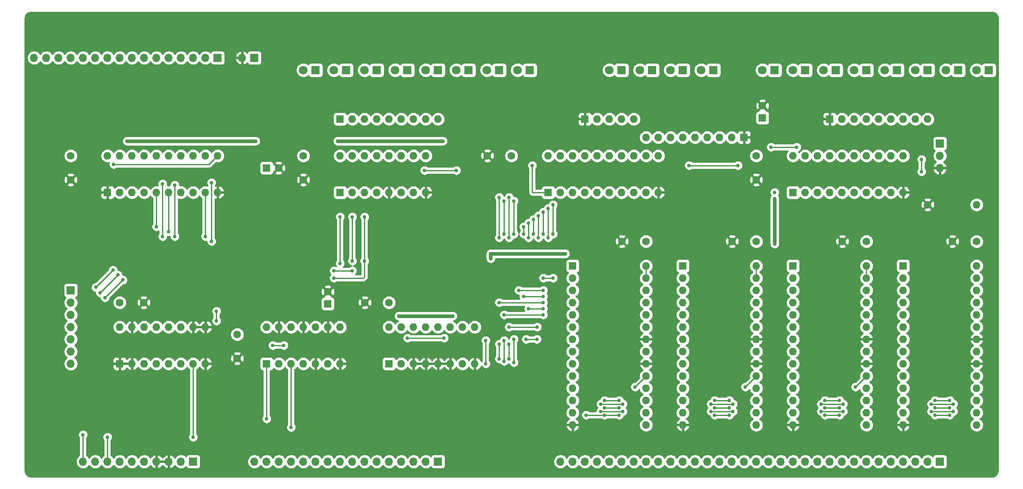
<source format=gbl>
G04 #@! TF.GenerationSoftware,KiCad,Pcbnew,(5.1.5)-3*
G04 #@! TF.CreationDate,2022-12-08T21:56:05-08:00*
G04 #@! TF.ProjectId,control_unit_16,636f6e74-726f-46c5-9f75-6e69745f3136,rev?*
G04 #@! TF.SameCoordinates,Original*
G04 #@! TF.FileFunction,Copper,L2,Bot*
G04 #@! TF.FilePolarity,Positive*
%FSLAX46Y46*%
G04 Gerber Fmt 4.6, Leading zero omitted, Abs format (unit mm)*
G04 Created by KiCad (PCBNEW (5.1.5)-3) date 2022-12-08 21:56:05*
%MOMM*%
%LPD*%
G04 APERTURE LIST*
%ADD10O,1.600000X1.600000*%
%ADD11R,1.600000X1.600000*%
%ADD12O,1.700000X1.700000*%
%ADD13R,1.700000X1.700000*%
%ADD14C,1.600000*%
%ADD15C,1.800000*%
%ADD16R,1.800000X1.800000*%
%ADD17C,0.762000*%
%ADD18C,0.762000*%
%ADD19C,0.254000*%
G04 APERTURE END LIST*
D10*
X116840000Y-81280000D03*
X134620000Y-88900000D03*
X119380000Y-81280000D03*
X132080000Y-88900000D03*
X121920000Y-81280000D03*
X129540000Y-88900000D03*
X124460000Y-81280000D03*
X127000000Y-88900000D03*
X127000000Y-81280000D03*
X124460000Y-88900000D03*
X129540000Y-81280000D03*
X121920000Y-88900000D03*
X132080000Y-81280000D03*
X119380000Y-88900000D03*
X134620000Y-81280000D03*
D11*
X116840000Y-88900000D03*
D10*
X210820000Y-81280000D03*
X233680000Y-88900000D03*
X213360000Y-81280000D03*
X231140000Y-88900000D03*
X215900000Y-81280000D03*
X228600000Y-88900000D03*
X218440000Y-81280000D03*
X226060000Y-88900000D03*
X220980000Y-81280000D03*
X223520000Y-88900000D03*
X223520000Y-81280000D03*
X220980000Y-88900000D03*
X226060000Y-81280000D03*
X218440000Y-88900000D03*
X228600000Y-81280000D03*
X215900000Y-88900000D03*
X231140000Y-81280000D03*
X213360000Y-88900000D03*
X233680000Y-81280000D03*
D11*
X210820000Y-88900000D03*
D10*
X160020000Y-81280000D03*
X182880000Y-88900000D03*
X162560000Y-81280000D03*
X180340000Y-88900000D03*
X165100000Y-81280000D03*
X177800000Y-88900000D03*
X167640000Y-81280000D03*
X175260000Y-88900000D03*
X170180000Y-81280000D03*
X172720000Y-88900000D03*
X172720000Y-81280000D03*
X170180000Y-88900000D03*
X175260000Y-81280000D03*
X167640000Y-88900000D03*
X177800000Y-81280000D03*
X165100000Y-88900000D03*
X180340000Y-81280000D03*
X162560000Y-88900000D03*
X182880000Y-81280000D03*
D11*
X160020000Y-88900000D03*
D10*
X127000000Y-116840000D03*
X144780000Y-124460000D03*
X129540000Y-116840000D03*
X142240000Y-124460000D03*
X132080000Y-116840000D03*
X139700000Y-124460000D03*
X134620000Y-116840000D03*
X137160000Y-124460000D03*
X137160000Y-116840000D03*
X134620000Y-124460000D03*
X139700000Y-116840000D03*
X132080000Y-124460000D03*
X142240000Y-116840000D03*
X129540000Y-124460000D03*
X144780000Y-116840000D03*
D11*
X127000000Y-124460000D03*
D10*
X68580000Y-81280000D03*
X91440000Y-88900000D03*
X71120000Y-81280000D03*
X88900000Y-88900000D03*
X73660000Y-81280000D03*
X86360000Y-88900000D03*
X76200000Y-81280000D03*
X83820000Y-88900000D03*
X78740000Y-81280000D03*
X81280000Y-88900000D03*
X81280000Y-81280000D03*
X78740000Y-88900000D03*
X83820000Y-81280000D03*
X76200000Y-88900000D03*
X86360000Y-81280000D03*
X73660000Y-88900000D03*
X88900000Y-81280000D03*
X71120000Y-88900000D03*
X91440000Y-81280000D03*
D11*
X68580000Y-88900000D03*
D10*
X71120000Y-116840000D03*
X88900000Y-124460000D03*
X73660000Y-116840000D03*
X86360000Y-124460000D03*
X76200000Y-116840000D03*
X83820000Y-124460000D03*
X78740000Y-116840000D03*
X81280000Y-124460000D03*
X81280000Y-116840000D03*
X78740000Y-124460000D03*
X83820000Y-116840000D03*
X76200000Y-124460000D03*
X86360000Y-116840000D03*
X73660000Y-124460000D03*
X88900000Y-116840000D03*
D11*
X71120000Y-124460000D03*
D10*
X101600000Y-116840000D03*
X116840000Y-124460000D03*
X104140000Y-116840000D03*
X114300000Y-124460000D03*
X106680000Y-116840000D03*
X111760000Y-124460000D03*
X109220000Y-116840000D03*
X109220000Y-124460000D03*
X111760000Y-116840000D03*
X106680000Y-124460000D03*
X114300000Y-116840000D03*
X104140000Y-124460000D03*
X116840000Y-116840000D03*
D11*
X101600000Y-124460000D03*
D12*
X60960000Y-124460000D03*
X60960000Y-121920000D03*
X60960000Y-119380000D03*
X60960000Y-116840000D03*
X60960000Y-114300000D03*
X60960000Y-111760000D03*
D13*
X60960000Y-109220000D03*
D12*
X241300000Y-83820000D03*
X241300000Y-81280000D03*
D13*
X241300000Y-78740000D03*
D12*
X53340000Y-60960000D03*
X55880000Y-60960000D03*
X58420000Y-60960000D03*
X60960000Y-60960000D03*
X63500000Y-60960000D03*
X66040000Y-60960000D03*
X68580000Y-60960000D03*
X71120000Y-60960000D03*
X73660000Y-60960000D03*
X76200000Y-60960000D03*
X78740000Y-60960000D03*
X81280000Y-60960000D03*
X83820000Y-60960000D03*
X86360000Y-60960000D03*
X88900000Y-60960000D03*
D13*
X91440000Y-60960000D03*
D10*
X248920000Y-91440000D03*
D14*
X238760000Y-91440000D03*
D12*
X96520000Y-60960000D03*
D13*
X99060000Y-60960000D03*
X86360000Y-144780000D03*
D12*
X83820000Y-144780000D03*
X81280000Y-144780000D03*
X78740000Y-144780000D03*
X76200000Y-144780000D03*
X73660000Y-144780000D03*
X71120000Y-144780000D03*
X68580000Y-144780000D03*
X66040000Y-144780000D03*
X63500000Y-144780000D03*
D13*
X137160000Y-144780000D03*
D12*
X134620000Y-144780000D03*
X132080000Y-144780000D03*
X129540000Y-144780000D03*
X127000000Y-144780000D03*
X124460000Y-144780000D03*
X121920000Y-144780000D03*
X119380000Y-144780000D03*
X116840000Y-144780000D03*
X114300000Y-144780000D03*
X111760000Y-144780000D03*
X109220000Y-144780000D03*
X106680000Y-144780000D03*
X104140000Y-144780000D03*
X101600000Y-144780000D03*
X99060000Y-144780000D03*
D13*
X241300000Y-144780000D03*
D12*
X238760000Y-144780000D03*
X236220000Y-144780000D03*
X233680000Y-144780000D03*
X231140000Y-144780000D03*
X228600000Y-144780000D03*
X226060000Y-144780000D03*
X223520000Y-144780000D03*
X220980000Y-144780000D03*
X218440000Y-144780000D03*
X215900000Y-144780000D03*
X213360000Y-144780000D03*
X210820000Y-144780000D03*
X208280000Y-144780000D03*
X205740000Y-144780000D03*
X203200000Y-144780000D03*
X200660000Y-144780000D03*
X198120000Y-144780000D03*
X195580000Y-144780000D03*
X193040000Y-144780000D03*
X190500000Y-144780000D03*
X187960000Y-144780000D03*
X185420000Y-144780000D03*
X182880000Y-144780000D03*
X180340000Y-144780000D03*
X177800000Y-144780000D03*
X175260000Y-144780000D03*
X172720000Y-144780000D03*
X170180000Y-144780000D03*
X167640000Y-144780000D03*
X165100000Y-144780000D03*
X162560000Y-144780000D03*
D15*
X153670000Y-63500000D03*
D16*
X156210000Y-63500000D03*
D15*
X147320000Y-63500000D03*
D16*
X149860000Y-63500000D03*
D15*
X140970000Y-63500000D03*
D16*
X143510000Y-63500000D03*
D15*
X134620000Y-63500000D03*
D16*
X137160000Y-63500000D03*
D15*
X128270000Y-63500000D03*
D16*
X130810000Y-63500000D03*
D15*
X121920000Y-63500000D03*
D16*
X124460000Y-63500000D03*
D15*
X115570000Y-63500000D03*
D16*
X118110000Y-63500000D03*
D15*
X109220000Y-63500000D03*
D16*
X111760000Y-63500000D03*
D15*
X248920000Y-63500000D03*
D16*
X251460000Y-63500000D03*
D15*
X242570000Y-63500000D03*
D16*
X245110000Y-63500000D03*
D15*
X236220000Y-63500000D03*
D16*
X238760000Y-63500000D03*
D15*
X229870000Y-63500000D03*
D16*
X232410000Y-63500000D03*
D15*
X223520000Y-63500000D03*
D16*
X226060000Y-63500000D03*
D15*
X217170000Y-63500000D03*
D16*
X219710000Y-63500000D03*
D15*
X210820000Y-63500000D03*
D16*
X213360000Y-63500000D03*
D15*
X204470000Y-63500000D03*
D16*
X207010000Y-63500000D03*
D15*
X191770000Y-63500000D03*
D16*
X194310000Y-63500000D03*
D15*
X185420000Y-63500000D03*
D16*
X187960000Y-63500000D03*
D15*
X179070000Y-63500000D03*
D16*
X181610000Y-63500000D03*
D15*
X172720000Y-63500000D03*
D16*
X175260000Y-63500000D03*
D10*
X248920000Y-104140000D03*
X233680000Y-137160000D03*
X248920000Y-106680000D03*
X233680000Y-134620000D03*
X248920000Y-109220000D03*
X233680000Y-132080000D03*
X248920000Y-111760000D03*
X233680000Y-129540000D03*
X248920000Y-114300000D03*
X233680000Y-127000000D03*
X248920000Y-116840000D03*
X233680000Y-124460000D03*
X248920000Y-119380000D03*
X233680000Y-121920000D03*
X248920000Y-121920000D03*
X233680000Y-119380000D03*
X248920000Y-124460000D03*
X233680000Y-116840000D03*
X248920000Y-127000000D03*
X233680000Y-114300000D03*
X248920000Y-129540000D03*
X233680000Y-111760000D03*
X248920000Y-132080000D03*
X233680000Y-109220000D03*
X248920000Y-134620000D03*
X233680000Y-106680000D03*
X248920000Y-137160000D03*
D11*
X233680000Y-104140000D03*
D10*
X226060000Y-104140000D03*
X210820000Y-137160000D03*
X226060000Y-106680000D03*
X210820000Y-134620000D03*
X226060000Y-109220000D03*
X210820000Y-132080000D03*
X226060000Y-111760000D03*
X210820000Y-129540000D03*
X226060000Y-114300000D03*
X210820000Y-127000000D03*
X226060000Y-116840000D03*
X210820000Y-124460000D03*
X226060000Y-119380000D03*
X210820000Y-121920000D03*
X226060000Y-121920000D03*
X210820000Y-119380000D03*
X226060000Y-124460000D03*
X210820000Y-116840000D03*
X226060000Y-127000000D03*
X210820000Y-114300000D03*
X226060000Y-129540000D03*
X210820000Y-111760000D03*
X226060000Y-132080000D03*
X210820000Y-109220000D03*
X226060000Y-134620000D03*
X210820000Y-106680000D03*
X226060000Y-137160000D03*
D11*
X210820000Y-104140000D03*
D10*
X203200000Y-104140000D03*
X187960000Y-137160000D03*
X203200000Y-106680000D03*
X187960000Y-134620000D03*
X203200000Y-109220000D03*
X187960000Y-132080000D03*
X203200000Y-111760000D03*
X187960000Y-129540000D03*
X203200000Y-114300000D03*
X187960000Y-127000000D03*
X203200000Y-116840000D03*
X187960000Y-124460000D03*
X203200000Y-119380000D03*
X187960000Y-121920000D03*
X203200000Y-121920000D03*
X187960000Y-119380000D03*
X203200000Y-124460000D03*
X187960000Y-116840000D03*
X203200000Y-127000000D03*
X187960000Y-114300000D03*
X203200000Y-129540000D03*
X187960000Y-111760000D03*
X203200000Y-132080000D03*
X187960000Y-109220000D03*
X203200000Y-134620000D03*
X187960000Y-106680000D03*
X203200000Y-137160000D03*
D11*
X187960000Y-104140000D03*
D10*
X180340000Y-104140000D03*
X165100000Y-137160000D03*
X180340000Y-106680000D03*
X165100000Y-134620000D03*
X180340000Y-109220000D03*
X165100000Y-132080000D03*
X180340000Y-111760000D03*
X165100000Y-129540000D03*
X180340000Y-114300000D03*
X165100000Y-127000000D03*
X180340000Y-116840000D03*
X165100000Y-124460000D03*
X180340000Y-119380000D03*
X165100000Y-121920000D03*
X180340000Y-121920000D03*
X165100000Y-119380000D03*
X180340000Y-124460000D03*
X165100000Y-116840000D03*
X180340000Y-127000000D03*
X165100000Y-114300000D03*
X180340000Y-129540000D03*
X165100000Y-111760000D03*
X180340000Y-132080000D03*
X165100000Y-109220000D03*
X180340000Y-134620000D03*
X165100000Y-106680000D03*
X180340000Y-137160000D03*
D11*
X165100000Y-104140000D03*
D10*
X180340000Y-77470000D03*
X182880000Y-77470000D03*
X185420000Y-77470000D03*
X187960000Y-77470000D03*
X190500000Y-77470000D03*
X193040000Y-77470000D03*
X195580000Y-77470000D03*
X198120000Y-77470000D03*
D11*
X200660000Y-77470000D03*
D10*
X137160000Y-73660000D03*
X134620000Y-73660000D03*
X132080000Y-73660000D03*
X129540000Y-73660000D03*
X127000000Y-73660000D03*
X124460000Y-73660000D03*
X121920000Y-73660000D03*
X119380000Y-73660000D03*
D11*
X116840000Y-73660000D03*
D10*
X238760000Y-73660000D03*
X236220000Y-73660000D03*
X233680000Y-73660000D03*
X231140000Y-73660000D03*
X228600000Y-73660000D03*
X226060000Y-73660000D03*
X223520000Y-73660000D03*
X220980000Y-73660000D03*
D11*
X218440000Y-73660000D03*
D10*
X177800000Y-73660000D03*
X175260000Y-73660000D03*
X172720000Y-73660000D03*
X170180000Y-73660000D03*
D11*
X167640000Y-73660000D03*
D14*
X204470000Y-70906000D03*
D11*
X204470000Y-73406000D03*
D14*
X114300000Y-109514000D03*
D11*
X114300000Y-112014000D03*
D14*
X104100000Y-83820000D03*
D11*
X101600000Y-83820000D03*
D14*
X95504000Y-123364000D03*
X95504000Y-118364000D03*
X243920000Y-99060000D03*
X248920000Y-99060000D03*
X221060000Y-99060000D03*
X226060000Y-99060000D03*
X109220000Y-86280000D03*
X109220000Y-81280000D03*
X203200000Y-86280000D03*
X203200000Y-81280000D03*
X147400000Y-81280000D03*
X152400000Y-81280000D03*
X198200000Y-99060000D03*
X203200000Y-99060000D03*
X122000000Y-111760000D03*
X127000000Y-111760000D03*
X76120000Y-111760000D03*
X71120000Y-111760000D03*
X60960000Y-86280000D03*
X60960000Y-81280000D03*
X175340000Y-99060000D03*
X180340000Y-99060000D03*
D17*
X140208000Y-114554000D03*
X138938000Y-114554000D03*
X130302000Y-114554000D03*
X129032000Y-114554000D03*
X116332000Y-78232000D03*
X117602000Y-78232000D03*
X136906000Y-78232000D03*
X138176000Y-78232000D03*
X89408000Y-78232000D03*
X207010000Y-98298000D03*
X207010000Y-99568000D03*
X207010000Y-90170000D03*
X207010000Y-88900000D03*
X237490000Y-82042000D03*
X237490000Y-84582000D03*
X163576000Y-101600000D03*
X162306000Y-101600000D03*
X148082000Y-102616000D03*
X148082000Y-101600018D03*
X72643998Y-78232000D03*
X97789996Y-78232000D03*
X99314000Y-78232000D03*
X73914000Y-78232000D03*
X90932000Y-78232000D03*
X147066000Y-124460008D03*
X147066000Y-119634000D03*
X156718000Y-83311992D03*
X174752000Y-132080000D03*
X171704000Y-132080000D03*
X178054000Y-129286000D03*
X175514000Y-132842000D03*
X170942000Y-132842000D03*
X171704000Y-133604000D03*
X174752000Y-133604000D03*
X170942000Y-134366000D03*
X175514000Y-134366000D03*
X174752000Y-135128000D03*
X167894000Y-135128000D03*
X171704000Y-135128000D03*
X101600010Y-135890000D03*
X197612000Y-132080000D03*
X194564000Y-132080000D03*
X200914000Y-129286000D03*
X198374000Y-132842000D03*
X193802000Y-132842000D03*
X194564000Y-133604000D03*
X197612000Y-133604000D03*
X193802000Y-134366000D03*
X198374000Y-134366000D03*
X194564000Y-135128000D03*
X197612000Y-135128000D03*
X220472000Y-132080000D03*
X217424000Y-132080000D03*
X223774000Y-129286000D03*
X221234000Y-132842000D03*
X216662000Y-132842000D03*
X217424000Y-133604000D03*
X220472000Y-133604000D03*
X216662000Y-134366000D03*
X221234000Y-134366000D03*
X217424000Y-135128000D03*
X220472000Y-135128000D03*
X243332000Y-132080000D03*
X240284000Y-132080000D03*
X244094000Y-132842000D03*
X239522000Y-132842000D03*
X243332000Y-133604000D03*
X240284000Y-133604000D03*
X244094000Y-134366000D03*
X239522000Y-134366000D03*
X240284000Y-135128000D03*
X243332000Y-135128000D03*
X91186000Y-115570000D03*
X91186000Y-113538000D03*
X68580000Y-139700000D03*
X86360000Y-139700000D03*
X102870000Y-120649996D03*
X105156000Y-120650000D03*
X69850000Y-83057998D03*
X63500000Y-139192000D03*
X106680000Y-137668000D03*
X130810000Y-119126000D03*
X138430000Y-119126000D03*
X160020000Y-92202000D03*
X160020000Y-98298000D03*
X78740000Y-96012000D03*
X80010000Y-87122000D03*
X159004000Y-110490000D03*
X154940000Y-96012000D03*
X154940000Y-97536000D03*
X154940000Y-110489992D03*
X80010000Y-98044000D03*
X82550000Y-87376010D03*
X159004000Y-113030000D03*
X155956000Y-95250000D03*
X155956000Y-98298000D03*
X155955994Y-113029994D03*
X82550000Y-98044000D03*
X116840000Y-93980000D03*
X116840000Y-103632000D03*
X69723000Y-105029000D03*
X66167000Y-108585000D03*
X157988000Y-93726000D03*
X157988000Y-98298000D03*
X88900000Y-98044000D03*
X119380000Y-93980000D03*
X119380000Y-103124000D03*
X119380000Y-105156000D03*
X115570000Y-105156000D03*
X70739000Y-106045000D03*
X67056000Y-109728000D03*
X121920000Y-93980000D03*
X121920000Y-103124000D03*
X115570000Y-106680000D03*
X71755000Y-107061000D03*
X68072000Y-110744000D03*
X90170000Y-86868000D03*
X156972000Y-94488000D03*
X156972000Y-97536000D03*
X90170000Y-99060000D03*
X155448000Y-119380000D03*
X157680010Y-119380000D03*
X152908000Y-97536000D03*
X152908000Y-90678000D03*
X152908006Y-124206000D03*
X152908000Y-119380000D03*
X157734000Y-116840000D03*
X151892000Y-98298000D03*
X151892000Y-89916000D03*
X151892000Y-123444000D03*
X151891998Y-120396000D03*
X151892000Y-116840007D03*
X159004000Y-114300000D03*
X150876000Y-97536000D03*
X150876000Y-90678000D03*
X150876000Y-114300000D03*
X150876004Y-119633996D03*
X150876000Y-123952000D03*
X159004000Y-111760000D03*
X149860000Y-98298000D03*
X149860000Y-89916000D03*
X149860000Y-111760000D03*
X149860000Y-120396000D03*
X149860000Y-123443998D03*
X153924000Y-109220000D03*
X159004000Y-109220000D03*
X161036000Y-106680000D03*
X159004000Y-92964000D03*
X159004000Y-97536002D03*
X159004000Y-106680000D03*
X81280000Y-97028000D03*
X161036000Y-91440000D03*
X161036000Y-97536000D03*
X140970000Y-84328000D03*
X134366000Y-84328000D03*
X206248000Y-79502000D03*
X211582000Y-79502000D03*
X199389976Y-83312000D03*
X189230000Y-83312000D03*
D18*
X138176000Y-78232000D02*
X116332000Y-78232000D01*
X129032000Y-114554000D02*
X140208000Y-114554000D01*
D19*
X226060000Y-106680000D02*
X226060000Y-104140000D01*
X203200000Y-106680000D02*
X203200000Y-104140000D01*
X180340000Y-106680000D02*
X180340000Y-104140000D01*
D18*
X207010000Y-99568000D02*
X207010000Y-90170000D01*
D19*
X237490000Y-82042000D02*
X237490000Y-84582000D01*
D18*
X163576000Y-101600000D02*
X162306000Y-101600000D01*
X148082018Y-101600000D02*
X163576000Y-101600000D01*
X148082000Y-102616000D02*
X148082000Y-101600018D01*
X148082000Y-101600018D02*
X148082018Y-101600000D01*
X72643998Y-78232000D02*
X99314000Y-78232000D01*
D19*
X147066000Y-124460008D02*
X147066000Y-119634000D01*
X156718000Y-88900000D02*
X156718000Y-83311992D01*
X160020000Y-88900000D02*
X156718000Y-88900000D01*
X174752000Y-132080000D02*
X171704000Y-132080000D01*
X180340000Y-127000000D02*
X178054000Y-129286000D01*
X175514000Y-132842000D02*
X170942000Y-132842000D01*
X174752000Y-133604000D02*
X171704000Y-133604000D01*
X175514000Y-134366000D02*
X170942000Y-134366000D01*
X167894000Y-135128000D02*
X167894000Y-135128000D01*
X167894000Y-135128000D02*
X171704000Y-135128000D01*
X171704000Y-135128000D02*
X174752000Y-135128000D01*
X101600000Y-124460000D02*
X101600000Y-135889990D01*
X101600000Y-135889990D02*
X101600010Y-135890000D01*
X197612000Y-132080000D02*
X194564000Y-132080000D01*
X203200000Y-127000000D02*
X200914000Y-129286000D01*
X198374000Y-132842000D02*
X193802000Y-132842000D01*
X197612000Y-133604000D02*
X194564000Y-133604000D01*
X198374000Y-134366000D02*
X193802000Y-134366000D01*
X194564000Y-135128000D02*
X197612000Y-135128000D01*
X220472000Y-132080000D02*
X217424000Y-132080000D01*
X226060000Y-127000000D02*
X223774000Y-129286000D01*
X221234000Y-132842000D02*
X216662000Y-132842000D01*
X220472000Y-133604000D02*
X217424000Y-133604000D01*
X221234000Y-134366000D02*
X216662000Y-134366000D01*
X217424000Y-135128000D02*
X220472000Y-135128000D01*
X243332000Y-132080000D02*
X240284000Y-132080000D01*
X244094000Y-132842000D02*
X239522000Y-132842000D01*
X243332000Y-133604000D02*
X240284000Y-133604000D01*
X244094000Y-134366000D02*
X239522000Y-134366000D01*
X240284000Y-135128000D02*
X243332000Y-135128000D01*
X91186000Y-115570000D02*
X91186000Y-113538000D01*
X68580000Y-144780000D02*
X68580000Y-139700000D01*
X86360000Y-139192000D02*
X86360000Y-139700000D01*
X86360000Y-124460000D02*
X86360000Y-139192000D01*
X105155996Y-120649996D02*
X105156000Y-120650000D01*
X102870000Y-120649996D02*
X105155996Y-120649996D01*
X70388815Y-83057998D02*
X69850000Y-83057998D01*
X89662002Y-83057998D02*
X70388815Y-83057998D01*
X91440000Y-81280000D02*
X89662002Y-83057998D01*
X63500000Y-144780000D02*
X63500000Y-139192000D01*
X106680000Y-124460000D02*
X106680000Y-137668000D01*
X130810000Y-119126000D02*
X138430000Y-119126000D01*
X160020000Y-92202000D02*
X160020000Y-98298000D01*
X78740000Y-88900000D02*
X78740000Y-96012000D01*
X154940000Y-96012000D02*
X154940000Y-97536000D01*
X154940008Y-110490000D02*
X154940000Y-110489992D01*
X159004000Y-110490000D02*
X154940008Y-110490000D01*
X80010000Y-87122000D02*
X80010000Y-98044000D01*
X155956000Y-95250000D02*
X155956000Y-98298000D01*
X155956000Y-113030000D02*
X155955994Y-113029994D01*
X159004000Y-113030000D02*
X155956000Y-113030000D01*
X82550000Y-96520000D02*
X82550000Y-98044000D01*
X82550000Y-87376010D02*
X82550000Y-96520000D01*
X116840000Y-93980000D02*
X116840000Y-103632000D01*
X66167000Y-108585000D02*
X69723000Y-105029000D01*
X157988000Y-93726000D02*
X157988000Y-98298000D01*
X88900000Y-88900000D02*
X88900000Y-98044000D01*
X119380000Y-103124000D02*
X119380000Y-93980000D01*
X119380000Y-105156000D02*
X115570000Y-105156000D01*
X70739000Y-106045000D02*
X67056000Y-109728000D01*
X121920000Y-103124000D02*
X121920000Y-93980000D01*
X121666000Y-106680000D02*
X115570000Y-106680000D01*
X121920000Y-103124000D02*
X121920000Y-106426000D01*
X121920000Y-106426000D02*
X121666000Y-106680000D01*
X68072000Y-110744000D02*
X71755000Y-107061000D01*
X156972000Y-94488000D02*
X156972000Y-97536000D01*
X90170000Y-86868000D02*
X90170000Y-99060000D01*
X155448000Y-119380000D02*
X157680010Y-119380000D01*
X152908000Y-97536000D02*
X152908000Y-96997185D01*
X152908000Y-96997185D02*
X152908000Y-90678000D01*
X152908006Y-124206000D02*
X152908006Y-119380006D01*
X152908006Y-119380006D02*
X152908000Y-119380000D01*
X151892000Y-97759185D02*
X151892000Y-89916000D01*
X151892000Y-98298000D02*
X151892000Y-97759185D01*
X151892000Y-123444000D02*
X151892000Y-120396002D01*
X151892000Y-120396002D02*
X151891998Y-120396000D01*
X157734000Y-116840000D02*
X151892007Y-116840000D01*
X151892007Y-116840000D02*
X151892000Y-116840007D01*
X150876000Y-96997185D02*
X150876000Y-90678000D01*
X150876000Y-97536000D02*
X150876000Y-96997185D01*
X151130000Y-114300000D02*
X150876000Y-114300000D01*
X159004000Y-114300000D02*
X151130000Y-114300000D01*
X150876004Y-119633996D02*
X150876004Y-123951996D01*
X150876004Y-123951996D02*
X150876000Y-123952000D01*
X149860000Y-98298000D02*
X149860000Y-97759185D01*
X149860000Y-97759185D02*
X149860000Y-89916000D01*
X159004000Y-111760000D02*
X149860000Y-111760000D01*
X149860000Y-120396000D02*
X149860000Y-123443998D01*
X153924000Y-109220000D02*
X159004000Y-109220000D01*
X159004000Y-92964000D02*
X159004000Y-97536002D01*
X161036000Y-106680000D02*
X159004000Y-106680000D01*
X81280000Y-88900000D02*
X81280000Y-97028000D01*
X161036000Y-91440000D02*
X161036000Y-97536000D01*
X140431185Y-84328000D02*
X134366000Y-84328000D01*
X140970000Y-84328000D02*
X140431185Y-84328000D01*
X206248000Y-79502000D02*
X211582000Y-79502000D01*
X199389976Y-83312000D02*
X189230000Y-83312000D01*
G36*
X252336204Y-51486815D02*
G01*
X252568226Y-51556867D01*
X252782222Y-51670650D01*
X252970041Y-51823832D01*
X253124530Y-52010577D01*
X253239801Y-52223769D01*
X253311472Y-52455300D01*
X253340000Y-52726725D01*
X253340001Y-146652712D01*
X253313185Y-146926205D01*
X253243133Y-147158226D01*
X253129350Y-147372222D01*
X252976169Y-147560039D01*
X252789424Y-147714529D01*
X252576231Y-147829802D01*
X252344701Y-147901472D01*
X252073276Y-147930000D01*
X52737277Y-147930000D01*
X52463795Y-147903185D01*
X52231774Y-147833133D01*
X52017778Y-147719350D01*
X51829961Y-147566169D01*
X51675471Y-147379424D01*
X51560198Y-147166231D01*
X51488528Y-146934701D01*
X51460000Y-146663276D01*
X51460000Y-144633740D01*
X62015000Y-144633740D01*
X62015000Y-144926260D01*
X62072068Y-145213158D01*
X62184010Y-145483411D01*
X62346525Y-145726632D01*
X62553368Y-145933475D01*
X62796589Y-146095990D01*
X63066842Y-146207932D01*
X63353740Y-146265000D01*
X63646260Y-146265000D01*
X63933158Y-146207932D01*
X64203411Y-146095990D01*
X64446632Y-145933475D01*
X64653475Y-145726632D01*
X64770000Y-145552240D01*
X64886525Y-145726632D01*
X65093368Y-145933475D01*
X65336589Y-146095990D01*
X65606842Y-146207932D01*
X65893740Y-146265000D01*
X66186260Y-146265000D01*
X66473158Y-146207932D01*
X66743411Y-146095990D01*
X66986632Y-145933475D01*
X67193475Y-145726632D01*
X67310000Y-145552240D01*
X67426525Y-145726632D01*
X67633368Y-145933475D01*
X67876589Y-146095990D01*
X68146842Y-146207932D01*
X68433740Y-146265000D01*
X68726260Y-146265000D01*
X69013158Y-146207932D01*
X69283411Y-146095990D01*
X69526632Y-145933475D01*
X69733475Y-145726632D01*
X69850000Y-145552240D01*
X69966525Y-145726632D01*
X70173368Y-145933475D01*
X70416589Y-146095990D01*
X70686842Y-146207932D01*
X70973740Y-146265000D01*
X71266260Y-146265000D01*
X71553158Y-146207932D01*
X71823411Y-146095990D01*
X72066632Y-145933475D01*
X72273475Y-145726632D01*
X72390000Y-145552240D01*
X72506525Y-145726632D01*
X72713368Y-145933475D01*
X72956589Y-146095990D01*
X73226842Y-146207932D01*
X73513740Y-146265000D01*
X73806260Y-146265000D01*
X74093158Y-146207932D01*
X74363411Y-146095990D01*
X74606632Y-145933475D01*
X74813475Y-145726632D01*
X74930000Y-145552240D01*
X75046525Y-145726632D01*
X75253368Y-145933475D01*
X75496589Y-146095990D01*
X75766842Y-146207932D01*
X76053740Y-146265000D01*
X76346260Y-146265000D01*
X76633158Y-146207932D01*
X76903411Y-146095990D01*
X77146632Y-145933475D01*
X77353475Y-145726632D01*
X77475195Y-145544466D01*
X77544822Y-145661355D01*
X77739731Y-145877588D01*
X77973080Y-146051641D01*
X78235901Y-146176825D01*
X78383110Y-146221476D01*
X78613000Y-146100155D01*
X78613000Y-144907000D01*
X78867000Y-144907000D01*
X78867000Y-146100155D01*
X79096890Y-146221476D01*
X79244099Y-146176825D01*
X79506920Y-146051641D01*
X79740269Y-145877588D01*
X79935178Y-145661355D01*
X80010000Y-145535745D01*
X80084822Y-145661355D01*
X80279731Y-145877588D01*
X80513080Y-146051641D01*
X80775901Y-146176825D01*
X80923110Y-146221476D01*
X81153000Y-146100155D01*
X81153000Y-144907000D01*
X78867000Y-144907000D01*
X78613000Y-144907000D01*
X78593000Y-144907000D01*
X78593000Y-144653000D01*
X78613000Y-144653000D01*
X78613000Y-143459845D01*
X78867000Y-143459845D01*
X78867000Y-144653000D01*
X81153000Y-144653000D01*
X81153000Y-143459845D01*
X81407000Y-143459845D01*
X81407000Y-144653000D01*
X81427000Y-144653000D01*
X81427000Y-144907000D01*
X81407000Y-144907000D01*
X81407000Y-146100155D01*
X81636890Y-146221476D01*
X81784099Y-146176825D01*
X82046920Y-146051641D01*
X82280269Y-145877588D01*
X82475178Y-145661355D01*
X82544805Y-145544466D01*
X82666525Y-145726632D01*
X82873368Y-145933475D01*
X83116589Y-146095990D01*
X83386842Y-146207932D01*
X83673740Y-146265000D01*
X83966260Y-146265000D01*
X84253158Y-146207932D01*
X84523411Y-146095990D01*
X84766632Y-145933475D01*
X84898487Y-145801620D01*
X84920498Y-145874180D01*
X84979463Y-145984494D01*
X85058815Y-146081185D01*
X85155506Y-146160537D01*
X85265820Y-146219502D01*
X85385518Y-146255812D01*
X85510000Y-146268072D01*
X87210000Y-146268072D01*
X87334482Y-146255812D01*
X87454180Y-146219502D01*
X87564494Y-146160537D01*
X87661185Y-146081185D01*
X87740537Y-145984494D01*
X87799502Y-145874180D01*
X87835812Y-145754482D01*
X87848072Y-145630000D01*
X87848072Y-144633740D01*
X97575000Y-144633740D01*
X97575000Y-144926260D01*
X97632068Y-145213158D01*
X97744010Y-145483411D01*
X97906525Y-145726632D01*
X98113368Y-145933475D01*
X98356589Y-146095990D01*
X98626842Y-146207932D01*
X98913740Y-146265000D01*
X99206260Y-146265000D01*
X99493158Y-146207932D01*
X99763411Y-146095990D01*
X100006632Y-145933475D01*
X100213475Y-145726632D01*
X100330000Y-145552240D01*
X100446525Y-145726632D01*
X100653368Y-145933475D01*
X100896589Y-146095990D01*
X101166842Y-146207932D01*
X101453740Y-146265000D01*
X101746260Y-146265000D01*
X102033158Y-146207932D01*
X102303411Y-146095990D01*
X102546632Y-145933475D01*
X102753475Y-145726632D01*
X102870000Y-145552240D01*
X102986525Y-145726632D01*
X103193368Y-145933475D01*
X103436589Y-146095990D01*
X103706842Y-146207932D01*
X103993740Y-146265000D01*
X104286260Y-146265000D01*
X104573158Y-146207932D01*
X104843411Y-146095990D01*
X105086632Y-145933475D01*
X105293475Y-145726632D01*
X105410000Y-145552240D01*
X105526525Y-145726632D01*
X105733368Y-145933475D01*
X105976589Y-146095990D01*
X106246842Y-146207932D01*
X106533740Y-146265000D01*
X106826260Y-146265000D01*
X107113158Y-146207932D01*
X107383411Y-146095990D01*
X107626632Y-145933475D01*
X107833475Y-145726632D01*
X107950000Y-145552240D01*
X108066525Y-145726632D01*
X108273368Y-145933475D01*
X108516589Y-146095990D01*
X108786842Y-146207932D01*
X109073740Y-146265000D01*
X109366260Y-146265000D01*
X109653158Y-146207932D01*
X109923411Y-146095990D01*
X110166632Y-145933475D01*
X110373475Y-145726632D01*
X110490000Y-145552240D01*
X110606525Y-145726632D01*
X110813368Y-145933475D01*
X111056589Y-146095990D01*
X111326842Y-146207932D01*
X111613740Y-146265000D01*
X111906260Y-146265000D01*
X112193158Y-146207932D01*
X112463411Y-146095990D01*
X112706632Y-145933475D01*
X112913475Y-145726632D01*
X113030000Y-145552240D01*
X113146525Y-145726632D01*
X113353368Y-145933475D01*
X113596589Y-146095990D01*
X113866842Y-146207932D01*
X114153740Y-146265000D01*
X114446260Y-146265000D01*
X114733158Y-146207932D01*
X115003411Y-146095990D01*
X115246632Y-145933475D01*
X115453475Y-145726632D01*
X115570000Y-145552240D01*
X115686525Y-145726632D01*
X115893368Y-145933475D01*
X116136589Y-146095990D01*
X116406842Y-146207932D01*
X116693740Y-146265000D01*
X116986260Y-146265000D01*
X117273158Y-146207932D01*
X117543411Y-146095990D01*
X117786632Y-145933475D01*
X117993475Y-145726632D01*
X118110000Y-145552240D01*
X118226525Y-145726632D01*
X118433368Y-145933475D01*
X118676589Y-146095990D01*
X118946842Y-146207932D01*
X119233740Y-146265000D01*
X119526260Y-146265000D01*
X119813158Y-146207932D01*
X120083411Y-146095990D01*
X120326632Y-145933475D01*
X120533475Y-145726632D01*
X120650000Y-145552240D01*
X120766525Y-145726632D01*
X120973368Y-145933475D01*
X121216589Y-146095990D01*
X121486842Y-146207932D01*
X121773740Y-146265000D01*
X122066260Y-146265000D01*
X122353158Y-146207932D01*
X122623411Y-146095990D01*
X122866632Y-145933475D01*
X123073475Y-145726632D01*
X123190000Y-145552240D01*
X123306525Y-145726632D01*
X123513368Y-145933475D01*
X123756589Y-146095990D01*
X124026842Y-146207932D01*
X124313740Y-146265000D01*
X124606260Y-146265000D01*
X124893158Y-146207932D01*
X125163411Y-146095990D01*
X125406632Y-145933475D01*
X125613475Y-145726632D01*
X125730000Y-145552240D01*
X125846525Y-145726632D01*
X126053368Y-145933475D01*
X126296589Y-146095990D01*
X126566842Y-146207932D01*
X126853740Y-146265000D01*
X127146260Y-146265000D01*
X127433158Y-146207932D01*
X127703411Y-146095990D01*
X127946632Y-145933475D01*
X128153475Y-145726632D01*
X128270000Y-145552240D01*
X128386525Y-145726632D01*
X128593368Y-145933475D01*
X128836589Y-146095990D01*
X129106842Y-146207932D01*
X129393740Y-146265000D01*
X129686260Y-146265000D01*
X129973158Y-146207932D01*
X130243411Y-146095990D01*
X130486632Y-145933475D01*
X130693475Y-145726632D01*
X130810000Y-145552240D01*
X130926525Y-145726632D01*
X131133368Y-145933475D01*
X131376589Y-146095990D01*
X131646842Y-146207932D01*
X131933740Y-146265000D01*
X132226260Y-146265000D01*
X132513158Y-146207932D01*
X132783411Y-146095990D01*
X133026632Y-145933475D01*
X133233475Y-145726632D01*
X133350000Y-145552240D01*
X133466525Y-145726632D01*
X133673368Y-145933475D01*
X133916589Y-146095990D01*
X134186842Y-146207932D01*
X134473740Y-146265000D01*
X134766260Y-146265000D01*
X135053158Y-146207932D01*
X135323411Y-146095990D01*
X135566632Y-145933475D01*
X135698487Y-145801620D01*
X135720498Y-145874180D01*
X135779463Y-145984494D01*
X135858815Y-146081185D01*
X135955506Y-146160537D01*
X136065820Y-146219502D01*
X136185518Y-146255812D01*
X136310000Y-146268072D01*
X138010000Y-146268072D01*
X138134482Y-146255812D01*
X138254180Y-146219502D01*
X138364494Y-146160537D01*
X138461185Y-146081185D01*
X138540537Y-145984494D01*
X138599502Y-145874180D01*
X138635812Y-145754482D01*
X138648072Y-145630000D01*
X138648072Y-144633740D01*
X161075000Y-144633740D01*
X161075000Y-144926260D01*
X161132068Y-145213158D01*
X161244010Y-145483411D01*
X161406525Y-145726632D01*
X161613368Y-145933475D01*
X161856589Y-146095990D01*
X162126842Y-146207932D01*
X162413740Y-146265000D01*
X162706260Y-146265000D01*
X162993158Y-146207932D01*
X163263411Y-146095990D01*
X163506632Y-145933475D01*
X163713475Y-145726632D01*
X163830000Y-145552240D01*
X163946525Y-145726632D01*
X164153368Y-145933475D01*
X164396589Y-146095990D01*
X164666842Y-146207932D01*
X164953740Y-146265000D01*
X165246260Y-146265000D01*
X165533158Y-146207932D01*
X165803411Y-146095990D01*
X166046632Y-145933475D01*
X166253475Y-145726632D01*
X166370000Y-145552240D01*
X166486525Y-145726632D01*
X166693368Y-145933475D01*
X166936589Y-146095990D01*
X167206842Y-146207932D01*
X167493740Y-146265000D01*
X167786260Y-146265000D01*
X168073158Y-146207932D01*
X168343411Y-146095990D01*
X168586632Y-145933475D01*
X168793475Y-145726632D01*
X168910000Y-145552240D01*
X169026525Y-145726632D01*
X169233368Y-145933475D01*
X169476589Y-146095990D01*
X169746842Y-146207932D01*
X170033740Y-146265000D01*
X170326260Y-146265000D01*
X170613158Y-146207932D01*
X170883411Y-146095990D01*
X171126632Y-145933475D01*
X171333475Y-145726632D01*
X171450000Y-145552240D01*
X171566525Y-145726632D01*
X171773368Y-145933475D01*
X172016589Y-146095990D01*
X172286842Y-146207932D01*
X172573740Y-146265000D01*
X172866260Y-146265000D01*
X173153158Y-146207932D01*
X173423411Y-146095990D01*
X173666632Y-145933475D01*
X173873475Y-145726632D01*
X173990000Y-145552240D01*
X174106525Y-145726632D01*
X174313368Y-145933475D01*
X174556589Y-146095990D01*
X174826842Y-146207932D01*
X175113740Y-146265000D01*
X175406260Y-146265000D01*
X175693158Y-146207932D01*
X175963411Y-146095990D01*
X176206632Y-145933475D01*
X176413475Y-145726632D01*
X176530000Y-145552240D01*
X176646525Y-145726632D01*
X176853368Y-145933475D01*
X177096589Y-146095990D01*
X177366842Y-146207932D01*
X177653740Y-146265000D01*
X177946260Y-146265000D01*
X178233158Y-146207932D01*
X178503411Y-146095990D01*
X178746632Y-145933475D01*
X178953475Y-145726632D01*
X179070000Y-145552240D01*
X179186525Y-145726632D01*
X179393368Y-145933475D01*
X179636589Y-146095990D01*
X179906842Y-146207932D01*
X180193740Y-146265000D01*
X180486260Y-146265000D01*
X180773158Y-146207932D01*
X181043411Y-146095990D01*
X181286632Y-145933475D01*
X181493475Y-145726632D01*
X181610000Y-145552240D01*
X181726525Y-145726632D01*
X181933368Y-145933475D01*
X182176589Y-146095990D01*
X182446842Y-146207932D01*
X182733740Y-146265000D01*
X183026260Y-146265000D01*
X183313158Y-146207932D01*
X183583411Y-146095990D01*
X183826632Y-145933475D01*
X184033475Y-145726632D01*
X184150000Y-145552240D01*
X184266525Y-145726632D01*
X184473368Y-145933475D01*
X184716589Y-146095990D01*
X184986842Y-146207932D01*
X185273740Y-146265000D01*
X185566260Y-146265000D01*
X185853158Y-146207932D01*
X186123411Y-146095990D01*
X186366632Y-145933475D01*
X186573475Y-145726632D01*
X186690000Y-145552240D01*
X186806525Y-145726632D01*
X187013368Y-145933475D01*
X187256589Y-146095990D01*
X187526842Y-146207932D01*
X187813740Y-146265000D01*
X188106260Y-146265000D01*
X188393158Y-146207932D01*
X188663411Y-146095990D01*
X188906632Y-145933475D01*
X189113475Y-145726632D01*
X189230000Y-145552240D01*
X189346525Y-145726632D01*
X189553368Y-145933475D01*
X189796589Y-146095990D01*
X190066842Y-146207932D01*
X190353740Y-146265000D01*
X190646260Y-146265000D01*
X190933158Y-146207932D01*
X191203411Y-146095990D01*
X191446632Y-145933475D01*
X191653475Y-145726632D01*
X191770000Y-145552240D01*
X191886525Y-145726632D01*
X192093368Y-145933475D01*
X192336589Y-146095990D01*
X192606842Y-146207932D01*
X192893740Y-146265000D01*
X193186260Y-146265000D01*
X193473158Y-146207932D01*
X193743411Y-146095990D01*
X193986632Y-145933475D01*
X194193475Y-145726632D01*
X194310000Y-145552240D01*
X194426525Y-145726632D01*
X194633368Y-145933475D01*
X194876589Y-146095990D01*
X195146842Y-146207932D01*
X195433740Y-146265000D01*
X195726260Y-146265000D01*
X196013158Y-146207932D01*
X196283411Y-146095990D01*
X196526632Y-145933475D01*
X196733475Y-145726632D01*
X196850000Y-145552240D01*
X196966525Y-145726632D01*
X197173368Y-145933475D01*
X197416589Y-146095990D01*
X197686842Y-146207932D01*
X197973740Y-146265000D01*
X198266260Y-146265000D01*
X198553158Y-146207932D01*
X198823411Y-146095990D01*
X199066632Y-145933475D01*
X199273475Y-145726632D01*
X199390000Y-145552240D01*
X199506525Y-145726632D01*
X199713368Y-145933475D01*
X199956589Y-146095990D01*
X200226842Y-146207932D01*
X200513740Y-146265000D01*
X200806260Y-146265000D01*
X201093158Y-146207932D01*
X201363411Y-146095990D01*
X201606632Y-145933475D01*
X201813475Y-145726632D01*
X201930000Y-145552240D01*
X202046525Y-145726632D01*
X202253368Y-145933475D01*
X202496589Y-146095990D01*
X202766842Y-146207932D01*
X203053740Y-146265000D01*
X203346260Y-146265000D01*
X203633158Y-146207932D01*
X203903411Y-146095990D01*
X204146632Y-145933475D01*
X204353475Y-145726632D01*
X204470000Y-145552240D01*
X204586525Y-145726632D01*
X204793368Y-145933475D01*
X205036589Y-146095990D01*
X205306842Y-146207932D01*
X205593740Y-146265000D01*
X205886260Y-146265000D01*
X206173158Y-146207932D01*
X206443411Y-146095990D01*
X206686632Y-145933475D01*
X206893475Y-145726632D01*
X207010000Y-145552240D01*
X207126525Y-145726632D01*
X207333368Y-145933475D01*
X207576589Y-146095990D01*
X207846842Y-146207932D01*
X208133740Y-146265000D01*
X208426260Y-146265000D01*
X208713158Y-146207932D01*
X208983411Y-146095990D01*
X209226632Y-145933475D01*
X209433475Y-145726632D01*
X209550000Y-145552240D01*
X209666525Y-145726632D01*
X209873368Y-145933475D01*
X210116589Y-146095990D01*
X210386842Y-146207932D01*
X210673740Y-146265000D01*
X210966260Y-146265000D01*
X211253158Y-146207932D01*
X211523411Y-146095990D01*
X211766632Y-145933475D01*
X211973475Y-145726632D01*
X212090000Y-145552240D01*
X212206525Y-145726632D01*
X212413368Y-145933475D01*
X212656589Y-146095990D01*
X212926842Y-146207932D01*
X213213740Y-146265000D01*
X213506260Y-146265000D01*
X213793158Y-146207932D01*
X214063411Y-146095990D01*
X214306632Y-145933475D01*
X214513475Y-145726632D01*
X214630000Y-145552240D01*
X214746525Y-145726632D01*
X214953368Y-145933475D01*
X215196589Y-146095990D01*
X215466842Y-146207932D01*
X215753740Y-146265000D01*
X216046260Y-146265000D01*
X216333158Y-146207932D01*
X216603411Y-146095990D01*
X216846632Y-145933475D01*
X217053475Y-145726632D01*
X217170000Y-145552240D01*
X217286525Y-145726632D01*
X217493368Y-145933475D01*
X217736589Y-146095990D01*
X218006842Y-146207932D01*
X218293740Y-146265000D01*
X218586260Y-146265000D01*
X218873158Y-146207932D01*
X219143411Y-146095990D01*
X219386632Y-145933475D01*
X219593475Y-145726632D01*
X219710000Y-145552240D01*
X219826525Y-145726632D01*
X220033368Y-145933475D01*
X220276589Y-146095990D01*
X220546842Y-146207932D01*
X220833740Y-146265000D01*
X221126260Y-146265000D01*
X221413158Y-146207932D01*
X221683411Y-146095990D01*
X221926632Y-145933475D01*
X222133475Y-145726632D01*
X222250000Y-145552240D01*
X222366525Y-145726632D01*
X222573368Y-145933475D01*
X222816589Y-146095990D01*
X223086842Y-146207932D01*
X223373740Y-146265000D01*
X223666260Y-146265000D01*
X223953158Y-146207932D01*
X224223411Y-146095990D01*
X224466632Y-145933475D01*
X224673475Y-145726632D01*
X224790000Y-145552240D01*
X224906525Y-145726632D01*
X225113368Y-145933475D01*
X225356589Y-146095990D01*
X225626842Y-146207932D01*
X225913740Y-146265000D01*
X226206260Y-146265000D01*
X226493158Y-146207932D01*
X226763411Y-146095990D01*
X227006632Y-145933475D01*
X227213475Y-145726632D01*
X227330000Y-145552240D01*
X227446525Y-145726632D01*
X227653368Y-145933475D01*
X227896589Y-146095990D01*
X228166842Y-146207932D01*
X228453740Y-146265000D01*
X228746260Y-146265000D01*
X229033158Y-146207932D01*
X229303411Y-146095990D01*
X229546632Y-145933475D01*
X229753475Y-145726632D01*
X229870000Y-145552240D01*
X229986525Y-145726632D01*
X230193368Y-145933475D01*
X230436589Y-146095990D01*
X230706842Y-146207932D01*
X230993740Y-146265000D01*
X231286260Y-146265000D01*
X231573158Y-146207932D01*
X231843411Y-146095990D01*
X232086632Y-145933475D01*
X232293475Y-145726632D01*
X232410000Y-145552240D01*
X232526525Y-145726632D01*
X232733368Y-145933475D01*
X232976589Y-146095990D01*
X233246842Y-146207932D01*
X233533740Y-146265000D01*
X233826260Y-146265000D01*
X234113158Y-146207932D01*
X234383411Y-146095990D01*
X234626632Y-145933475D01*
X234833475Y-145726632D01*
X234950000Y-145552240D01*
X235066525Y-145726632D01*
X235273368Y-145933475D01*
X235516589Y-146095990D01*
X235786842Y-146207932D01*
X236073740Y-146265000D01*
X236366260Y-146265000D01*
X236653158Y-146207932D01*
X236923411Y-146095990D01*
X237166632Y-145933475D01*
X237373475Y-145726632D01*
X237490000Y-145552240D01*
X237606525Y-145726632D01*
X237813368Y-145933475D01*
X238056589Y-146095990D01*
X238326842Y-146207932D01*
X238613740Y-146265000D01*
X238906260Y-146265000D01*
X239193158Y-146207932D01*
X239463411Y-146095990D01*
X239706632Y-145933475D01*
X239838487Y-145801620D01*
X239860498Y-145874180D01*
X239919463Y-145984494D01*
X239998815Y-146081185D01*
X240095506Y-146160537D01*
X240205820Y-146219502D01*
X240325518Y-146255812D01*
X240450000Y-146268072D01*
X242150000Y-146268072D01*
X242274482Y-146255812D01*
X242394180Y-146219502D01*
X242504494Y-146160537D01*
X242601185Y-146081185D01*
X242680537Y-145984494D01*
X242739502Y-145874180D01*
X242775812Y-145754482D01*
X242788072Y-145630000D01*
X242788072Y-143930000D01*
X242775812Y-143805518D01*
X242739502Y-143685820D01*
X242680537Y-143575506D01*
X242601185Y-143478815D01*
X242504494Y-143399463D01*
X242394180Y-143340498D01*
X242274482Y-143304188D01*
X242150000Y-143291928D01*
X240450000Y-143291928D01*
X240325518Y-143304188D01*
X240205820Y-143340498D01*
X240095506Y-143399463D01*
X239998815Y-143478815D01*
X239919463Y-143575506D01*
X239860498Y-143685820D01*
X239838487Y-143758380D01*
X239706632Y-143626525D01*
X239463411Y-143464010D01*
X239193158Y-143352068D01*
X238906260Y-143295000D01*
X238613740Y-143295000D01*
X238326842Y-143352068D01*
X238056589Y-143464010D01*
X237813368Y-143626525D01*
X237606525Y-143833368D01*
X237490000Y-144007760D01*
X237373475Y-143833368D01*
X237166632Y-143626525D01*
X236923411Y-143464010D01*
X236653158Y-143352068D01*
X236366260Y-143295000D01*
X236073740Y-143295000D01*
X235786842Y-143352068D01*
X235516589Y-143464010D01*
X235273368Y-143626525D01*
X235066525Y-143833368D01*
X234950000Y-144007760D01*
X234833475Y-143833368D01*
X234626632Y-143626525D01*
X234383411Y-143464010D01*
X234113158Y-143352068D01*
X233826260Y-143295000D01*
X233533740Y-143295000D01*
X233246842Y-143352068D01*
X232976589Y-143464010D01*
X232733368Y-143626525D01*
X232526525Y-143833368D01*
X232410000Y-144007760D01*
X232293475Y-143833368D01*
X232086632Y-143626525D01*
X231843411Y-143464010D01*
X231573158Y-143352068D01*
X231286260Y-143295000D01*
X230993740Y-143295000D01*
X230706842Y-143352068D01*
X230436589Y-143464010D01*
X230193368Y-143626525D01*
X229986525Y-143833368D01*
X229870000Y-144007760D01*
X229753475Y-143833368D01*
X229546632Y-143626525D01*
X229303411Y-143464010D01*
X229033158Y-143352068D01*
X228746260Y-143295000D01*
X228453740Y-143295000D01*
X228166842Y-143352068D01*
X227896589Y-143464010D01*
X227653368Y-143626525D01*
X227446525Y-143833368D01*
X227330000Y-144007760D01*
X227213475Y-143833368D01*
X227006632Y-143626525D01*
X226763411Y-143464010D01*
X226493158Y-143352068D01*
X226206260Y-143295000D01*
X225913740Y-143295000D01*
X225626842Y-143352068D01*
X225356589Y-143464010D01*
X225113368Y-143626525D01*
X224906525Y-143833368D01*
X224790000Y-144007760D01*
X224673475Y-143833368D01*
X224466632Y-143626525D01*
X224223411Y-143464010D01*
X223953158Y-143352068D01*
X223666260Y-143295000D01*
X223373740Y-143295000D01*
X223086842Y-143352068D01*
X222816589Y-143464010D01*
X222573368Y-143626525D01*
X222366525Y-143833368D01*
X222250000Y-144007760D01*
X222133475Y-143833368D01*
X221926632Y-143626525D01*
X221683411Y-143464010D01*
X221413158Y-143352068D01*
X221126260Y-143295000D01*
X220833740Y-143295000D01*
X220546842Y-143352068D01*
X220276589Y-143464010D01*
X220033368Y-143626525D01*
X219826525Y-143833368D01*
X219710000Y-144007760D01*
X219593475Y-143833368D01*
X219386632Y-143626525D01*
X219143411Y-143464010D01*
X218873158Y-143352068D01*
X218586260Y-143295000D01*
X218293740Y-143295000D01*
X218006842Y-143352068D01*
X217736589Y-143464010D01*
X217493368Y-143626525D01*
X217286525Y-143833368D01*
X217170000Y-144007760D01*
X217053475Y-143833368D01*
X216846632Y-143626525D01*
X216603411Y-143464010D01*
X216333158Y-143352068D01*
X216046260Y-143295000D01*
X215753740Y-143295000D01*
X215466842Y-143352068D01*
X215196589Y-143464010D01*
X214953368Y-143626525D01*
X214746525Y-143833368D01*
X214630000Y-144007760D01*
X214513475Y-143833368D01*
X214306632Y-143626525D01*
X214063411Y-143464010D01*
X213793158Y-143352068D01*
X213506260Y-143295000D01*
X213213740Y-143295000D01*
X212926842Y-143352068D01*
X212656589Y-143464010D01*
X212413368Y-143626525D01*
X212206525Y-143833368D01*
X212090000Y-144007760D01*
X211973475Y-143833368D01*
X211766632Y-143626525D01*
X211523411Y-143464010D01*
X211253158Y-143352068D01*
X210966260Y-143295000D01*
X210673740Y-143295000D01*
X210386842Y-143352068D01*
X210116589Y-143464010D01*
X209873368Y-143626525D01*
X209666525Y-143833368D01*
X209550000Y-144007760D01*
X209433475Y-143833368D01*
X209226632Y-143626525D01*
X208983411Y-143464010D01*
X208713158Y-143352068D01*
X208426260Y-143295000D01*
X208133740Y-143295000D01*
X207846842Y-143352068D01*
X207576589Y-143464010D01*
X207333368Y-143626525D01*
X207126525Y-143833368D01*
X207010000Y-144007760D01*
X206893475Y-143833368D01*
X206686632Y-143626525D01*
X206443411Y-143464010D01*
X206173158Y-143352068D01*
X205886260Y-143295000D01*
X205593740Y-143295000D01*
X205306842Y-143352068D01*
X205036589Y-143464010D01*
X204793368Y-143626525D01*
X204586525Y-143833368D01*
X204470000Y-144007760D01*
X204353475Y-143833368D01*
X204146632Y-143626525D01*
X203903411Y-143464010D01*
X203633158Y-143352068D01*
X203346260Y-143295000D01*
X203053740Y-143295000D01*
X202766842Y-143352068D01*
X202496589Y-143464010D01*
X202253368Y-143626525D01*
X202046525Y-143833368D01*
X201930000Y-144007760D01*
X201813475Y-143833368D01*
X201606632Y-143626525D01*
X201363411Y-143464010D01*
X201093158Y-143352068D01*
X200806260Y-143295000D01*
X200513740Y-143295000D01*
X200226842Y-143352068D01*
X199956589Y-143464010D01*
X199713368Y-143626525D01*
X199506525Y-143833368D01*
X199390000Y-144007760D01*
X199273475Y-143833368D01*
X199066632Y-143626525D01*
X198823411Y-143464010D01*
X198553158Y-143352068D01*
X198266260Y-143295000D01*
X197973740Y-143295000D01*
X197686842Y-143352068D01*
X197416589Y-143464010D01*
X197173368Y-143626525D01*
X196966525Y-143833368D01*
X196850000Y-144007760D01*
X196733475Y-143833368D01*
X196526632Y-143626525D01*
X196283411Y-143464010D01*
X196013158Y-143352068D01*
X195726260Y-143295000D01*
X195433740Y-143295000D01*
X195146842Y-143352068D01*
X194876589Y-143464010D01*
X194633368Y-143626525D01*
X194426525Y-143833368D01*
X194310000Y-144007760D01*
X194193475Y-143833368D01*
X193986632Y-143626525D01*
X193743411Y-143464010D01*
X193473158Y-143352068D01*
X193186260Y-143295000D01*
X192893740Y-143295000D01*
X192606842Y-143352068D01*
X192336589Y-143464010D01*
X192093368Y-143626525D01*
X191886525Y-143833368D01*
X191770000Y-144007760D01*
X191653475Y-143833368D01*
X191446632Y-143626525D01*
X191203411Y-143464010D01*
X190933158Y-143352068D01*
X190646260Y-143295000D01*
X190353740Y-143295000D01*
X190066842Y-143352068D01*
X189796589Y-143464010D01*
X189553368Y-143626525D01*
X189346525Y-143833368D01*
X189230000Y-144007760D01*
X189113475Y-143833368D01*
X188906632Y-143626525D01*
X188663411Y-143464010D01*
X188393158Y-143352068D01*
X188106260Y-143295000D01*
X187813740Y-143295000D01*
X187526842Y-143352068D01*
X187256589Y-143464010D01*
X187013368Y-143626525D01*
X186806525Y-143833368D01*
X186690000Y-144007760D01*
X186573475Y-143833368D01*
X186366632Y-143626525D01*
X186123411Y-143464010D01*
X185853158Y-143352068D01*
X185566260Y-143295000D01*
X185273740Y-143295000D01*
X184986842Y-143352068D01*
X184716589Y-143464010D01*
X184473368Y-143626525D01*
X184266525Y-143833368D01*
X184150000Y-144007760D01*
X184033475Y-143833368D01*
X183826632Y-143626525D01*
X183583411Y-143464010D01*
X183313158Y-143352068D01*
X183026260Y-143295000D01*
X182733740Y-143295000D01*
X182446842Y-143352068D01*
X182176589Y-143464010D01*
X181933368Y-143626525D01*
X181726525Y-143833368D01*
X181610000Y-144007760D01*
X181493475Y-143833368D01*
X181286632Y-143626525D01*
X181043411Y-143464010D01*
X180773158Y-143352068D01*
X180486260Y-143295000D01*
X180193740Y-143295000D01*
X179906842Y-143352068D01*
X179636589Y-143464010D01*
X179393368Y-143626525D01*
X179186525Y-143833368D01*
X179070000Y-144007760D01*
X178953475Y-143833368D01*
X178746632Y-143626525D01*
X178503411Y-143464010D01*
X178233158Y-143352068D01*
X177946260Y-143295000D01*
X177653740Y-143295000D01*
X177366842Y-143352068D01*
X177096589Y-143464010D01*
X176853368Y-143626525D01*
X176646525Y-143833368D01*
X176530000Y-144007760D01*
X176413475Y-143833368D01*
X176206632Y-143626525D01*
X175963411Y-143464010D01*
X175693158Y-143352068D01*
X175406260Y-143295000D01*
X175113740Y-143295000D01*
X174826842Y-143352068D01*
X174556589Y-143464010D01*
X174313368Y-143626525D01*
X174106525Y-143833368D01*
X173990000Y-144007760D01*
X173873475Y-143833368D01*
X173666632Y-143626525D01*
X173423411Y-143464010D01*
X173153158Y-143352068D01*
X172866260Y-143295000D01*
X172573740Y-143295000D01*
X172286842Y-143352068D01*
X172016589Y-143464010D01*
X171773368Y-143626525D01*
X171566525Y-143833368D01*
X171450000Y-144007760D01*
X171333475Y-143833368D01*
X171126632Y-143626525D01*
X170883411Y-143464010D01*
X170613158Y-143352068D01*
X170326260Y-143295000D01*
X170033740Y-143295000D01*
X169746842Y-143352068D01*
X169476589Y-143464010D01*
X169233368Y-143626525D01*
X169026525Y-143833368D01*
X168910000Y-144007760D01*
X168793475Y-143833368D01*
X168586632Y-143626525D01*
X168343411Y-143464010D01*
X168073158Y-143352068D01*
X167786260Y-143295000D01*
X167493740Y-143295000D01*
X167206842Y-143352068D01*
X166936589Y-143464010D01*
X166693368Y-143626525D01*
X166486525Y-143833368D01*
X166370000Y-144007760D01*
X166253475Y-143833368D01*
X166046632Y-143626525D01*
X165803411Y-143464010D01*
X165533158Y-143352068D01*
X165246260Y-143295000D01*
X164953740Y-143295000D01*
X164666842Y-143352068D01*
X164396589Y-143464010D01*
X164153368Y-143626525D01*
X163946525Y-143833368D01*
X163830000Y-144007760D01*
X163713475Y-143833368D01*
X163506632Y-143626525D01*
X163263411Y-143464010D01*
X162993158Y-143352068D01*
X162706260Y-143295000D01*
X162413740Y-143295000D01*
X162126842Y-143352068D01*
X161856589Y-143464010D01*
X161613368Y-143626525D01*
X161406525Y-143833368D01*
X161244010Y-144076589D01*
X161132068Y-144346842D01*
X161075000Y-144633740D01*
X138648072Y-144633740D01*
X138648072Y-143930000D01*
X138635812Y-143805518D01*
X138599502Y-143685820D01*
X138540537Y-143575506D01*
X138461185Y-143478815D01*
X138364494Y-143399463D01*
X138254180Y-143340498D01*
X138134482Y-143304188D01*
X138010000Y-143291928D01*
X136310000Y-143291928D01*
X136185518Y-143304188D01*
X136065820Y-143340498D01*
X135955506Y-143399463D01*
X135858815Y-143478815D01*
X135779463Y-143575506D01*
X135720498Y-143685820D01*
X135698487Y-143758380D01*
X135566632Y-143626525D01*
X135323411Y-143464010D01*
X135053158Y-143352068D01*
X134766260Y-143295000D01*
X134473740Y-143295000D01*
X134186842Y-143352068D01*
X133916589Y-143464010D01*
X133673368Y-143626525D01*
X133466525Y-143833368D01*
X133350000Y-144007760D01*
X133233475Y-143833368D01*
X133026632Y-143626525D01*
X132783411Y-143464010D01*
X132513158Y-143352068D01*
X132226260Y-143295000D01*
X131933740Y-143295000D01*
X131646842Y-143352068D01*
X131376589Y-143464010D01*
X131133368Y-143626525D01*
X130926525Y-143833368D01*
X130810000Y-144007760D01*
X130693475Y-143833368D01*
X130486632Y-143626525D01*
X130243411Y-143464010D01*
X129973158Y-143352068D01*
X129686260Y-143295000D01*
X129393740Y-143295000D01*
X129106842Y-143352068D01*
X128836589Y-143464010D01*
X128593368Y-143626525D01*
X128386525Y-143833368D01*
X128270000Y-144007760D01*
X128153475Y-143833368D01*
X127946632Y-143626525D01*
X127703411Y-143464010D01*
X127433158Y-143352068D01*
X127146260Y-143295000D01*
X126853740Y-143295000D01*
X126566842Y-143352068D01*
X126296589Y-143464010D01*
X126053368Y-143626525D01*
X125846525Y-143833368D01*
X125730000Y-144007760D01*
X125613475Y-143833368D01*
X125406632Y-143626525D01*
X125163411Y-143464010D01*
X124893158Y-143352068D01*
X124606260Y-143295000D01*
X124313740Y-143295000D01*
X124026842Y-143352068D01*
X123756589Y-143464010D01*
X123513368Y-143626525D01*
X123306525Y-143833368D01*
X123190000Y-144007760D01*
X123073475Y-143833368D01*
X122866632Y-143626525D01*
X122623411Y-143464010D01*
X122353158Y-143352068D01*
X122066260Y-143295000D01*
X121773740Y-143295000D01*
X121486842Y-143352068D01*
X121216589Y-143464010D01*
X120973368Y-143626525D01*
X120766525Y-143833368D01*
X120650000Y-144007760D01*
X120533475Y-143833368D01*
X120326632Y-143626525D01*
X120083411Y-143464010D01*
X119813158Y-143352068D01*
X119526260Y-143295000D01*
X119233740Y-143295000D01*
X118946842Y-143352068D01*
X118676589Y-143464010D01*
X118433368Y-143626525D01*
X118226525Y-143833368D01*
X118110000Y-144007760D01*
X117993475Y-143833368D01*
X117786632Y-143626525D01*
X117543411Y-143464010D01*
X117273158Y-143352068D01*
X116986260Y-143295000D01*
X116693740Y-143295000D01*
X116406842Y-143352068D01*
X116136589Y-143464010D01*
X115893368Y-143626525D01*
X115686525Y-143833368D01*
X115570000Y-144007760D01*
X115453475Y-143833368D01*
X115246632Y-143626525D01*
X115003411Y-143464010D01*
X114733158Y-143352068D01*
X114446260Y-143295000D01*
X114153740Y-143295000D01*
X113866842Y-143352068D01*
X113596589Y-143464010D01*
X113353368Y-143626525D01*
X113146525Y-143833368D01*
X113030000Y-144007760D01*
X112913475Y-143833368D01*
X112706632Y-143626525D01*
X112463411Y-143464010D01*
X112193158Y-143352068D01*
X111906260Y-143295000D01*
X111613740Y-143295000D01*
X111326842Y-143352068D01*
X111056589Y-143464010D01*
X110813368Y-143626525D01*
X110606525Y-143833368D01*
X110490000Y-144007760D01*
X110373475Y-143833368D01*
X110166632Y-143626525D01*
X109923411Y-143464010D01*
X109653158Y-143352068D01*
X109366260Y-143295000D01*
X109073740Y-143295000D01*
X108786842Y-143352068D01*
X108516589Y-143464010D01*
X108273368Y-143626525D01*
X108066525Y-143833368D01*
X107950000Y-144007760D01*
X107833475Y-143833368D01*
X107626632Y-143626525D01*
X107383411Y-143464010D01*
X107113158Y-143352068D01*
X106826260Y-143295000D01*
X106533740Y-143295000D01*
X106246842Y-143352068D01*
X105976589Y-143464010D01*
X105733368Y-143626525D01*
X105526525Y-143833368D01*
X105410000Y-144007760D01*
X105293475Y-143833368D01*
X105086632Y-143626525D01*
X104843411Y-143464010D01*
X104573158Y-143352068D01*
X104286260Y-143295000D01*
X103993740Y-143295000D01*
X103706842Y-143352068D01*
X103436589Y-143464010D01*
X103193368Y-143626525D01*
X102986525Y-143833368D01*
X102870000Y-144007760D01*
X102753475Y-143833368D01*
X102546632Y-143626525D01*
X102303411Y-143464010D01*
X102033158Y-143352068D01*
X101746260Y-143295000D01*
X101453740Y-143295000D01*
X101166842Y-143352068D01*
X100896589Y-143464010D01*
X100653368Y-143626525D01*
X100446525Y-143833368D01*
X100330000Y-144007760D01*
X100213475Y-143833368D01*
X100006632Y-143626525D01*
X99763411Y-143464010D01*
X99493158Y-143352068D01*
X99206260Y-143295000D01*
X98913740Y-143295000D01*
X98626842Y-143352068D01*
X98356589Y-143464010D01*
X98113368Y-143626525D01*
X97906525Y-143833368D01*
X97744010Y-144076589D01*
X97632068Y-144346842D01*
X97575000Y-144633740D01*
X87848072Y-144633740D01*
X87848072Y-143930000D01*
X87835812Y-143805518D01*
X87799502Y-143685820D01*
X87740537Y-143575506D01*
X87661185Y-143478815D01*
X87564494Y-143399463D01*
X87454180Y-143340498D01*
X87334482Y-143304188D01*
X87210000Y-143291928D01*
X85510000Y-143291928D01*
X85385518Y-143304188D01*
X85265820Y-143340498D01*
X85155506Y-143399463D01*
X85058815Y-143478815D01*
X84979463Y-143575506D01*
X84920498Y-143685820D01*
X84898487Y-143758380D01*
X84766632Y-143626525D01*
X84523411Y-143464010D01*
X84253158Y-143352068D01*
X83966260Y-143295000D01*
X83673740Y-143295000D01*
X83386842Y-143352068D01*
X83116589Y-143464010D01*
X82873368Y-143626525D01*
X82666525Y-143833368D01*
X82544805Y-144015534D01*
X82475178Y-143898645D01*
X82280269Y-143682412D01*
X82046920Y-143508359D01*
X81784099Y-143383175D01*
X81636890Y-143338524D01*
X81407000Y-143459845D01*
X81153000Y-143459845D01*
X80923110Y-143338524D01*
X80775901Y-143383175D01*
X80513080Y-143508359D01*
X80279731Y-143682412D01*
X80084822Y-143898645D01*
X80010000Y-144024255D01*
X79935178Y-143898645D01*
X79740269Y-143682412D01*
X79506920Y-143508359D01*
X79244099Y-143383175D01*
X79096890Y-143338524D01*
X78867000Y-143459845D01*
X78613000Y-143459845D01*
X78383110Y-143338524D01*
X78235901Y-143383175D01*
X77973080Y-143508359D01*
X77739731Y-143682412D01*
X77544822Y-143898645D01*
X77475195Y-144015534D01*
X77353475Y-143833368D01*
X77146632Y-143626525D01*
X76903411Y-143464010D01*
X76633158Y-143352068D01*
X76346260Y-143295000D01*
X76053740Y-143295000D01*
X75766842Y-143352068D01*
X75496589Y-143464010D01*
X75253368Y-143626525D01*
X75046525Y-143833368D01*
X74930000Y-144007760D01*
X74813475Y-143833368D01*
X74606632Y-143626525D01*
X74363411Y-143464010D01*
X74093158Y-143352068D01*
X73806260Y-143295000D01*
X73513740Y-143295000D01*
X73226842Y-143352068D01*
X72956589Y-143464010D01*
X72713368Y-143626525D01*
X72506525Y-143833368D01*
X72390000Y-144007760D01*
X72273475Y-143833368D01*
X72066632Y-143626525D01*
X71823411Y-143464010D01*
X71553158Y-143352068D01*
X71266260Y-143295000D01*
X70973740Y-143295000D01*
X70686842Y-143352068D01*
X70416589Y-143464010D01*
X70173368Y-143626525D01*
X69966525Y-143833368D01*
X69850000Y-144007760D01*
X69733475Y-143833368D01*
X69526632Y-143626525D01*
X69342000Y-143503158D01*
X69342000Y-140374841D01*
X69369179Y-140347662D01*
X69480368Y-140181256D01*
X69556956Y-139996356D01*
X69596000Y-139800067D01*
X69596000Y-139599933D01*
X69556956Y-139403644D01*
X69480368Y-139218744D01*
X69369179Y-139052338D01*
X69227662Y-138910821D01*
X69061256Y-138799632D01*
X68876356Y-138723044D01*
X68680067Y-138684000D01*
X68479933Y-138684000D01*
X68283644Y-138723044D01*
X68098744Y-138799632D01*
X67932338Y-138910821D01*
X67790821Y-139052338D01*
X67679632Y-139218744D01*
X67603044Y-139403644D01*
X67564000Y-139599933D01*
X67564000Y-139800067D01*
X67603044Y-139996356D01*
X67679632Y-140181256D01*
X67790821Y-140347662D01*
X67818001Y-140374842D01*
X67818000Y-143503158D01*
X67633368Y-143626525D01*
X67426525Y-143833368D01*
X67310000Y-144007760D01*
X67193475Y-143833368D01*
X66986632Y-143626525D01*
X66743411Y-143464010D01*
X66473158Y-143352068D01*
X66186260Y-143295000D01*
X65893740Y-143295000D01*
X65606842Y-143352068D01*
X65336589Y-143464010D01*
X65093368Y-143626525D01*
X64886525Y-143833368D01*
X64770000Y-144007760D01*
X64653475Y-143833368D01*
X64446632Y-143626525D01*
X64262000Y-143503158D01*
X64262000Y-139866841D01*
X64289179Y-139839662D01*
X64400368Y-139673256D01*
X64476956Y-139488356D01*
X64516000Y-139292067D01*
X64516000Y-139091933D01*
X64476956Y-138895644D01*
X64400368Y-138710744D01*
X64289179Y-138544338D01*
X64147662Y-138402821D01*
X63981256Y-138291632D01*
X63796356Y-138215044D01*
X63600067Y-138176000D01*
X63399933Y-138176000D01*
X63203644Y-138215044D01*
X63018744Y-138291632D01*
X62852338Y-138402821D01*
X62710821Y-138544338D01*
X62599632Y-138710744D01*
X62523044Y-138895644D01*
X62484000Y-139091933D01*
X62484000Y-139292067D01*
X62523044Y-139488356D01*
X62599632Y-139673256D01*
X62710821Y-139839662D01*
X62738001Y-139866842D01*
X62738000Y-143503158D01*
X62553368Y-143626525D01*
X62346525Y-143833368D01*
X62184010Y-144076589D01*
X62072068Y-144346842D01*
X62015000Y-144633740D01*
X51460000Y-144633740D01*
X51460000Y-108370000D01*
X59471928Y-108370000D01*
X59471928Y-110070000D01*
X59484188Y-110194482D01*
X59520498Y-110314180D01*
X59579463Y-110424494D01*
X59658815Y-110521185D01*
X59755506Y-110600537D01*
X59865820Y-110659502D01*
X59938380Y-110681513D01*
X59806525Y-110813368D01*
X59644010Y-111056589D01*
X59532068Y-111326842D01*
X59475000Y-111613740D01*
X59475000Y-111906260D01*
X59532068Y-112193158D01*
X59644010Y-112463411D01*
X59806525Y-112706632D01*
X60013368Y-112913475D01*
X60187760Y-113030000D01*
X60013368Y-113146525D01*
X59806525Y-113353368D01*
X59644010Y-113596589D01*
X59532068Y-113866842D01*
X59475000Y-114153740D01*
X59475000Y-114446260D01*
X59532068Y-114733158D01*
X59644010Y-115003411D01*
X59806525Y-115246632D01*
X60013368Y-115453475D01*
X60187760Y-115570000D01*
X60013368Y-115686525D01*
X59806525Y-115893368D01*
X59644010Y-116136589D01*
X59532068Y-116406842D01*
X59475000Y-116693740D01*
X59475000Y-116986260D01*
X59532068Y-117273158D01*
X59644010Y-117543411D01*
X59806525Y-117786632D01*
X60013368Y-117993475D01*
X60187760Y-118110000D01*
X60013368Y-118226525D01*
X59806525Y-118433368D01*
X59644010Y-118676589D01*
X59532068Y-118946842D01*
X59475000Y-119233740D01*
X59475000Y-119526260D01*
X59532068Y-119813158D01*
X59644010Y-120083411D01*
X59806525Y-120326632D01*
X60013368Y-120533475D01*
X60187760Y-120650000D01*
X60013368Y-120766525D01*
X59806525Y-120973368D01*
X59644010Y-121216589D01*
X59532068Y-121486842D01*
X59475000Y-121773740D01*
X59475000Y-122066260D01*
X59532068Y-122353158D01*
X59644010Y-122623411D01*
X59806525Y-122866632D01*
X60013368Y-123073475D01*
X60187760Y-123190000D01*
X60013368Y-123306525D01*
X59806525Y-123513368D01*
X59644010Y-123756589D01*
X59532068Y-124026842D01*
X59475000Y-124313740D01*
X59475000Y-124606260D01*
X59532068Y-124893158D01*
X59644010Y-125163411D01*
X59806525Y-125406632D01*
X60013368Y-125613475D01*
X60256589Y-125775990D01*
X60526842Y-125887932D01*
X60813740Y-125945000D01*
X61106260Y-125945000D01*
X61393158Y-125887932D01*
X61663411Y-125775990D01*
X61906632Y-125613475D01*
X62113475Y-125406632D01*
X62211451Y-125260000D01*
X69681928Y-125260000D01*
X69694188Y-125384482D01*
X69730498Y-125504180D01*
X69789463Y-125614494D01*
X69868815Y-125711185D01*
X69965506Y-125790537D01*
X70075820Y-125849502D01*
X70195518Y-125885812D01*
X70320000Y-125898072D01*
X70834250Y-125895000D01*
X70993000Y-125736250D01*
X70993000Y-124587000D01*
X71247000Y-124587000D01*
X71247000Y-125736250D01*
X71405750Y-125895000D01*
X71920000Y-125898072D01*
X72044482Y-125885812D01*
X72164180Y-125849502D01*
X72274494Y-125790537D01*
X72371185Y-125711185D01*
X72450537Y-125614494D01*
X72509502Y-125504180D01*
X72545812Y-125384482D01*
X72548231Y-125359920D01*
X72696586Y-125523519D01*
X72922580Y-125691037D01*
X73176913Y-125811246D01*
X73310961Y-125851904D01*
X73533000Y-125729915D01*
X73533000Y-124587000D01*
X71247000Y-124587000D01*
X70993000Y-124587000D01*
X69843750Y-124587000D01*
X69685000Y-124745750D01*
X69681928Y-125260000D01*
X62211451Y-125260000D01*
X62275990Y-125163411D01*
X62387932Y-124893158D01*
X62445000Y-124606260D01*
X62445000Y-124313740D01*
X62387932Y-124026842D01*
X62275990Y-123756589D01*
X62211452Y-123660000D01*
X69681928Y-123660000D01*
X69685000Y-124174250D01*
X69843750Y-124333000D01*
X70993000Y-124333000D01*
X70993000Y-123183750D01*
X71247000Y-123183750D01*
X71247000Y-124333000D01*
X73533000Y-124333000D01*
X73533000Y-123190085D01*
X73787000Y-123190085D01*
X73787000Y-124333000D01*
X73807000Y-124333000D01*
X73807000Y-124587000D01*
X73787000Y-124587000D01*
X73787000Y-125729915D01*
X74009039Y-125851904D01*
X74143087Y-125811246D01*
X74397420Y-125691037D01*
X74623414Y-125523519D01*
X74812385Y-125315131D01*
X74923933Y-125129135D01*
X74928320Y-125139727D01*
X75085363Y-125374759D01*
X75285241Y-125574637D01*
X75520273Y-125731680D01*
X75781426Y-125839853D01*
X76058665Y-125895000D01*
X76341335Y-125895000D01*
X76618574Y-125839853D01*
X76879727Y-125731680D01*
X77114759Y-125574637D01*
X77314637Y-125374759D01*
X77470000Y-125142241D01*
X77625363Y-125374759D01*
X77825241Y-125574637D01*
X78060273Y-125731680D01*
X78321426Y-125839853D01*
X78598665Y-125895000D01*
X78881335Y-125895000D01*
X79158574Y-125839853D01*
X79419727Y-125731680D01*
X79654759Y-125574637D01*
X79854637Y-125374759D01*
X80010000Y-125142241D01*
X80165363Y-125374759D01*
X80365241Y-125574637D01*
X80600273Y-125731680D01*
X80861426Y-125839853D01*
X81138665Y-125895000D01*
X81421335Y-125895000D01*
X81698574Y-125839853D01*
X81959727Y-125731680D01*
X82194759Y-125574637D01*
X82394637Y-125374759D01*
X82550000Y-125142241D01*
X82705363Y-125374759D01*
X82905241Y-125574637D01*
X83140273Y-125731680D01*
X83401426Y-125839853D01*
X83678665Y-125895000D01*
X83961335Y-125895000D01*
X84238574Y-125839853D01*
X84499727Y-125731680D01*
X84734759Y-125574637D01*
X84934637Y-125374759D01*
X85090000Y-125142241D01*
X85245363Y-125374759D01*
X85445241Y-125574637D01*
X85598000Y-125676707D01*
X85598001Y-139025158D01*
X85570821Y-139052338D01*
X85459632Y-139218744D01*
X85383044Y-139403644D01*
X85344000Y-139599933D01*
X85344000Y-139800067D01*
X85383044Y-139996356D01*
X85459632Y-140181256D01*
X85570821Y-140347662D01*
X85712338Y-140489179D01*
X85878744Y-140600368D01*
X86063644Y-140676956D01*
X86259933Y-140716000D01*
X86460067Y-140716000D01*
X86656356Y-140676956D01*
X86841256Y-140600368D01*
X87007662Y-140489179D01*
X87149179Y-140347662D01*
X87260368Y-140181256D01*
X87336956Y-139996356D01*
X87376000Y-139800067D01*
X87376000Y-139599933D01*
X87336956Y-139403644D01*
X87260368Y-139218744D01*
X87149179Y-139052338D01*
X87122000Y-139025159D01*
X87122000Y-125676707D01*
X87274759Y-125574637D01*
X87474637Y-125374759D01*
X87631680Y-125139727D01*
X87636067Y-125129135D01*
X87747615Y-125315131D01*
X87936586Y-125523519D01*
X88162580Y-125691037D01*
X88416913Y-125811246D01*
X88550961Y-125851904D01*
X88773000Y-125729915D01*
X88773000Y-124587000D01*
X89027000Y-124587000D01*
X89027000Y-125729915D01*
X89249039Y-125851904D01*
X89383087Y-125811246D01*
X89637420Y-125691037D01*
X89863414Y-125523519D01*
X90052385Y-125315131D01*
X90197070Y-125073881D01*
X90291909Y-124809040D01*
X90170624Y-124587000D01*
X89027000Y-124587000D01*
X88773000Y-124587000D01*
X88753000Y-124587000D01*
X88753000Y-124356702D01*
X94690903Y-124356702D01*
X94762486Y-124600671D01*
X95017996Y-124721571D01*
X95292184Y-124790300D01*
X95574512Y-124804217D01*
X95854130Y-124762787D01*
X96120292Y-124667603D01*
X96245514Y-124600671D01*
X96317097Y-124356702D01*
X95504000Y-123543605D01*
X94690903Y-124356702D01*
X88753000Y-124356702D01*
X88753000Y-124333000D01*
X88773000Y-124333000D01*
X88773000Y-123190085D01*
X89027000Y-123190085D01*
X89027000Y-124333000D01*
X90170624Y-124333000D01*
X90291909Y-124110960D01*
X90197070Y-123846119D01*
X90052385Y-123604869D01*
X89897902Y-123434512D01*
X94063783Y-123434512D01*
X94105213Y-123714130D01*
X94200397Y-123980292D01*
X94267329Y-124105514D01*
X94511298Y-124177097D01*
X95324395Y-123364000D01*
X95683605Y-123364000D01*
X96496702Y-124177097D01*
X96740671Y-124105514D01*
X96861571Y-123850004D01*
X96909198Y-123660000D01*
X100161928Y-123660000D01*
X100161928Y-125260000D01*
X100174188Y-125384482D01*
X100210498Y-125504180D01*
X100269463Y-125614494D01*
X100348815Y-125711185D01*
X100445506Y-125790537D01*
X100555820Y-125849502D01*
X100675518Y-125885812D01*
X100800000Y-125898072D01*
X100838000Y-125898072D01*
X100838001Y-135215168D01*
X100810831Y-135242338D01*
X100699642Y-135408744D01*
X100623054Y-135593644D01*
X100584010Y-135789933D01*
X100584010Y-135990067D01*
X100623054Y-136186356D01*
X100699642Y-136371256D01*
X100810831Y-136537662D01*
X100952348Y-136679179D01*
X101118754Y-136790368D01*
X101303654Y-136866956D01*
X101499943Y-136906000D01*
X101700077Y-136906000D01*
X101896366Y-136866956D01*
X102081266Y-136790368D01*
X102247672Y-136679179D01*
X102389189Y-136537662D01*
X102500378Y-136371256D01*
X102576966Y-136186356D01*
X102616010Y-135990067D01*
X102616010Y-135789933D01*
X102576966Y-135593644D01*
X102500378Y-135408744D01*
X102389189Y-135242338D01*
X102362000Y-135215149D01*
X102362000Y-125898072D01*
X102400000Y-125898072D01*
X102524482Y-125885812D01*
X102644180Y-125849502D01*
X102754494Y-125790537D01*
X102851185Y-125711185D01*
X102930537Y-125614494D01*
X102989502Y-125504180D01*
X103025812Y-125384482D01*
X103026643Y-125376039D01*
X103225241Y-125574637D01*
X103460273Y-125731680D01*
X103721426Y-125839853D01*
X103998665Y-125895000D01*
X104281335Y-125895000D01*
X104558574Y-125839853D01*
X104819727Y-125731680D01*
X105054759Y-125574637D01*
X105254637Y-125374759D01*
X105410000Y-125142241D01*
X105565363Y-125374759D01*
X105765241Y-125574637D01*
X105918000Y-125676707D01*
X105918001Y-136993158D01*
X105890821Y-137020338D01*
X105779632Y-137186744D01*
X105703044Y-137371644D01*
X105664000Y-137567933D01*
X105664000Y-137768067D01*
X105703044Y-137964356D01*
X105779632Y-138149256D01*
X105890821Y-138315662D01*
X106032338Y-138457179D01*
X106198744Y-138568368D01*
X106383644Y-138644956D01*
X106579933Y-138684000D01*
X106780067Y-138684000D01*
X106976356Y-138644956D01*
X107161256Y-138568368D01*
X107327662Y-138457179D01*
X107469179Y-138315662D01*
X107580368Y-138149256D01*
X107656956Y-137964356D01*
X107696000Y-137768067D01*
X107696000Y-137567933D01*
X107684286Y-137509039D01*
X163708096Y-137509039D01*
X163748754Y-137643087D01*
X163868963Y-137897420D01*
X164036481Y-138123414D01*
X164244869Y-138312385D01*
X164486119Y-138457070D01*
X164750960Y-138551909D01*
X164973000Y-138430624D01*
X164973000Y-137287000D01*
X165227000Y-137287000D01*
X165227000Y-138430624D01*
X165449040Y-138551909D01*
X165713881Y-138457070D01*
X165955131Y-138312385D01*
X166163519Y-138123414D01*
X166331037Y-137897420D01*
X166451246Y-137643087D01*
X166491904Y-137509039D01*
X166369915Y-137287000D01*
X165227000Y-137287000D01*
X164973000Y-137287000D01*
X163830085Y-137287000D01*
X163708096Y-137509039D01*
X107684286Y-137509039D01*
X107656956Y-137371644D01*
X107580368Y-137186744D01*
X107469179Y-137020338D01*
X107442000Y-136993159D01*
X107442000Y-125676707D01*
X107594759Y-125574637D01*
X107794637Y-125374759D01*
X107950000Y-125142241D01*
X108105363Y-125374759D01*
X108305241Y-125574637D01*
X108540273Y-125731680D01*
X108801426Y-125839853D01*
X109078665Y-125895000D01*
X109361335Y-125895000D01*
X109638574Y-125839853D01*
X109899727Y-125731680D01*
X110134759Y-125574637D01*
X110334637Y-125374759D01*
X110491680Y-125139727D01*
X110496067Y-125129135D01*
X110607615Y-125315131D01*
X110796586Y-125523519D01*
X111022580Y-125691037D01*
X111276913Y-125811246D01*
X111410961Y-125851904D01*
X111633000Y-125729915D01*
X111633000Y-124587000D01*
X111613000Y-124587000D01*
X111613000Y-124333000D01*
X111633000Y-124333000D01*
X111633000Y-123190085D01*
X111887000Y-123190085D01*
X111887000Y-124333000D01*
X111907000Y-124333000D01*
X111907000Y-124587000D01*
X111887000Y-124587000D01*
X111887000Y-125729915D01*
X112109039Y-125851904D01*
X112243087Y-125811246D01*
X112497420Y-125691037D01*
X112723414Y-125523519D01*
X112912385Y-125315131D01*
X113023933Y-125129135D01*
X113028320Y-125139727D01*
X113185363Y-125374759D01*
X113385241Y-125574637D01*
X113620273Y-125731680D01*
X113881426Y-125839853D01*
X114158665Y-125895000D01*
X114441335Y-125895000D01*
X114718574Y-125839853D01*
X114979727Y-125731680D01*
X115214759Y-125574637D01*
X115414637Y-125374759D01*
X115571680Y-125139727D01*
X115576067Y-125129135D01*
X115687615Y-125315131D01*
X115876586Y-125523519D01*
X116102580Y-125691037D01*
X116356913Y-125811246D01*
X116490961Y-125851904D01*
X116713000Y-125729915D01*
X116713000Y-124587000D01*
X116967000Y-124587000D01*
X116967000Y-125729915D01*
X117189039Y-125851904D01*
X117323087Y-125811246D01*
X117577420Y-125691037D01*
X117803414Y-125523519D01*
X117992385Y-125315131D01*
X118137070Y-125073881D01*
X118231909Y-124809040D01*
X118110624Y-124587000D01*
X116967000Y-124587000D01*
X116713000Y-124587000D01*
X116693000Y-124587000D01*
X116693000Y-124333000D01*
X116713000Y-124333000D01*
X116713000Y-123190085D01*
X116967000Y-123190085D01*
X116967000Y-124333000D01*
X118110624Y-124333000D01*
X118231909Y-124110960D01*
X118137070Y-123846119D01*
X118025449Y-123660000D01*
X125561928Y-123660000D01*
X125561928Y-125260000D01*
X125574188Y-125384482D01*
X125610498Y-125504180D01*
X125669463Y-125614494D01*
X125748815Y-125711185D01*
X125845506Y-125790537D01*
X125955820Y-125849502D01*
X126075518Y-125885812D01*
X126200000Y-125898072D01*
X127800000Y-125898072D01*
X127924482Y-125885812D01*
X128044180Y-125849502D01*
X128154494Y-125790537D01*
X128251185Y-125711185D01*
X128330537Y-125614494D01*
X128389502Y-125504180D01*
X128425812Y-125384482D01*
X128426643Y-125376039D01*
X128625241Y-125574637D01*
X128860273Y-125731680D01*
X129121426Y-125839853D01*
X129398665Y-125895000D01*
X129681335Y-125895000D01*
X129958574Y-125839853D01*
X130219727Y-125731680D01*
X130454759Y-125574637D01*
X130654637Y-125374759D01*
X130811680Y-125139727D01*
X130816067Y-125129135D01*
X130927615Y-125315131D01*
X131116586Y-125523519D01*
X131342580Y-125691037D01*
X131596913Y-125811246D01*
X131730961Y-125851904D01*
X131953000Y-125729915D01*
X131953000Y-124587000D01*
X132207000Y-124587000D01*
X132207000Y-125729915D01*
X132429039Y-125851904D01*
X132563087Y-125811246D01*
X132817420Y-125691037D01*
X133043414Y-125523519D01*
X133232385Y-125315131D01*
X133350000Y-125119018D01*
X133467615Y-125315131D01*
X133656586Y-125523519D01*
X133882580Y-125691037D01*
X134136913Y-125811246D01*
X134270961Y-125851904D01*
X134493000Y-125729915D01*
X134493000Y-124587000D01*
X134747000Y-124587000D01*
X134747000Y-125729915D01*
X134969039Y-125851904D01*
X135103087Y-125811246D01*
X135357420Y-125691037D01*
X135583414Y-125523519D01*
X135772385Y-125315131D01*
X135890000Y-125119018D01*
X136007615Y-125315131D01*
X136196586Y-125523519D01*
X136422580Y-125691037D01*
X136676913Y-125811246D01*
X136810961Y-125851904D01*
X137033000Y-125729915D01*
X137033000Y-124587000D01*
X137287000Y-124587000D01*
X137287000Y-125729915D01*
X137509039Y-125851904D01*
X137643087Y-125811246D01*
X137897420Y-125691037D01*
X138123414Y-125523519D01*
X138312385Y-125315131D01*
X138430000Y-125119018D01*
X138547615Y-125315131D01*
X138736586Y-125523519D01*
X138962580Y-125691037D01*
X139216913Y-125811246D01*
X139350961Y-125851904D01*
X139573000Y-125729915D01*
X139573000Y-124587000D01*
X137287000Y-124587000D01*
X137033000Y-124587000D01*
X134747000Y-124587000D01*
X134493000Y-124587000D01*
X132207000Y-124587000D01*
X131953000Y-124587000D01*
X131933000Y-124587000D01*
X131933000Y-124333000D01*
X131953000Y-124333000D01*
X131953000Y-123190085D01*
X132207000Y-123190085D01*
X132207000Y-124333000D01*
X134493000Y-124333000D01*
X134493000Y-123190085D01*
X134747000Y-123190085D01*
X134747000Y-124333000D01*
X137033000Y-124333000D01*
X137033000Y-123190085D01*
X137287000Y-123190085D01*
X137287000Y-124333000D01*
X139573000Y-124333000D01*
X139573000Y-123190085D01*
X139827000Y-123190085D01*
X139827000Y-124333000D01*
X139847000Y-124333000D01*
X139847000Y-124587000D01*
X139827000Y-124587000D01*
X139827000Y-125729915D01*
X140049039Y-125851904D01*
X140183087Y-125811246D01*
X140437420Y-125691037D01*
X140663414Y-125523519D01*
X140852385Y-125315131D01*
X140963933Y-125129135D01*
X140968320Y-125139727D01*
X141125363Y-125374759D01*
X141325241Y-125574637D01*
X141560273Y-125731680D01*
X141821426Y-125839853D01*
X142098665Y-125895000D01*
X142381335Y-125895000D01*
X142658574Y-125839853D01*
X142919727Y-125731680D01*
X143154759Y-125574637D01*
X143354637Y-125374759D01*
X143511680Y-125139727D01*
X143516067Y-125129135D01*
X143627615Y-125315131D01*
X143816586Y-125523519D01*
X144042580Y-125691037D01*
X144296913Y-125811246D01*
X144430961Y-125851904D01*
X144653000Y-125729915D01*
X144653000Y-124587000D01*
X144633000Y-124587000D01*
X144633000Y-124333000D01*
X144653000Y-124333000D01*
X144653000Y-123190085D01*
X144907000Y-123190085D01*
X144907000Y-124333000D01*
X144927000Y-124333000D01*
X144927000Y-124587000D01*
X144907000Y-124587000D01*
X144907000Y-125729915D01*
X145129039Y-125851904D01*
X145263087Y-125811246D01*
X145517420Y-125691037D01*
X145743414Y-125523519D01*
X145932385Y-125315131D01*
X146077070Y-125073881D01*
X146143604Y-124888083D01*
X146165632Y-124941264D01*
X146276821Y-125107670D01*
X146418338Y-125249187D01*
X146584744Y-125360376D01*
X146769644Y-125436964D01*
X146965933Y-125476008D01*
X147166067Y-125476008D01*
X147362356Y-125436964D01*
X147547256Y-125360376D01*
X147713662Y-125249187D01*
X147855179Y-125107670D01*
X147966368Y-124941264D01*
X148042956Y-124756364D01*
X148082000Y-124560075D01*
X148082000Y-124359941D01*
X148042956Y-124163652D01*
X147966368Y-123978752D01*
X147855179Y-123812346D01*
X147828000Y-123785167D01*
X147828000Y-120308841D01*
X147840908Y-120295933D01*
X148844000Y-120295933D01*
X148844000Y-120496067D01*
X148883044Y-120692356D01*
X148959632Y-120877256D01*
X149070821Y-121043662D01*
X149098000Y-121070841D01*
X149098001Y-122769156D01*
X149070821Y-122796336D01*
X148959632Y-122962742D01*
X148883044Y-123147642D01*
X148844000Y-123343931D01*
X148844000Y-123544065D01*
X148883044Y-123740354D01*
X148959632Y-123925254D01*
X149070821Y-124091660D01*
X149212338Y-124233177D01*
X149378744Y-124344366D01*
X149563644Y-124420954D01*
X149759933Y-124459998D01*
X149960067Y-124459998D01*
X149989578Y-124454128D01*
X150086821Y-124599662D01*
X150228338Y-124741179D01*
X150394744Y-124852368D01*
X150579644Y-124928956D01*
X150775933Y-124968000D01*
X150976067Y-124968000D01*
X151172356Y-124928956D01*
X151357256Y-124852368D01*
X151523662Y-124741179D01*
X151665179Y-124599662D01*
X151762421Y-124454130D01*
X151791933Y-124460000D01*
X151922625Y-124460000D01*
X151931050Y-124502356D01*
X152007638Y-124687256D01*
X152118827Y-124853662D01*
X152260344Y-124995179D01*
X152426750Y-125106368D01*
X152611650Y-125182956D01*
X152807939Y-125222000D01*
X153008073Y-125222000D01*
X153204362Y-125182956D01*
X153389262Y-125106368D01*
X153555668Y-124995179D01*
X153697185Y-124853662D01*
X153808374Y-124687256D01*
X153884962Y-124502356D01*
X153924006Y-124306067D01*
X153924006Y-124105933D01*
X153884962Y-123909644D01*
X153808374Y-123724744D01*
X153697185Y-123558338D01*
X153670006Y-123531159D01*
X153670006Y-120054835D01*
X153697179Y-120027662D01*
X153808368Y-119861256D01*
X153884956Y-119676356D01*
X153924000Y-119480067D01*
X153924000Y-119279933D01*
X154432000Y-119279933D01*
X154432000Y-119480067D01*
X154471044Y-119676356D01*
X154547632Y-119861256D01*
X154658821Y-120027662D01*
X154800338Y-120169179D01*
X154966744Y-120280368D01*
X155151644Y-120356956D01*
X155347933Y-120396000D01*
X155548067Y-120396000D01*
X155744356Y-120356956D01*
X155929256Y-120280368D01*
X156095662Y-120169179D01*
X156122841Y-120142000D01*
X157005169Y-120142000D01*
X157032348Y-120169179D01*
X157198754Y-120280368D01*
X157383654Y-120356956D01*
X157579943Y-120396000D01*
X157780077Y-120396000D01*
X157976366Y-120356956D01*
X158161266Y-120280368D01*
X158327672Y-120169179D01*
X158469189Y-120027662D01*
X158580378Y-119861256D01*
X158656966Y-119676356D01*
X158696010Y-119480067D01*
X158696010Y-119279933D01*
X158656966Y-119083644D01*
X158580378Y-118898744D01*
X158469189Y-118732338D01*
X158327672Y-118590821D01*
X158161266Y-118479632D01*
X157976366Y-118403044D01*
X157780077Y-118364000D01*
X157579943Y-118364000D01*
X157383654Y-118403044D01*
X157198754Y-118479632D01*
X157032348Y-118590821D01*
X157005169Y-118618000D01*
X156122841Y-118618000D01*
X156095662Y-118590821D01*
X155929256Y-118479632D01*
X155744356Y-118403044D01*
X155548067Y-118364000D01*
X155347933Y-118364000D01*
X155151644Y-118403044D01*
X154966744Y-118479632D01*
X154800338Y-118590821D01*
X154658821Y-118732338D01*
X154547632Y-118898744D01*
X154471044Y-119083644D01*
X154432000Y-119279933D01*
X153924000Y-119279933D01*
X153884956Y-119083644D01*
X153808368Y-118898744D01*
X153697179Y-118732338D01*
X153555662Y-118590821D01*
X153389256Y-118479632D01*
X153204356Y-118403044D01*
X153008067Y-118364000D01*
X152807933Y-118364000D01*
X152611644Y-118403044D01*
X152426744Y-118479632D01*
X152260338Y-118590821D01*
X152118821Y-118732338D01*
X152007632Y-118898744D01*
X151931044Y-119083644D01*
X151892000Y-119279933D01*
X151892000Y-119380000D01*
X151861386Y-119380000D01*
X151852960Y-119337640D01*
X151776372Y-119152740D01*
X151665183Y-118986334D01*
X151523666Y-118844817D01*
X151357260Y-118733628D01*
X151172360Y-118657040D01*
X150976071Y-118617996D01*
X150775937Y-118617996D01*
X150579648Y-118657040D01*
X150394748Y-118733628D01*
X150228342Y-118844817D01*
X150086825Y-118986334D01*
X149975636Y-119152740D01*
X149899048Y-119337640D01*
X149890622Y-119380000D01*
X149759933Y-119380000D01*
X149563644Y-119419044D01*
X149378744Y-119495632D01*
X149212338Y-119606821D01*
X149070821Y-119748338D01*
X148959632Y-119914744D01*
X148883044Y-120099644D01*
X148844000Y-120295933D01*
X147840908Y-120295933D01*
X147855179Y-120281662D01*
X147966368Y-120115256D01*
X148042956Y-119930356D01*
X148082000Y-119734067D01*
X148082000Y-119533933D01*
X148042956Y-119337644D01*
X147966368Y-119152744D01*
X147855179Y-118986338D01*
X147713662Y-118844821D01*
X147547256Y-118733632D01*
X147362356Y-118657044D01*
X147166067Y-118618000D01*
X146965933Y-118618000D01*
X146769644Y-118657044D01*
X146584744Y-118733632D01*
X146418338Y-118844821D01*
X146276821Y-118986338D01*
X146165632Y-119152744D01*
X146089044Y-119337644D01*
X146050000Y-119533933D01*
X146050000Y-119734067D01*
X146089044Y-119930356D01*
X146165632Y-120115256D01*
X146276821Y-120281662D01*
X146304001Y-120308842D01*
X146304000Y-123785167D01*
X146276821Y-123812346D01*
X146165632Y-123978752D01*
X146143607Y-124031925D01*
X146077070Y-123846119D01*
X145932385Y-123604869D01*
X145743414Y-123396481D01*
X145517420Y-123228963D01*
X145263087Y-123108754D01*
X145129039Y-123068096D01*
X144907000Y-123190085D01*
X144653000Y-123190085D01*
X144430961Y-123068096D01*
X144296913Y-123108754D01*
X144042580Y-123228963D01*
X143816586Y-123396481D01*
X143627615Y-123604869D01*
X143516067Y-123790865D01*
X143511680Y-123780273D01*
X143354637Y-123545241D01*
X143154759Y-123345363D01*
X142919727Y-123188320D01*
X142658574Y-123080147D01*
X142381335Y-123025000D01*
X142098665Y-123025000D01*
X141821426Y-123080147D01*
X141560273Y-123188320D01*
X141325241Y-123345363D01*
X141125363Y-123545241D01*
X140968320Y-123780273D01*
X140963933Y-123790865D01*
X140852385Y-123604869D01*
X140663414Y-123396481D01*
X140437420Y-123228963D01*
X140183087Y-123108754D01*
X140049039Y-123068096D01*
X139827000Y-123190085D01*
X139573000Y-123190085D01*
X139350961Y-123068096D01*
X139216913Y-123108754D01*
X138962580Y-123228963D01*
X138736586Y-123396481D01*
X138547615Y-123604869D01*
X138430000Y-123800982D01*
X138312385Y-123604869D01*
X138123414Y-123396481D01*
X137897420Y-123228963D01*
X137643087Y-123108754D01*
X137509039Y-123068096D01*
X137287000Y-123190085D01*
X137033000Y-123190085D01*
X136810961Y-123068096D01*
X136676913Y-123108754D01*
X136422580Y-123228963D01*
X136196586Y-123396481D01*
X136007615Y-123604869D01*
X135890000Y-123800982D01*
X135772385Y-123604869D01*
X135583414Y-123396481D01*
X135357420Y-123228963D01*
X135103087Y-123108754D01*
X134969039Y-123068096D01*
X134747000Y-123190085D01*
X134493000Y-123190085D01*
X134270961Y-123068096D01*
X134136913Y-123108754D01*
X133882580Y-123228963D01*
X133656586Y-123396481D01*
X133467615Y-123604869D01*
X133350000Y-123800982D01*
X133232385Y-123604869D01*
X133043414Y-123396481D01*
X132817420Y-123228963D01*
X132563087Y-123108754D01*
X132429039Y-123068096D01*
X132207000Y-123190085D01*
X131953000Y-123190085D01*
X131730961Y-123068096D01*
X131596913Y-123108754D01*
X131342580Y-123228963D01*
X131116586Y-123396481D01*
X130927615Y-123604869D01*
X130816067Y-123790865D01*
X130811680Y-123780273D01*
X130654637Y-123545241D01*
X130454759Y-123345363D01*
X130219727Y-123188320D01*
X129958574Y-123080147D01*
X129681335Y-123025000D01*
X129398665Y-123025000D01*
X129121426Y-123080147D01*
X128860273Y-123188320D01*
X128625241Y-123345363D01*
X128426643Y-123543961D01*
X128425812Y-123535518D01*
X128389502Y-123415820D01*
X128330537Y-123305506D01*
X128251185Y-123208815D01*
X128154494Y-123129463D01*
X128044180Y-123070498D01*
X127924482Y-123034188D01*
X127800000Y-123021928D01*
X126200000Y-123021928D01*
X126075518Y-123034188D01*
X125955820Y-123070498D01*
X125845506Y-123129463D01*
X125748815Y-123208815D01*
X125669463Y-123305506D01*
X125610498Y-123415820D01*
X125574188Y-123535518D01*
X125561928Y-123660000D01*
X118025449Y-123660000D01*
X117992385Y-123604869D01*
X117803414Y-123396481D01*
X117577420Y-123228963D01*
X117323087Y-123108754D01*
X117189039Y-123068096D01*
X116967000Y-123190085D01*
X116713000Y-123190085D01*
X116490961Y-123068096D01*
X116356913Y-123108754D01*
X116102580Y-123228963D01*
X115876586Y-123396481D01*
X115687615Y-123604869D01*
X115576067Y-123790865D01*
X115571680Y-123780273D01*
X115414637Y-123545241D01*
X115214759Y-123345363D01*
X114979727Y-123188320D01*
X114718574Y-123080147D01*
X114441335Y-123025000D01*
X114158665Y-123025000D01*
X113881426Y-123080147D01*
X113620273Y-123188320D01*
X113385241Y-123345363D01*
X113185363Y-123545241D01*
X113028320Y-123780273D01*
X113023933Y-123790865D01*
X112912385Y-123604869D01*
X112723414Y-123396481D01*
X112497420Y-123228963D01*
X112243087Y-123108754D01*
X112109039Y-123068096D01*
X111887000Y-123190085D01*
X111633000Y-123190085D01*
X111410961Y-123068096D01*
X111276913Y-123108754D01*
X111022580Y-123228963D01*
X110796586Y-123396481D01*
X110607615Y-123604869D01*
X110496067Y-123790865D01*
X110491680Y-123780273D01*
X110334637Y-123545241D01*
X110134759Y-123345363D01*
X109899727Y-123188320D01*
X109638574Y-123080147D01*
X109361335Y-123025000D01*
X109078665Y-123025000D01*
X108801426Y-123080147D01*
X108540273Y-123188320D01*
X108305241Y-123345363D01*
X108105363Y-123545241D01*
X107950000Y-123777759D01*
X107794637Y-123545241D01*
X107594759Y-123345363D01*
X107359727Y-123188320D01*
X107098574Y-123080147D01*
X106821335Y-123025000D01*
X106538665Y-123025000D01*
X106261426Y-123080147D01*
X106000273Y-123188320D01*
X105765241Y-123345363D01*
X105565363Y-123545241D01*
X105410000Y-123777759D01*
X105254637Y-123545241D01*
X105054759Y-123345363D01*
X104819727Y-123188320D01*
X104558574Y-123080147D01*
X104281335Y-123025000D01*
X103998665Y-123025000D01*
X103721426Y-123080147D01*
X103460273Y-123188320D01*
X103225241Y-123345363D01*
X103026643Y-123543961D01*
X103025812Y-123535518D01*
X102989502Y-123415820D01*
X102930537Y-123305506D01*
X102851185Y-123208815D01*
X102754494Y-123129463D01*
X102644180Y-123070498D01*
X102524482Y-123034188D01*
X102400000Y-123021928D01*
X100800000Y-123021928D01*
X100675518Y-123034188D01*
X100555820Y-123070498D01*
X100445506Y-123129463D01*
X100348815Y-123208815D01*
X100269463Y-123305506D01*
X100210498Y-123415820D01*
X100174188Y-123535518D01*
X100161928Y-123660000D01*
X96909198Y-123660000D01*
X96930300Y-123575816D01*
X96944217Y-123293488D01*
X96902787Y-123013870D01*
X96807603Y-122747708D01*
X96740671Y-122622486D01*
X96496702Y-122550903D01*
X95683605Y-123364000D01*
X95324395Y-123364000D01*
X94511298Y-122550903D01*
X94267329Y-122622486D01*
X94146429Y-122877996D01*
X94077700Y-123152184D01*
X94063783Y-123434512D01*
X89897902Y-123434512D01*
X89863414Y-123396481D01*
X89637420Y-123228963D01*
X89383087Y-123108754D01*
X89249039Y-123068096D01*
X89027000Y-123190085D01*
X88773000Y-123190085D01*
X88550961Y-123068096D01*
X88416913Y-123108754D01*
X88162580Y-123228963D01*
X87936586Y-123396481D01*
X87747615Y-123604869D01*
X87636067Y-123790865D01*
X87631680Y-123780273D01*
X87474637Y-123545241D01*
X87274759Y-123345363D01*
X87039727Y-123188320D01*
X86778574Y-123080147D01*
X86501335Y-123025000D01*
X86218665Y-123025000D01*
X85941426Y-123080147D01*
X85680273Y-123188320D01*
X85445241Y-123345363D01*
X85245363Y-123545241D01*
X85090000Y-123777759D01*
X84934637Y-123545241D01*
X84734759Y-123345363D01*
X84499727Y-123188320D01*
X84238574Y-123080147D01*
X83961335Y-123025000D01*
X83678665Y-123025000D01*
X83401426Y-123080147D01*
X83140273Y-123188320D01*
X82905241Y-123345363D01*
X82705363Y-123545241D01*
X82550000Y-123777759D01*
X82394637Y-123545241D01*
X82194759Y-123345363D01*
X81959727Y-123188320D01*
X81698574Y-123080147D01*
X81421335Y-123025000D01*
X81138665Y-123025000D01*
X80861426Y-123080147D01*
X80600273Y-123188320D01*
X80365241Y-123345363D01*
X80165363Y-123545241D01*
X80010000Y-123777759D01*
X79854637Y-123545241D01*
X79654759Y-123345363D01*
X79419727Y-123188320D01*
X79158574Y-123080147D01*
X78881335Y-123025000D01*
X78598665Y-123025000D01*
X78321426Y-123080147D01*
X78060273Y-123188320D01*
X77825241Y-123345363D01*
X77625363Y-123545241D01*
X77470000Y-123777759D01*
X77314637Y-123545241D01*
X77114759Y-123345363D01*
X76879727Y-123188320D01*
X76618574Y-123080147D01*
X76341335Y-123025000D01*
X76058665Y-123025000D01*
X75781426Y-123080147D01*
X75520273Y-123188320D01*
X75285241Y-123345363D01*
X75085363Y-123545241D01*
X74928320Y-123780273D01*
X74923933Y-123790865D01*
X74812385Y-123604869D01*
X74623414Y-123396481D01*
X74397420Y-123228963D01*
X74143087Y-123108754D01*
X74009039Y-123068096D01*
X73787000Y-123190085D01*
X73533000Y-123190085D01*
X73310961Y-123068096D01*
X73176913Y-123108754D01*
X72922580Y-123228963D01*
X72696586Y-123396481D01*
X72548231Y-123560080D01*
X72545812Y-123535518D01*
X72509502Y-123415820D01*
X72450537Y-123305506D01*
X72371185Y-123208815D01*
X72274494Y-123129463D01*
X72164180Y-123070498D01*
X72044482Y-123034188D01*
X71920000Y-123021928D01*
X71405750Y-123025000D01*
X71247000Y-123183750D01*
X70993000Y-123183750D01*
X70834250Y-123025000D01*
X70320000Y-123021928D01*
X70195518Y-123034188D01*
X70075820Y-123070498D01*
X69965506Y-123129463D01*
X69868815Y-123208815D01*
X69789463Y-123305506D01*
X69730498Y-123415820D01*
X69694188Y-123535518D01*
X69681928Y-123660000D01*
X62211452Y-123660000D01*
X62113475Y-123513368D01*
X61906632Y-123306525D01*
X61732240Y-123190000D01*
X61906632Y-123073475D01*
X62113475Y-122866632D01*
X62275990Y-122623411D01*
X62380418Y-122371298D01*
X94690903Y-122371298D01*
X95504000Y-123184395D01*
X96317097Y-122371298D01*
X96245514Y-122127329D01*
X95990004Y-122006429D01*
X95715816Y-121937700D01*
X95433488Y-121923783D01*
X95153870Y-121965213D01*
X94887708Y-122060397D01*
X94762486Y-122127329D01*
X94690903Y-122371298D01*
X62380418Y-122371298D01*
X62387932Y-122353158D01*
X62445000Y-122066260D01*
X62445000Y-121773740D01*
X62387932Y-121486842D01*
X62275990Y-121216589D01*
X62113475Y-120973368D01*
X61906632Y-120766525D01*
X61732240Y-120650000D01*
X61882006Y-120549929D01*
X101854000Y-120549929D01*
X101854000Y-120750063D01*
X101893044Y-120946352D01*
X101969632Y-121131252D01*
X102080821Y-121297658D01*
X102222338Y-121439175D01*
X102388744Y-121550364D01*
X102573644Y-121626952D01*
X102769933Y-121665996D01*
X102970067Y-121665996D01*
X103166356Y-121626952D01*
X103351256Y-121550364D01*
X103517662Y-121439175D01*
X103544841Y-121411996D01*
X104481155Y-121411996D01*
X104508338Y-121439179D01*
X104674744Y-121550368D01*
X104859644Y-121626956D01*
X105055933Y-121666000D01*
X105256067Y-121666000D01*
X105452356Y-121626956D01*
X105637256Y-121550368D01*
X105803662Y-121439179D01*
X105945179Y-121297662D01*
X106056368Y-121131256D01*
X106132956Y-120946356D01*
X106172000Y-120750067D01*
X106172000Y-120549933D01*
X106132956Y-120353644D01*
X106056368Y-120168744D01*
X105945179Y-120002338D01*
X105803662Y-119860821D01*
X105637256Y-119749632D01*
X105452356Y-119673044D01*
X105256067Y-119634000D01*
X105055933Y-119634000D01*
X104859644Y-119673044D01*
X104674744Y-119749632D01*
X104508338Y-119860821D01*
X104481163Y-119887996D01*
X103544841Y-119887996D01*
X103517662Y-119860817D01*
X103351256Y-119749628D01*
X103166356Y-119673040D01*
X102970067Y-119633996D01*
X102769933Y-119633996D01*
X102573644Y-119673040D01*
X102388744Y-119749628D01*
X102222338Y-119860817D01*
X102080821Y-120002334D01*
X101969632Y-120168740D01*
X101893044Y-120353640D01*
X101854000Y-120549929D01*
X61882006Y-120549929D01*
X61906632Y-120533475D01*
X62113475Y-120326632D01*
X62275990Y-120083411D01*
X62387932Y-119813158D01*
X62445000Y-119526260D01*
X62445000Y-119233740D01*
X62387932Y-118946842D01*
X62275990Y-118676589D01*
X62113475Y-118433368D01*
X61906632Y-118226525D01*
X61732240Y-118110000D01*
X61906632Y-117993475D01*
X62113475Y-117786632D01*
X62275990Y-117543411D01*
X62387932Y-117273158D01*
X62445000Y-116986260D01*
X62445000Y-116698665D01*
X69685000Y-116698665D01*
X69685000Y-116981335D01*
X69740147Y-117258574D01*
X69848320Y-117519727D01*
X70005363Y-117754759D01*
X70205241Y-117954637D01*
X70440273Y-118111680D01*
X70701426Y-118219853D01*
X70978665Y-118275000D01*
X71261335Y-118275000D01*
X71538574Y-118219853D01*
X71799727Y-118111680D01*
X72034759Y-117954637D01*
X72234637Y-117754759D01*
X72391680Y-117519727D01*
X72396067Y-117509135D01*
X72507615Y-117695131D01*
X72696586Y-117903519D01*
X72922580Y-118071037D01*
X73176913Y-118191246D01*
X73310961Y-118231904D01*
X73533000Y-118109915D01*
X73533000Y-116967000D01*
X73513000Y-116967000D01*
X73513000Y-116713000D01*
X73533000Y-116713000D01*
X73533000Y-115570085D01*
X73787000Y-115570085D01*
X73787000Y-116713000D01*
X73807000Y-116713000D01*
X73807000Y-116967000D01*
X73787000Y-116967000D01*
X73787000Y-118109915D01*
X74009039Y-118231904D01*
X74143087Y-118191246D01*
X74397420Y-118071037D01*
X74623414Y-117903519D01*
X74812385Y-117695131D01*
X74923933Y-117509135D01*
X74928320Y-117519727D01*
X75085363Y-117754759D01*
X75285241Y-117954637D01*
X75520273Y-118111680D01*
X75781426Y-118219853D01*
X76058665Y-118275000D01*
X76341335Y-118275000D01*
X76618574Y-118219853D01*
X76879727Y-118111680D01*
X77114759Y-117954637D01*
X77314637Y-117754759D01*
X77470000Y-117522241D01*
X77625363Y-117754759D01*
X77825241Y-117954637D01*
X78060273Y-118111680D01*
X78321426Y-118219853D01*
X78598665Y-118275000D01*
X78881335Y-118275000D01*
X79158574Y-118219853D01*
X79419727Y-118111680D01*
X79654759Y-117954637D01*
X79854637Y-117754759D01*
X80010000Y-117522241D01*
X80165363Y-117754759D01*
X80365241Y-117954637D01*
X80600273Y-118111680D01*
X80861426Y-118219853D01*
X81138665Y-118275000D01*
X81421335Y-118275000D01*
X81698574Y-118219853D01*
X81959727Y-118111680D01*
X82194759Y-117954637D01*
X82394637Y-117754759D01*
X82550000Y-117522241D01*
X82705363Y-117754759D01*
X82905241Y-117954637D01*
X83140273Y-118111680D01*
X83401426Y-118219853D01*
X83678665Y-118275000D01*
X83961335Y-118275000D01*
X84238574Y-118219853D01*
X84499727Y-118111680D01*
X84734759Y-117954637D01*
X84934637Y-117754759D01*
X85091680Y-117519727D01*
X85096067Y-117509135D01*
X85207615Y-117695131D01*
X85396586Y-117903519D01*
X85622580Y-118071037D01*
X85876913Y-118191246D01*
X86010961Y-118231904D01*
X86233000Y-118109915D01*
X86233000Y-116967000D01*
X86487000Y-116967000D01*
X86487000Y-118109915D01*
X86709039Y-118231904D01*
X86843087Y-118191246D01*
X87097420Y-118071037D01*
X87323414Y-117903519D01*
X87512385Y-117695131D01*
X87630000Y-117499018D01*
X87747615Y-117695131D01*
X87936586Y-117903519D01*
X88162580Y-118071037D01*
X88416913Y-118191246D01*
X88550961Y-118231904D01*
X88773000Y-118109915D01*
X88773000Y-116967000D01*
X89027000Y-116967000D01*
X89027000Y-118109915D01*
X89249039Y-118231904D01*
X89279499Y-118222665D01*
X94069000Y-118222665D01*
X94069000Y-118505335D01*
X94124147Y-118782574D01*
X94232320Y-119043727D01*
X94389363Y-119278759D01*
X94589241Y-119478637D01*
X94824273Y-119635680D01*
X95085426Y-119743853D01*
X95362665Y-119799000D01*
X95645335Y-119799000D01*
X95922574Y-119743853D01*
X96183727Y-119635680D01*
X96418759Y-119478637D01*
X96618637Y-119278759D01*
X96775680Y-119043727D01*
X96783050Y-119025933D01*
X129794000Y-119025933D01*
X129794000Y-119226067D01*
X129833044Y-119422356D01*
X129909632Y-119607256D01*
X130020821Y-119773662D01*
X130162338Y-119915179D01*
X130328744Y-120026368D01*
X130513644Y-120102956D01*
X130709933Y-120142000D01*
X130910067Y-120142000D01*
X131106356Y-120102956D01*
X131291256Y-120026368D01*
X131457662Y-119915179D01*
X131484841Y-119888000D01*
X137755159Y-119888000D01*
X137782338Y-119915179D01*
X137948744Y-120026368D01*
X138133644Y-120102956D01*
X138329933Y-120142000D01*
X138530067Y-120142000D01*
X138726356Y-120102956D01*
X138911256Y-120026368D01*
X139077662Y-119915179D01*
X139219179Y-119773662D01*
X139330368Y-119607256D01*
X139406956Y-119422356D01*
X139446000Y-119226067D01*
X139446000Y-119025933D01*
X139406956Y-118829644D01*
X139330368Y-118644744D01*
X139219179Y-118478338D01*
X139077662Y-118336821D01*
X138911256Y-118225632D01*
X138726356Y-118149044D01*
X138530067Y-118110000D01*
X138329933Y-118110000D01*
X138133644Y-118149044D01*
X137948744Y-118225632D01*
X137782338Y-118336821D01*
X137755159Y-118364000D01*
X131484841Y-118364000D01*
X131457662Y-118336821D01*
X131291256Y-118225632D01*
X131106356Y-118149044D01*
X130910067Y-118110000D01*
X130709933Y-118110000D01*
X130513644Y-118149044D01*
X130328744Y-118225632D01*
X130162338Y-118336821D01*
X130020821Y-118478338D01*
X129909632Y-118644744D01*
X129833044Y-118829644D01*
X129794000Y-119025933D01*
X96783050Y-119025933D01*
X96883853Y-118782574D01*
X96939000Y-118505335D01*
X96939000Y-118222665D01*
X96883853Y-117945426D01*
X96775680Y-117684273D01*
X96618637Y-117449241D01*
X96418759Y-117249363D01*
X96183727Y-117092320D01*
X95922574Y-116984147D01*
X95645335Y-116929000D01*
X95362665Y-116929000D01*
X95085426Y-116984147D01*
X94824273Y-117092320D01*
X94589241Y-117249363D01*
X94389363Y-117449241D01*
X94232320Y-117684273D01*
X94124147Y-117945426D01*
X94069000Y-118222665D01*
X89279499Y-118222665D01*
X89383087Y-118191246D01*
X89637420Y-118071037D01*
X89863414Y-117903519D01*
X90052385Y-117695131D01*
X90197070Y-117453881D01*
X90291909Y-117189040D01*
X90170624Y-116967000D01*
X89027000Y-116967000D01*
X88773000Y-116967000D01*
X86487000Y-116967000D01*
X86233000Y-116967000D01*
X86213000Y-116967000D01*
X86213000Y-116713000D01*
X86233000Y-116713000D01*
X86233000Y-115570085D01*
X86487000Y-115570085D01*
X86487000Y-116713000D01*
X88773000Y-116713000D01*
X88773000Y-115570085D01*
X89027000Y-115570085D01*
X89027000Y-116713000D01*
X90170624Y-116713000D01*
X90178454Y-116698665D01*
X100165000Y-116698665D01*
X100165000Y-116981335D01*
X100220147Y-117258574D01*
X100328320Y-117519727D01*
X100485363Y-117754759D01*
X100685241Y-117954637D01*
X100920273Y-118111680D01*
X101181426Y-118219853D01*
X101458665Y-118275000D01*
X101741335Y-118275000D01*
X102018574Y-118219853D01*
X102279727Y-118111680D01*
X102514759Y-117954637D01*
X102714637Y-117754759D01*
X102871680Y-117519727D01*
X102876067Y-117509135D01*
X102987615Y-117695131D01*
X103176586Y-117903519D01*
X103402580Y-118071037D01*
X103656913Y-118191246D01*
X103790961Y-118231904D01*
X104013000Y-118109915D01*
X104013000Y-116967000D01*
X103993000Y-116967000D01*
X103993000Y-116713000D01*
X104013000Y-116713000D01*
X104013000Y-115570085D01*
X104267000Y-115570085D01*
X104267000Y-116713000D01*
X104287000Y-116713000D01*
X104287000Y-116967000D01*
X104267000Y-116967000D01*
X104267000Y-118109915D01*
X104489039Y-118231904D01*
X104623087Y-118191246D01*
X104877420Y-118071037D01*
X105103414Y-117903519D01*
X105292385Y-117695131D01*
X105403933Y-117509135D01*
X105408320Y-117519727D01*
X105565363Y-117754759D01*
X105765241Y-117954637D01*
X106000273Y-118111680D01*
X106261426Y-118219853D01*
X106538665Y-118275000D01*
X106821335Y-118275000D01*
X107098574Y-118219853D01*
X107359727Y-118111680D01*
X107594759Y-117954637D01*
X107794637Y-117754759D01*
X107951680Y-117519727D01*
X107956067Y-117509135D01*
X108067615Y-117695131D01*
X108256586Y-117903519D01*
X108482580Y-118071037D01*
X108736913Y-118191246D01*
X108870961Y-118231904D01*
X109093000Y-118109915D01*
X109093000Y-116967000D01*
X109073000Y-116967000D01*
X109073000Y-116713000D01*
X109093000Y-116713000D01*
X109093000Y-115570085D01*
X109347000Y-115570085D01*
X109347000Y-116713000D01*
X109367000Y-116713000D01*
X109367000Y-116967000D01*
X109347000Y-116967000D01*
X109347000Y-118109915D01*
X109569039Y-118231904D01*
X109703087Y-118191246D01*
X109957420Y-118071037D01*
X110183414Y-117903519D01*
X110372385Y-117695131D01*
X110483933Y-117509135D01*
X110488320Y-117519727D01*
X110645363Y-117754759D01*
X110845241Y-117954637D01*
X111080273Y-118111680D01*
X111341426Y-118219853D01*
X111618665Y-118275000D01*
X111901335Y-118275000D01*
X112178574Y-118219853D01*
X112439727Y-118111680D01*
X112674759Y-117954637D01*
X112874637Y-117754759D01*
X113031680Y-117519727D01*
X113036067Y-117509135D01*
X113147615Y-117695131D01*
X113336586Y-117903519D01*
X113562580Y-118071037D01*
X113816913Y-118191246D01*
X113950961Y-118231904D01*
X114173000Y-118109915D01*
X114173000Y-116967000D01*
X114153000Y-116967000D01*
X114153000Y-116713000D01*
X114173000Y-116713000D01*
X114173000Y-115570085D01*
X114427000Y-115570085D01*
X114427000Y-116713000D01*
X114447000Y-116713000D01*
X114447000Y-116967000D01*
X114427000Y-116967000D01*
X114427000Y-118109915D01*
X114649039Y-118231904D01*
X114783087Y-118191246D01*
X115037420Y-118071037D01*
X115263414Y-117903519D01*
X115452385Y-117695131D01*
X115563933Y-117509135D01*
X115568320Y-117519727D01*
X115725363Y-117754759D01*
X115925241Y-117954637D01*
X116160273Y-118111680D01*
X116421426Y-118219853D01*
X116698665Y-118275000D01*
X116981335Y-118275000D01*
X117258574Y-118219853D01*
X117519727Y-118111680D01*
X117754759Y-117954637D01*
X117954637Y-117754759D01*
X118111680Y-117519727D01*
X118219853Y-117258574D01*
X118275000Y-116981335D01*
X118275000Y-116698665D01*
X125565000Y-116698665D01*
X125565000Y-116981335D01*
X125620147Y-117258574D01*
X125728320Y-117519727D01*
X125885363Y-117754759D01*
X126085241Y-117954637D01*
X126320273Y-118111680D01*
X126581426Y-118219853D01*
X126858665Y-118275000D01*
X127141335Y-118275000D01*
X127418574Y-118219853D01*
X127679727Y-118111680D01*
X127914759Y-117954637D01*
X128114637Y-117754759D01*
X128270000Y-117522241D01*
X128425363Y-117754759D01*
X128625241Y-117954637D01*
X128860273Y-118111680D01*
X129121426Y-118219853D01*
X129398665Y-118275000D01*
X129681335Y-118275000D01*
X129958574Y-118219853D01*
X130219727Y-118111680D01*
X130454759Y-117954637D01*
X130654637Y-117754759D01*
X130810000Y-117522241D01*
X130965363Y-117754759D01*
X131165241Y-117954637D01*
X131400273Y-118111680D01*
X131661426Y-118219853D01*
X131938665Y-118275000D01*
X132221335Y-118275000D01*
X132498574Y-118219853D01*
X132759727Y-118111680D01*
X132994759Y-117954637D01*
X133194637Y-117754759D01*
X133350000Y-117522241D01*
X133505363Y-117754759D01*
X133705241Y-117954637D01*
X133940273Y-118111680D01*
X134201426Y-118219853D01*
X134478665Y-118275000D01*
X134761335Y-118275000D01*
X135038574Y-118219853D01*
X135299727Y-118111680D01*
X135534759Y-117954637D01*
X135734637Y-117754759D01*
X135890000Y-117522241D01*
X136045363Y-117754759D01*
X136245241Y-117954637D01*
X136480273Y-118111680D01*
X136741426Y-118219853D01*
X137018665Y-118275000D01*
X137301335Y-118275000D01*
X137578574Y-118219853D01*
X137839727Y-118111680D01*
X138074759Y-117954637D01*
X138274637Y-117754759D01*
X138430000Y-117522241D01*
X138585363Y-117754759D01*
X138785241Y-117954637D01*
X139020273Y-118111680D01*
X139281426Y-118219853D01*
X139558665Y-118275000D01*
X139841335Y-118275000D01*
X140118574Y-118219853D01*
X140379727Y-118111680D01*
X140614759Y-117954637D01*
X140814637Y-117754759D01*
X140970000Y-117522241D01*
X141125363Y-117754759D01*
X141325241Y-117954637D01*
X141560273Y-118111680D01*
X141821426Y-118219853D01*
X142098665Y-118275000D01*
X142381335Y-118275000D01*
X142658574Y-118219853D01*
X142919727Y-118111680D01*
X143154759Y-117954637D01*
X143354637Y-117754759D01*
X143510000Y-117522241D01*
X143665363Y-117754759D01*
X143865241Y-117954637D01*
X144100273Y-118111680D01*
X144361426Y-118219853D01*
X144638665Y-118275000D01*
X144921335Y-118275000D01*
X145198574Y-118219853D01*
X145459727Y-118111680D01*
X145694759Y-117954637D01*
X145894637Y-117754759D01*
X146051680Y-117519727D01*
X146159853Y-117258574D01*
X146215000Y-116981335D01*
X146215000Y-116739940D01*
X150876000Y-116739940D01*
X150876000Y-116940074D01*
X150915044Y-117136363D01*
X150991632Y-117321263D01*
X151102821Y-117487669D01*
X151244338Y-117629186D01*
X151410744Y-117740375D01*
X151595644Y-117816963D01*
X151791933Y-117856007D01*
X151992067Y-117856007D01*
X152188356Y-117816963D01*
X152373256Y-117740375D01*
X152539662Y-117629186D01*
X152566848Y-117602000D01*
X157059159Y-117602000D01*
X157086338Y-117629179D01*
X157252744Y-117740368D01*
X157437644Y-117816956D01*
X157633933Y-117856000D01*
X157834067Y-117856000D01*
X158030356Y-117816956D01*
X158215256Y-117740368D01*
X158381662Y-117629179D01*
X158523179Y-117487662D01*
X158634368Y-117321256D01*
X158710956Y-117136356D01*
X158750000Y-116940067D01*
X158750000Y-116739933D01*
X158710956Y-116543644D01*
X158634368Y-116358744D01*
X158523179Y-116192338D01*
X158381662Y-116050821D01*
X158215256Y-115939632D01*
X158030356Y-115863044D01*
X157834067Y-115824000D01*
X157633933Y-115824000D01*
X157437644Y-115863044D01*
X157252744Y-115939632D01*
X157086338Y-116050821D01*
X157059159Y-116078000D01*
X152566834Y-116078000D01*
X152539662Y-116050828D01*
X152373256Y-115939639D01*
X152188356Y-115863051D01*
X151992067Y-115824007D01*
X151791933Y-115824007D01*
X151595644Y-115863051D01*
X151410744Y-115939639D01*
X151244338Y-116050828D01*
X151102821Y-116192345D01*
X150991632Y-116358751D01*
X150915044Y-116543651D01*
X150876000Y-116739940D01*
X146215000Y-116739940D01*
X146215000Y-116698665D01*
X146159853Y-116421426D01*
X146051680Y-116160273D01*
X145894637Y-115925241D01*
X145694759Y-115725363D01*
X145459727Y-115568320D01*
X145198574Y-115460147D01*
X144921335Y-115405000D01*
X144638665Y-115405000D01*
X144361426Y-115460147D01*
X144100273Y-115568320D01*
X143865241Y-115725363D01*
X143665363Y-115925241D01*
X143510000Y-116157759D01*
X143354637Y-115925241D01*
X143154759Y-115725363D01*
X142919727Y-115568320D01*
X142658574Y-115460147D01*
X142381335Y-115405000D01*
X142098665Y-115405000D01*
X141821426Y-115460147D01*
X141560273Y-115568320D01*
X141325241Y-115725363D01*
X141125363Y-115925241D01*
X140970000Y-116157759D01*
X140814637Y-115925241D01*
X140614759Y-115725363D01*
X140379727Y-115568320D01*
X140359601Y-115559983D01*
X140407171Y-115555298D01*
X140455151Y-115540743D01*
X140504356Y-115530956D01*
X140550709Y-115511756D01*
X140598687Y-115497202D01*
X140642905Y-115473567D01*
X140689256Y-115454368D01*
X140730968Y-115426497D01*
X140775190Y-115402860D01*
X140813953Y-115371048D01*
X140855662Y-115343179D01*
X140891133Y-115307708D01*
X140929896Y-115275896D01*
X140961708Y-115237133D01*
X140997179Y-115201662D01*
X141025048Y-115159953D01*
X141056860Y-115121190D01*
X141080497Y-115076968D01*
X141108368Y-115035256D01*
X141127567Y-114988905D01*
X141151202Y-114944687D01*
X141165756Y-114896709D01*
X141184956Y-114850356D01*
X141194743Y-114801151D01*
X141209298Y-114753171D01*
X141214213Y-114703271D01*
X141224000Y-114654067D01*
X141224000Y-114603902D01*
X141228915Y-114554000D01*
X141224000Y-114504098D01*
X141224000Y-114453933D01*
X141214213Y-114404729D01*
X141209298Y-114354829D01*
X141194743Y-114306849D01*
X141184956Y-114257644D01*
X141165756Y-114211291D01*
X141151202Y-114163313D01*
X141127567Y-114119095D01*
X141108368Y-114072744D01*
X141080497Y-114031032D01*
X141056860Y-113986810D01*
X141025048Y-113948047D01*
X140997179Y-113906338D01*
X140961708Y-113870867D01*
X140929896Y-113832104D01*
X140891133Y-113800292D01*
X140855662Y-113764821D01*
X140813953Y-113736952D01*
X140775190Y-113705140D01*
X140730968Y-113681503D01*
X140689256Y-113653632D01*
X140642905Y-113634433D01*
X140598687Y-113610798D01*
X140550709Y-113596244D01*
X140504356Y-113577044D01*
X140455151Y-113567257D01*
X140407171Y-113552702D01*
X140357271Y-113547787D01*
X140308067Y-113538000D01*
X128931933Y-113538000D01*
X128882729Y-113547787D01*
X128832829Y-113552702D01*
X128784849Y-113567257D01*
X128735644Y-113577044D01*
X128689291Y-113596244D01*
X128641313Y-113610798D01*
X128597095Y-113634433D01*
X128550744Y-113653632D01*
X128509032Y-113681503D01*
X128464810Y-113705140D01*
X128426047Y-113736952D01*
X128384338Y-113764821D01*
X128348867Y-113800292D01*
X128310104Y-113832104D01*
X128278292Y-113870867D01*
X128242821Y-113906338D01*
X128214952Y-113948047D01*
X128183140Y-113986810D01*
X128159503Y-114031032D01*
X128131632Y-114072744D01*
X128112433Y-114119095D01*
X128088798Y-114163313D01*
X128074244Y-114211291D01*
X128055044Y-114257644D01*
X128045257Y-114306849D01*
X128030702Y-114354829D01*
X128025787Y-114404729D01*
X128016000Y-114453933D01*
X128016000Y-114504098D01*
X128011085Y-114554000D01*
X128016000Y-114603902D01*
X128016000Y-114654067D01*
X128025787Y-114703271D01*
X128030702Y-114753171D01*
X128045257Y-114801151D01*
X128055044Y-114850356D01*
X128074244Y-114896709D01*
X128088798Y-114944687D01*
X128112433Y-114988905D01*
X128131632Y-115035256D01*
X128159503Y-115076968D01*
X128183140Y-115121190D01*
X128214952Y-115159953D01*
X128242821Y-115201662D01*
X128278292Y-115237133D01*
X128310104Y-115275896D01*
X128348867Y-115307708D01*
X128384338Y-115343179D01*
X128426047Y-115371048D01*
X128464810Y-115402860D01*
X128509032Y-115426497D01*
X128550744Y-115454368D01*
X128597095Y-115473567D01*
X128641313Y-115497202D01*
X128689291Y-115511756D01*
X128735644Y-115530956D01*
X128784849Y-115540743D01*
X128832829Y-115555298D01*
X128880399Y-115559983D01*
X128860273Y-115568320D01*
X128625241Y-115725363D01*
X128425363Y-115925241D01*
X128270000Y-116157759D01*
X128114637Y-115925241D01*
X127914759Y-115725363D01*
X127679727Y-115568320D01*
X127418574Y-115460147D01*
X127141335Y-115405000D01*
X126858665Y-115405000D01*
X126581426Y-115460147D01*
X126320273Y-115568320D01*
X126085241Y-115725363D01*
X125885363Y-115925241D01*
X125728320Y-116160273D01*
X125620147Y-116421426D01*
X125565000Y-116698665D01*
X118275000Y-116698665D01*
X118219853Y-116421426D01*
X118111680Y-116160273D01*
X117954637Y-115925241D01*
X117754759Y-115725363D01*
X117519727Y-115568320D01*
X117258574Y-115460147D01*
X116981335Y-115405000D01*
X116698665Y-115405000D01*
X116421426Y-115460147D01*
X116160273Y-115568320D01*
X115925241Y-115725363D01*
X115725363Y-115925241D01*
X115568320Y-116160273D01*
X115563933Y-116170865D01*
X115452385Y-115984869D01*
X115263414Y-115776481D01*
X115037420Y-115608963D01*
X114783087Y-115488754D01*
X114649039Y-115448096D01*
X114427000Y-115570085D01*
X114173000Y-115570085D01*
X113950961Y-115448096D01*
X113816913Y-115488754D01*
X113562580Y-115608963D01*
X113336586Y-115776481D01*
X113147615Y-115984869D01*
X113036067Y-116170865D01*
X113031680Y-116160273D01*
X112874637Y-115925241D01*
X112674759Y-115725363D01*
X112439727Y-115568320D01*
X112178574Y-115460147D01*
X111901335Y-115405000D01*
X111618665Y-115405000D01*
X111341426Y-115460147D01*
X111080273Y-115568320D01*
X110845241Y-115725363D01*
X110645363Y-115925241D01*
X110488320Y-116160273D01*
X110483933Y-116170865D01*
X110372385Y-115984869D01*
X110183414Y-115776481D01*
X109957420Y-115608963D01*
X109703087Y-115488754D01*
X109569039Y-115448096D01*
X109347000Y-115570085D01*
X109093000Y-115570085D01*
X108870961Y-115448096D01*
X108736913Y-115488754D01*
X108482580Y-115608963D01*
X108256586Y-115776481D01*
X108067615Y-115984869D01*
X107956067Y-116170865D01*
X107951680Y-116160273D01*
X107794637Y-115925241D01*
X107594759Y-115725363D01*
X107359727Y-115568320D01*
X107098574Y-115460147D01*
X106821335Y-115405000D01*
X106538665Y-115405000D01*
X106261426Y-115460147D01*
X106000273Y-115568320D01*
X105765241Y-115725363D01*
X105565363Y-115925241D01*
X105408320Y-116160273D01*
X105403933Y-116170865D01*
X105292385Y-115984869D01*
X105103414Y-115776481D01*
X104877420Y-115608963D01*
X104623087Y-115488754D01*
X104489039Y-115448096D01*
X104267000Y-115570085D01*
X104013000Y-115570085D01*
X103790961Y-115448096D01*
X103656913Y-115488754D01*
X103402580Y-115608963D01*
X103176586Y-115776481D01*
X102987615Y-115984869D01*
X102876067Y-116170865D01*
X102871680Y-116160273D01*
X102714637Y-115925241D01*
X102514759Y-115725363D01*
X102279727Y-115568320D01*
X102018574Y-115460147D01*
X101741335Y-115405000D01*
X101458665Y-115405000D01*
X101181426Y-115460147D01*
X100920273Y-115568320D01*
X100685241Y-115725363D01*
X100485363Y-115925241D01*
X100328320Y-116160273D01*
X100220147Y-116421426D01*
X100165000Y-116698665D01*
X90178454Y-116698665D01*
X90291909Y-116490960D01*
X90197070Y-116226119D01*
X90052385Y-115984869D01*
X89863414Y-115776481D01*
X89637420Y-115608963D01*
X89383087Y-115488754D01*
X89249039Y-115448096D01*
X89027000Y-115570085D01*
X88773000Y-115570085D01*
X88550961Y-115448096D01*
X88416913Y-115488754D01*
X88162580Y-115608963D01*
X87936586Y-115776481D01*
X87747615Y-115984869D01*
X87630000Y-116180982D01*
X87512385Y-115984869D01*
X87323414Y-115776481D01*
X87097420Y-115608963D01*
X86843087Y-115488754D01*
X86709039Y-115448096D01*
X86487000Y-115570085D01*
X86233000Y-115570085D01*
X86010961Y-115448096D01*
X85876913Y-115488754D01*
X85622580Y-115608963D01*
X85396586Y-115776481D01*
X85207615Y-115984869D01*
X85096067Y-116170865D01*
X85091680Y-116160273D01*
X84934637Y-115925241D01*
X84734759Y-115725363D01*
X84499727Y-115568320D01*
X84238574Y-115460147D01*
X83961335Y-115405000D01*
X83678665Y-115405000D01*
X83401426Y-115460147D01*
X83140273Y-115568320D01*
X82905241Y-115725363D01*
X82705363Y-115925241D01*
X82550000Y-116157759D01*
X82394637Y-115925241D01*
X82194759Y-115725363D01*
X81959727Y-115568320D01*
X81698574Y-115460147D01*
X81421335Y-115405000D01*
X81138665Y-115405000D01*
X80861426Y-115460147D01*
X80600273Y-115568320D01*
X80365241Y-115725363D01*
X80165363Y-115925241D01*
X80010000Y-116157759D01*
X79854637Y-115925241D01*
X79654759Y-115725363D01*
X79419727Y-115568320D01*
X79158574Y-115460147D01*
X78881335Y-115405000D01*
X78598665Y-115405000D01*
X78321426Y-115460147D01*
X78060273Y-115568320D01*
X77825241Y-115725363D01*
X77625363Y-115925241D01*
X77470000Y-116157759D01*
X77314637Y-115925241D01*
X77114759Y-115725363D01*
X76879727Y-115568320D01*
X76618574Y-115460147D01*
X76341335Y-115405000D01*
X76058665Y-115405000D01*
X75781426Y-115460147D01*
X75520273Y-115568320D01*
X75285241Y-115725363D01*
X75085363Y-115925241D01*
X74928320Y-116160273D01*
X74923933Y-116170865D01*
X74812385Y-115984869D01*
X74623414Y-115776481D01*
X74397420Y-115608963D01*
X74143087Y-115488754D01*
X74009039Y-115448096D01*
X73787000Y-115570085D01*
X73533000Y-115570085D01*
X73310961Y-115448096D01*
X73176913Y-115488754D01*
X72922580Y-115608963D01*
X72696586Y-115776481D01*
X72507615Y-115984869D01*
X72396067Y-116170865D01*
X72391680Y-116160273D01*
X72234637Y-115925241D01*
X72034759Y-115725363D01*
X71799727Y-115568320D01*
X71538574Y-115460147D01*
X71261335Y-115405000D01*
X70978665Y-115405000D01*
X70701426Y-115460147D01*
X70440273Y-115568320D01*
X70205241Y-115725363D01*
X70005363Y-115925241D01*
X69848320Y-116160273D01*
X69740147Y-116421426D01*
X69685000Y-116698665D01*
X62445000Y-116698665D01*
X62445000Y-116693740D01*
X62387932Y-116406842D01*
X62275990Y-116136589D01*
X62113475Y-115893368D01*
X61906632Y-115686525D01*
X61732240Y-115570000D01*
X61906632Y-115453475D01*
X62113475Y-115246632D01*
X62275990Y-115003411D01*
X62387932Y-114733158D01*
X62445000Y-114446260D01*
X62445000Y-114153740D01*
X62387932Y-113866842D01*
X62275990Y-113596589D01*
X62169980Y-113437933D01*
X90170000Y-113437933D01*
X90170000Y-113638067D01*
X90209044Y-113834356D01*
X90285632Y-114019256D01*
X90396821Y-114185662D01*
X90424001Y-114212842D01*
X90424000Y-114895159D01*
X90396821Y-114922338D01*
X90285632Y-115088744D01*
X90209044Y-115273644D01*
X90170000Y-115469933D01*
X90170000Y-115670067D01*
X90209044Y-115866356D01*
X90285632Y-116051256D01*
X90396821Y-116217662D01*
X90538338Y-116359179D01*
X90704744Y-116470368D01*
X90889644Y-116546956D01*
X91085933Y-116586000D01*
X91286067Y-116586000D01*
X91482356Y-116546956D01*
X91667256Y-116470368D01*
X91833662Y-116359179D01*
X91975179Y-116217662D01*
X92086368Y-116051256D01*
X92162956Y-115866356D01*
X92202000Y-115670067D01*
X92202000Y-115469933D01*
X92162956Y-115273644D01*
X92086368Y-115088744D01*
X91975179Y-114922338D01*
X91948000Y-114895159D01*
X91948000Y-114212841D01*
X91975179Y-114185662D01*
X92086368Y-114019256D01*
X92162956Y-113834356D01*
X92202000Y-113638067D01*
X92202000Y-113437933D01*
X92162956Y-113241644D01*
X92086368Y-113056744D01*
X91975179Y-112890338D01*
X91833662Y-112748821D01*
X91667256Y-112637632D01*
X91482356Y-112561044D01*
X91286067Y-112522000D01*
X91085933Y-112522000D01*
X90889644Y-112561044D01*
X90704744Y-112637632D01*
X90538338Y-112748821D01*
X90396821Y-112890338D01*
X90285632Y-113056744D01*
X90209044Y-113241644D01*
X90170000Y-113437933D01*
X62169980Y-113437933D01*
X62113475Y-113353368D01*
X61906632Y-113146525D01*
X61732240Y-113030000D01*
X61906632Y-112913475D01*
X62113475Y-112706632D01*
X62275990Y-112463411D01*
X62387932Y-112193158D01*
X62445000Y-111906260D01*
X62445000Y-111613740D01*
X62387932Y-111326842D01*
X62275990Y-111056589D01*
X62113475Y-110813368D01*
X61981620Y-110681513D01*
X62054180Y-110659502D01*
X62164494Y-110600537D01*
X62261185Y-110521185D01*
X62340537Y-110424494D01*
X62399502Y-110314180D01*
X62435812Y-110194482D01*
X62448072Y-110070000D01*
X62448072Y-108484933D01*
X65151000Y-108484933D01*
X65151000Y-108685067D01*
X65190044Y-108881356D01*
X65266632Y-109066256D01*
X65377821Y-109232662D01*
X65519338Y-109374179D01*
X65685744Y-109485368D01*
X65870644Y-109561956D01*
X66046178Y-109596872D01*
X66040000Y-109627933D01*
X66040000Y-109828067D01*
X66079044Y-110024356D01*
X66155632Y-110209256D01*
X66266821Y-110375662D01*
X66408338Y-110517179D01*
X66574744Y-110628368D01*
X66759644Y-110704956D01*
X66955933Y-110744000D01*
X67056000Y-110744000D01*
X67056000Y-110844067D01*
X67095044Y-111040356D01*
X67171632Y-111225256D01*
X67282821Y-111391662D01*
X67424338Y-111533179D01*
X67590744Y-111644368D01*
X67775644Y-111720956D01*
X67971933Y-111760000D01*
X68172067Y-111760000D01*
X68368356Y-111720956D01*
X68553256Y-111644368D01*
X68591723Y-111618665D01*
X69685000Y-111618665D01*
X69685000Y-111901335D01*
X69740147Y-112178574D01*
X69848320Y-112439727D01*
X70005363Y-112674759D01*
X70205241Y-112874637D01*
X70440273Y-113031680D01*
X70701426Y-113139853D01*
X70978665Y-113195000D01*
X71261335Y-113195000D01*
X71538574Y-113139853D01*
X71799727Y-113031680D01*
X72034759Y-112874637D01*
X72156694Y-112752702D01*
X75306903Y-112752702D01*
X75378486Y-112996671D01*
X75633996Y-113117571D01*
X75908184Y-113186300D01*
X76190512Y-113200217D01*
X76470130Y-113158787D01*
X76736292Y-113063603D01*
X76861514Y-112996671D01*
X76933097Y-112752702D01*
X76120000Y-111939605D01*
X75306903Y-112752702D01*
X72156694Y-112752702D01*
X72234637Y-112674759D01*
X72391680Y-112439727D01*
X72499853Y-112178574D01*
X72555000Y-111901335D01*
X72555000Y-111830512D01*
X74679783Y-111830512D01*
X74721213Y-112110130D01*
X74816397Y-112376292D01*
X74883329Y-112501514D01*
X75127298Y-112573097D01*
X75940395Y-111760000D01*
X76299605Y-111760000D01*
X77112702Y-112573097D01*
X77356671Y-112501514D01*
X77477571Y-112246004D01*
X77546300Y-111971816D01*
X77560217Y-111689488D01*
X77518787Y-111409870D01*
X77448741Y-111214000D01*
X112861928Y-111214000D01*
X112861928Y-112814000D01*
X112874188Y-112938482D01*
X112910498Y-113058180D01*
X112969463Y-113168494D01*
X113048815Y-113265185D01*
X113145506Y-113344537D01*
X113255820Y-113403502D01*
X113375518Y-113439812D01*
X113500000Y-113452072D01*
X115100000Y-113452072D01*
X115224482Y-113439812D01*
X115344180Y-113403502D01*
X115454494Y-113344537D01*
X115551185Y-113265185D01*
X115630537Y-113168494D01*
X115689502Y-113058180D01*
X115725812Y-112938482D01*
X115738072Y-112814000D01*
X115738072Y-112752702D01*
X121186903Y-112752702D01*
X121258486Y-112996671D01*
X121513996Y-113117571D01*
X121788184Y-113186300D01*
X122070512Y-113200217D01*
X122350130Y-113158787D01*
X122616292Y-113063603D01*
X122741514Y-112996671D01*
X122813097Y-112752702D01*
X122000000Y-111939605D01*
X121186903Y-112752702D01*
X115738072Y-112752702D01*
X115738072Y-111830512D01*
X120559783Y-111830512D01*
X120601213Y-112110130D01*
X120696397Y-112376292D01*
X120763329Y-112501514D01*
X121007298Y-112573097D01*
X121820395Y-111760000D01*
X122179605Y-111760000D01*
X122992702Y-112573097D01*
X123236671Y-112501514D01*
X123357571Y-112246004D01*
X123426300Y-111971816D01*
X123440217Y-111689488D01*
X123429724Y-111618665D01*
X125565000Y-111618665D01*
X125565000Y-111901335D01*
X125620147Y-112178574D01*
X125728320Y-112439727D01*
X125885363Y-112674759D01*
X126085241Y-112874637D01*
X126320273Y-113031680D01*
X126581426Y-113139853D01*
X126858665Y-113195000D01*
X127141335Y-113195000D01*
X127418574Y-113139853D01*
X127679727Y-113031680D01*
X127914759Y-112874637D01*
X128114637Y-112674759D01*
X128271680Y-112439727D01*
X128379853Y-112178574D01*
X128435000Y-111901335D01*
X128435000Y-111659933D01*
X148844000Y-111659933D01*
X148844000Y-111860067D01*
X148883044Y-112056356D01*
X148959632Y-112241256D01*
X149070821Y-112407662D01*
X149212338Y-112549179D01*
X149378744Y-112660368D01*
X149563644Y-112736956D01*
X149759933Y-112776000D01*
X149960067Y-112776000D01*
X150156356Y-112736956D01*
X150341256Y-112660368D01*
X150507662Y-112549179D01*
X150534841Y-112522000D01*
X155073492Y-112522000D01*
X155055626Y-112548738D01*
X154979038Y-112733638D01*
X154939994Y-112929927D01*
X154939994Y-113130061D01*
X154979038Y-113326350D01*
X155055626Y-113511250D01*
X155073500Y-113538000D01*
X151550841Y-113538000D01*
X151523662Y-113510821D01*
X151357256Y-113399632D01*
X151172356Y-113323044D01*
X150976067Y-113284000D01*
X150775933Y-113284000D01*
X150579644Y-113323044D01*
X150394744Y-113399632D01*
X150228338Y-113510821D01*
X150086821Y-113652338D01*
X149975632Y-113818744D01*
X149899044Y-114003644D01*
X149860000Y-114199933D01*
X149860000Y-114400067D01*
X149899044Y-114596356D01*
X149975632Y-114781256D01*
X150086821Y-114947662D01*
X150228338Y-115089179D01*
X150394744Y-115200368D01*
X150579644Y-115276956D01*
X150775933Y-115316000D01*
X150976067Y-115316000D01*
X151172356Y-115276956D01*
X151357256Y-115200368D01*
X151523662Y-115089179D01*
X151550841Y-115062000D01*
X158329159Y-115062000D01*
X158356338Y-115089179D01*
X158522744Y-115200368D01*
X158707644Y-115276956D01*
X158903933Y-115316000D01*
X159104067Y-115316000D01*
X159300356Y-115276956D01*
X159485256Y-115200368D01*
X159651662Y-115089179D01*
X159793179Y-114947662D01*
X159904368Y-114781256D01*
X159980956Y-114596356D01*
X160020000Y-114400067D01*
X160020000Y-114199933D01*
X159980956Y-114003644D01*
X159904368Y-113818744D01*
X159801639Y-113665000D01*
X159904368Y-113511256D01*
X159980956Y-113326356D01*
X160020000Y-113130067D01*
X160020000Y-112929933D01*
X159980956Y-112733644D01*
X159904368Y-112548744D01*
X159801639Y-112395000D01*
X159904368Y-112241256D01*
X159980956Y-112056356D01*
X160020000Y-111860067D01*
X160020000Y-111659933D01*
X159980956Y-111463644D01*
X159904368Y-111278744D01*
X159801639Y-111125000D01*
X159904368Y-110971256D01*
X159980956Y-110786356D01*
X160020000Y-110590067D01*
X160020000Y-110389933D01*
X159980956Y-110193644D01*
X159904368Y-110008744D01*
X159801639Y-109855000D01*
X159904368Y-109701256D01*
X159980956Y-109516356D01*
X160020000Y-109320067D01*
X160020000Y-109119933D01*
X159980956Y-108923644D01*
X159904368Y-108738744D01*
X159793179Y-108572338D01*
X159651662Y-108430821D01*
X159485256Y-108319632D01*
X159300356Y-108243044D01*
X159104067Y-108204000D01*
X158903933Y-108204000D01*
X158707644Y-108243044D01*
X158522744Y-108319632D01*
X158356338Y-108430821D01*
X158329159Y-108458000D01*
X154598841Y-108458000D01*
X154571662Y-108430821D01*
X154405256Y-108319632D01*
X154220356Y-108243044D01*
X154024067Y-108204000D01*
X153823933Y-108204000D01*
X153627644Y-108243044D01*
X153442744Y-108319632D01*
X153276338Y-108430821D01*
X153134821Y-108572338D01*
X153023632Y-108738744D01*
X152947044Y-108923644D01*
X152908000Y-109119933D01*
X152908000Y-109320067D01*
X152947044Y-109516356D01*
X153023632Y-109701256D01*
X153134821Y-109867662D01*
X153276338Y-110009179D01*
X153442744Y-110120368D01*
X153627644Y-110196956D01*
X153823933Y-110236000D01*
X153954617Y-110236000D01*
X153924000Y-110389925D01*
X153924000Y-110590059D01*
X153963044Y-110786348D01*
X154039632Y-110971248D01*
X154057507Y-110998000D01*
X150534841Y-110998000D01*
X150507662Y-110970821D01*
X150341256Y-110859632D01*
X150156356Y-110783044D01*
X149960067Y-110744000D01*
X149759933Y-110744000D01*
X149563644Y-110783044D01*
X149378744Y-110859632D01*
X149212338Y-110970821D01*
X149070821Y-111112338D01*
X148959632Y-111278744D01*
X148883044Y-111463644D01*
X148844000Y-111659933D01*
X128435000Y-111659933D01*
X128435000Y-111618665D01*
X128379853Y-111341426D01*
X128271680Y-111080273D01*
X128114637Y-110845241D01*
X127914759Y-110645363D01*
X127679727Y-110488320D01*
X127418574Y-110380147D01*
X127141335Y-110325000D01*
X126858665Y-110325000D01*
X126581426Y-110380147D01*
X126320273Y-110488320D01*
X126085241Y-110645363D01*
X125885363Y-110845241D01*
X125728320Y-111080273D01*
X125620147Y-111341426D01*
X125565000Y-111618665D01*
X123429724Y-111618665D01*
X123398787Y-111409870D01*
X123303603Y-111143708D01*
X123236671Y-111018486D01*
X122992702Y-110946903D01*
X122179605Y-111760000D01*
X121820395Y-111760000D01*
X121007298Y-110946903D01*
X120763329Y-111018486D01*
X120642429Y-111273996D01*
X120573700Y-111548184D01*
X120559783Y-111830512D01*
X115738072Y-111830512D01*
X115738072Y-111214000D01*
X115725812Y-111089518D01*
X115689502Y-110969820D01*
X115630537Y-110859506D01*
X115554865Y-110767298D01*
X121186903Y-110767298D01*
X122000000Y-111580395D01*
X122813097Y-110767298D01*
X122741514Y-110523329D01*
X122486004Y-110402429D01*
X122211816Y-110333700D01*
X121929488Y-110319783D01*
X121649870Y-110361213D01*
X121383708Y-110456397D01*
X121258486Y-110523329D01*
X121186903Y-110767298D01*
X115554865Y-110767298D01*
X115551185Y-110762815D01*
X115454494Y-110683463D01*
X115344180Y-110624498D01*
X115224482Y-110588188D01*
X115100000Y-110575928D01*
X115092785Y-110575928D01*
X115113097Y-110506702D01*
X114300000Y-109693605D01*
X113486903Y-110506702D01*
X113507215Y-110575928D01*
X113500000Y-110575928D01*
X113375518Y-110588188D01*
X113255820Y-110624498D01*
X113145506Y-110683463D01*
X113048815Y-110762815D01*
X112969463Y-110859506D01*
X112910498Y-110969820D01*
X112874188Y-111089518D01*
X112861928Y-111214000D01*
X77448741Y-111214000D01*
X77423603Y-111143708D01*
X77356671Y-111018486D01*
X77112702Y-110946903D01*
X76299605Y-111760000D01*
X75940395Y-111760000D01*
X75127298Y-110946903D01*
X74883329Y-111018486D01*
X74762429Y-111273996D01*
X74693700Y-111548184D01*
X74679783Y-111830512D01*
X72555000Y-111830512D01*
X72555000Y-111618665D01*
X72499853Y-111341426D01*
X72391680Y-111080273D01*
X72234637Y-110845241D01*
X72156694Y-110767298D01*
X75306903Y-110767298D01*
X76120000Y-111580395D01*
X76933097Y-110767298D01*
X76861514Y-110523329D01*
X76606004Y-110402429D01*
X76331816Y-110333700D01*
X76049488Y-110319783D01*
X75769870Y-110361213D01*
X75503708Y-110456397D01*
X75378486Y-110523329D01*
X75306903Y-110767298D01*
X72156694Y-110767298D01*
X72034759Y-110645363D01*
X71799727Y-110488320D01*
X71538574Y-110380147D01*
X71261335Y-110325000D01*
X70978665Y-110325000D01*
X70701426Y-110380147D01*
X70440273Y-110488320D01*
X70205241Y-110645363D01*
X70005363Y-110845241D01*
X69848320Y-111080273D01*
X69740147Y-111341426D01*
X69685000Y-111618665D01*
X68591723Y-111618665D01*
X68719662Y-111533179D01*
X68861179Y-111391662D01*
X68972368Y-111225256D01*
X69048956Y-111040356D01*
X69088000Y-110844067D01*
X69088000Y-110805630D01*
X70309118Y-109584512D01*
X112859783Y-109584512D01*
X112901213Y-109864130D01*
X112996397Y-110130292D01*
X113063329Y-110255514D01*
X113307298Y-110327097D01*
X114120395Y-109514000D01*
X114479605Y-109514000D01*
X115292702Y-110327097D01*
X115536671Y-110255514D01*
X115657571Y-110000004D01*
X115726300Y-109725816D01*
X115740217Y-109443488D01*
X115698787Y-109163870D01*
X115603603Y-108897708D01*
X115536671Y-108772486D01*
X115292702Y-108700903D01*
X114479605Y-109514000D01*
X114120395Y-109514000D01*
X113307298Y-108700903D01*
X113063329Y-108772486D01*
X112942429Y-109027996D01*
X112873700Y-109302184D01*
X112859783Y-109584512D01*
X70309118Y-109584512D01*
X71372332Y-108521298D01*
X113486903Y-108521298D01*
X114300000Y-109334395D01*
X115113097Y-108521298D01*
X115041514Y-108277329D01*
X114786004Y-108156429D01*
X114511816Y-108087700D01*
X114229488Y-108073783D01*
X113949870Y-108115213D01*
X113683708Y-108210397D01*
X113558486Y-108277329D01*
X113486903Y-108521298D01*
X71372332Y-108521298D01*
X71816630Y-108077000D01*
X71855067Y-108077000D01*
X72051356Y-108037956D01*
X72236256Y-107961368D01*
X72402662Y-107850179D01*
X72544179Y-107708662D01*
X72655368Y-107542256D01*
X72731956Y-107357356D01*
X72771000Y-107161067D01*
X72771000Y-106960933D01*
X72731956Y-106764644D01*
X72655368Y-106579744D01*
X72544179Y-106413338D01*
X72402662Y-106271821D01*
X72236256Y-106160632D01*
X72051356Y-106084044D01*
X71855067Y-106045000D01*
X71755000Y-106045000D01*
X71755000Y-105944933D01*
X71715956Y-105748644D01*
X71639368Y-105563744D01*
X71528179Y-105397338D01*
X71386662Y-105255821D01*
X71220256Y-105144632D01*
X71035356Y-105068044D01*
X70974470Y-105055933D01*
X114554000Y-105055933D01*
X114554000Y-105256067D01*
X114593044Y-105452356D01*
X114669632Y-105637256D01*
X114780821Y-105803662D01*
X114895159Y-105918000D01*
X114780821Y-106032338D01*
X114669632Y-106198744D01*
X114593044Y-106383644D01*
X114554000Y-106579933D01*
X114554000Y-106780067D01*
X114593044Y-106976356D01*
X114669632Y-107161256D01*
X114780821Y-107327662D01*
X114922338Y-107469179D01*
X115088744Y-107580368D01*
X115273644Y-107656956D01*
X115469933Y-107696000D01*
X115670067Y-107696000D01*
X115866356Y-107656956D01*
X116051256Y-107580368D01*
X116217662Y-107469179D01*
X116244841Y-107442000D01*
X121628577Y-107442000D01*
X121666000Y-107445686D01*
X121703423Y-107442000D01*
X121703426Y-107442000D01*
X121815378Y-107430974D01*
X121959015Y-107387402D01*
X122091392Y-107316645D01*
X122207422Y-107221422D01*
X122231284Y-107192346D01*
X122432346Y-106991284D01*
X122461422Y-106967422D01*
X122556645Y-106851392D01*
X122627402Y-106719015D01*
X122669592Y-106579933D01*
X157988000Y-106579933D01*
X157988000Y-106780067D01*
X158027044Y-106976356D01*
X158103632Y-107161256D01*
X158214821Y-107327662D01*
X158356338Y-107469179D01*
X158522744Y-107580368D01*
X158707644Y-107656956D01*
X158903933Y-107696000D01*
X159104067Y-107696000D01*
X159300356Y-107656956D01*
X159485256Y-107580368D01*
X159651662Y-107469179D01*
X159678841Y-107442000D01*
X160361159Y-107442000D01*
X160388338Y-107469179D01*
X160554744Y-107580368D01*
X160739644Y-107656956D01*
X160935933Y-107696000D01*
X161136067Y-107696000D01*
X161332356Y-107656956D01*
X161517256Y-107580368D01*
X161683662Y-107469179D01*
X161825179Y-107327662D01*
X161936368Y-107161256D01*
X162012956Y-106976356D01*
X162052000Y-106780067D01*
X162052000Y-106579933D01*
X162012956Y-106383644D01*
X161936368Y-106198744D01*
X161825179Y-106032338D01*
X161683662Y-105890821D01*
X161517256Y-105779632D01*
X161332356Y-105703044D01*
X161136067Y-105664000D01*
X160935933Y-105664000D01*
X160739644Y-105703044D01*
X160554744Y-105779632D01*
X160388338Y-105890821D01*
X160361159Y-105918000D01*
X159678841Y-105918000D01*
X159651662Y-105890821D01*
X159485256Y-105779632D01*
X159300356Y-105703044D01*
X159104067Y-105664000D01*
X158903933Y-105664000D01*
X158707644Y-105703044D01*
X158522744Y-105779632D01*
X158356338Y-105890821D01*
X158214821Y-106032338D01*
X158103632Y-106198744D01*
X158027044Y-106383644D01*
X157988000Y-106579933D01*
X122669592Y-106579933D01*
X122670974Y-106575378D01*
X122682000Y-106463426D01*
X122682000Y-106463424D01*
X122685686Y-106426001D01*
X122682000Y-106388578D01*
X122682000Y-103798841D01*
X122709179Y-103771662D01*
X122820368Y-103605256D01*
X122896956Y-103420356D01*
X122936000Y-103224067D01*
X122936000Y-103023933D01*
X122896956Y-102827644D01*
X122820368Y-102642744D01*
X122709179Y-102476338D01*
X122682000Y-102449159D01*
X122682000Y-101600018D01*
X147061085Y-101600018D01*
X147066000Y-101649920D01*
X147066000Y-101700085D01*
X147066001Y-101700089D01*
X147066000Y-102515932D01*
X147066000Y-102716067D01*
X147075787Y-102765272D01*
X147080702Y-102815170D01*
X147095256Y-102863148D01*
X147105044Y-102912356D01*
X147124245Y-102958711D01*
X147138798Y-103006686D01*
X147162431Y-103050902D01*
X147181632Y-103097256D01*
X147209504Y-103138969D01*
X147233140Y-103183190D01*
X147264952Y-103221953D01*
X147292821Y-103263662D01*
X147328292Y-103299133D01*
X147360104Y-103337896D01*
X147398867Y-103369708D01*
X147434338Y-103405179D01*
X147476047Y-103433048D01*
X147514810Y-103464860D01*
X147559032Y-103488497D01*
X147600744Y-103516368D01*
X147647095Y-103535567D01*
X147691313Y-103559202D01*
X147739291Y-103573756D01*
X147785644Y-103592956D01*
X147834849Y-103602743D01*
X147882829Y-103617298D01*
X147932729Y-103622213D01*
X147981933Y-103632000D01*
X148032098Y-103632000D01*
X148082000Y-103636915D01*
X148131902Y-103632000D01*
X148182067Y-103632000D01*
X148231272Y-103622213D01*
X148281170Y-103617298D01*
X148329148Y-103602744D01*
X148378356Y-103592956D01*
X148424711Y-103573755D01*
X148472686Y-103559202D01*
X148516902Y-103535569D01*
X148563256Y-103516368D01*
X148604969Y-103488496D01*
X148649190Y-103464860D01*
X148687953Y-103433048D01*
X148729662Y-103405179D01*
X148765133Y-103369708D01*
X148801332Y-103340000D01*
X163661928Y-103340000D01*
X163661928Y-104940000D01*
X163674188Y-105064482D01*
X163710498Y-105184180D01*
X163769463Y-105294494D01*
X163848815Y-105391185D01*
X163945506Y-105470537D01*
X164055820Y-105529502D01*
X164175518Y-105565812D01*
X164183961Y-105566643D01*
X163985363Y-105765241D01*
X163828320Y-106000273D01*
X163720147Y-106261426D01*
X163665000Y-106538665D01*
X163665000Y-106821335D01*
X163720147Y-107098574D01*
X163828320Y-107359727D01*
X163985363Y-107594759D01*
X164185241Y-107794637D01*
X164417759Y-107950000D01*
X164185241Y-108105363D01*
X163985363Y-108305241D01*
X163828320Y-108540273D01*
X163720147Y-108801426D01*
X163665000Y-109078665D01*
X163665000Y-109361335D01*
X163720147Y-109638574D01*
X163828320Y-109899727D01*
X163985363Y-110134759D01*
X164185241Y-110334637D01*
X164417759Y-110490000D01*
X164185241Y-110645363D01*
X163985363Y-110845241D01*
X163828320Y-111080273D01*
X163720147Y-111341426D01*
X163665000Y-111618665D01*
X163665000Y-111901335D01*
X163720147Y-112178574D01*
X163828320Y-112439727D01*
X163985363Y-112674759D01*
X164185241Y-112874637D01*
X164417759Y-113030000D01*
X164185241Y-113185363D01*
X163985363Y-113385241D01*
X163828320Y-113620273D01*
X163720147Y-113881426D01*
X163665000Y-114158665D01*
X163665000Y-114441335D01*
X163720147Y-114718574D01*
X163828320Y-114979727D01*
X163985363Y-115214759D01*
X164185241Y-115414637D01*
X164417759Y-115570000D01*
X164185241Y-115725363D01*
X163985363Y-115925241D01*
X163828320Y-116160273D01*
X163720147Y-116421426D01*
X163665000Y-116698665D01*
X163665000Y-116981335D01*
X163720147Y-117258574D01*
X163828320Y-117519727D01*
X163985363Y-117754759D01*
X164185241Y-117954637D01*
X164417759Y-118110000D01*
X164185241Y-118265363D01*
X163985363Y-118465241D01*
X163828320Y-118700273D01*
X163720147Y-118961426D01*
X163665000Y-119238665D01*
X163665000Y-119521335D01*
X163720147Y-119798574D01*
X163828320Y-120059727D01*
X163985363Y-120294759D01*
X164185241Y-120494637D01*
X164417759Y-120650000D01*
X164185241Y-120805363D01*
X163985363Y-121005241D01*
X163828320Y-121240273D01*
X163720147Y-121501426D01*
X163665000Y-121778665D01*
X163665000Y-122061335D01*
X163720147Y-122338574D01*
X163828320Y-122599727D01*
X163985363Y-122834759D01*
X164185241Y-123034637D01*
X164417759Y-123190000D01*
X164185241Y-123345363D01*
X163985363Y-123545241D01*
X163828320Y-123780273D01*
X163720147Y-124041426D01*
X163665000Y-124318665D01*
X163665000Y-124601335D01*
X163720147Y-124878574D01*
X163828320Y-125139727D01*
X163985363Y-125374759D01*
X164185241Y-125574637D01*
X164417759Y-125730000D01*
X164185241Y-125885363D01*
X163985363Y-126085241D01*
X163828320Y-126320273D01*
X163720147Y-126581426D01*
X163665000Y-126858665D01*
X163665000Y-127141335D01*
X163720147Y-127418574D01*
X163828320Y-127679727D01*
X163985363Y-127914759D01*
X164185241Y-128114637D01*
X164417759Y-128270000D01*
X164185241Y-128425363D01*
X163985363Y-128625241D01*
X163828320Y-128860273D01*
X163720147Y-129121426D01*
X163665000Y-129398665D01*
X163665000Y-129681335D01*
X163720147Y-129958574D01*
X163828320Y-130219727D01*
X163985363Y-130454759D01*
X164185241Y-130654637D01*
X164417759Y-130810000D01*
X164185241Y-130965363D01*
X163985363Y-131165241D01*
X163828320Y-131400273D01*
X163720147Y-131661426D01*
X163665000Y-131938665D01*
X163665000Y-132221335D01*
X163720147Y-132498574D01*
X163828320Y-132759727D01*
X163985363Y-132994759D01*
X164185241Y-133194637D01*
X164417759Y-133350000D01*
X164185241Y-133505363D01*
X163985363Y-133705241D01*
X163828320Y-133940273D01*
X163720147Y-134201426D01*
X163665000Y-134478665D01*
X163665000Y-134761335D01*
X163720147Y-135038574D01*
X163828320Y-135299727D01*
X163985363Y-135534759D01*
X164185241Y-135734637D01*
X164420273Y-135891680D01*
X164430865Y-135896067D01*
X164244869Y-136007615D01*
X164036481Y-136196586D01*
X163868963Y-136422580D01*
X163748754Y-136676913D01*
X163708096Y-136810961D01*
X163830085Y-137033000D01*
X164973000Y-137033000D01*
X164973000Y-137013000D01*
X165227000Y-137013000D01*
X165227000Y-137033000D01*
X166369915Y-137033000D01*
X166491904Y-136810961D01*
X166451246Y-136676913D01*
X166331037Y-136422580D01*
X166163519Y-136196586D01*
X165955131Y-136007615D01*
X165769135Y-135896067D01*
X165779727Y-135891680D01*
X166014759Y-135734637D01*
X166214637Y-135534759D01*
X166371680Y-135299727D01*
X166479853Y-135038574D01*
X166481969Y-135027933D01*
X166878000Y-135027933D01*
X166878000Y-135228067D01*
X166917044Y-135424356D01*
X166993632Y-135609256D01*
X167104821Y-135775662D01*
X167246338Y-135917179D01*
X167412744Y-136028368D01*
X167597644Y-136104956D01*
X167793933Y-136144000D01*
X167994067Y-136144000D01*
X168190356Y-136104956D01*
X168375256Y-136028368D01*
X168541662Y-135917179D01*
X168568841Y-135890000D01*
X171029159Y-135890000D01*
X171056338Y-135917179D01*
X171222744Y-136028368D01*
X171407644Y-136104956D01*
X171603933Y-136144000D01*
X171804067Y-136144000D01*
X172000356Y-136104956D01*
X172185256Y-136028368D01*
X172351662Y-135917179D01*
X172378841Y-135890000D01*
X174077159Y-135890000D01*
X174104338Y-135917179D01*
X174270744Y-136028368D01*
X174455644Y-136104956D01*
X174651933Y-136144000D01*
X174852067Y-136144000D01*
X175048356Y-136104956D01*
X175233256Y-136028368D01*
X175399662Y-135917179D01*
X175541179Y-135775662D01*
X175652368Y-135609256D01*
X175728956Y-135424356D01*
X175742461Y-135356461D01*
X175810356Y-135342956D01*
X175995256Y-135266368D01*
X176161662Y-135155179D01*
X176303179Y-135013662D01*
X176414368Y-134847256D01*
X176490956Y-134662356D01*
X176530000Y-134466067D01*
X176530000Y-134265933D01*
X176490956Y-134069644D01*
X176414368Y-133884744D01*
X176303179Y-133718338D01*
X176188841Y-133604000D01*
X176303179Y-133489662D01*
X176414368Y-133323256D01*
X176490956Y-133138356D01*
X176530000Y-132942067D01*
X176530000Y-132741933D01*
X176490956Y-132545644D01*
X176414368Y-132360744D01*
X176303179Y-132194338D01*
X176161662Y-132052821D01*
X175995256Y-131941632D01*
X175810356Y-131865044D01*
X175742461Y-131851539D01*
X175728956Y-131783644D01*
X175652368Y-131598744D01*
X175541179Y-131432338D01*
X175399662Y-131290821D01*
X175233256Y-131179632D01*
X175048356Y-131103044D01*
X174852067Y-131064000D01*
X174651933Y-131064000D01*
X174455644Y-131103044D01*
X174270744Y-131179632D01*
X174104338Y-131290821D01*
X174077159Y-131318000D01*
X172378841Y-131318000D01*
X172351662Y-131290821D01*
X172185256Y-131179632D01*
X172000356Y-131103044D01*
X171804067Y-131064000D01*
X171603933Y-131064000D01*
X171407644Y-131103044D01*
X171222744Y-131179632D01*
X171056338Y-131290821D01*
X170914821Y-131432338D01*
X170803632Y-131598744D01*
X170727044Y-131783644D01*
X170713539Y-131851539D01*
X170645644Y-131865044D01*
X170460744Y-131941632D01*
X170294338Y-132052821D01*
X170152821Y-132194338D01*
X170041632Y-132360744D01*
X169965044Y-132545644D01*
X169926000Y-132741933D01*
X169926000Y-132942067D01*
X169965044Y-133138356D01*
X170041632Y-133323256D01*
X170152821Y-133489662D01*
X170267159Y-133604000D01*
X170152821Y-133718338D01*
X170041632Y-133884744D01*
X169965044Y-134069644D01*
X169926000Y-134265933D01*
X169926000Y-134366000D01*
X168568841Y-134366000D01*
X168541662Y-134338821D01*
X168375256Y-134227632D01*
X168190356Y-134151044D01*
X167994067Y-134112000D01*
X167793933Y-134112000D01*
X167597644Y-134151044D01*
X167412744Y-134227632D01*
X167246338Y-134338821D01*
X167104821Y-134480338D01*
X166993632Y-134646744D01*
X166917044Y-134831644D01*
X166878000Y-135027933D01*
X166481969Y-135027933D01*
X166535000Y-134761335D01*
X166535000Y-134478665D01*
X166479853Y-134201426D01*
X166371680Y-133940273D01*
X166214637Y-133705241D01*
X166014759Y-133505363D01*
X165782241Y-133350000D01*
X166014759Y-133194637D01*
X166214637Y-132994759D01*
X166371680Y-132759727D01*
X166479853Y-132498574D01*
X166535000Y-132221335D01*
X166535000Y-131938665D01*
X166479853Y-131661426D01*
X166371680Y-131400273D01*
X166214637Y-131165241D01*
X166014759Y-130965363D01*
X165782241Y-130810000D01*
X166014759Y-130654637D01*
X166214637Y-130454759D01*
X166371680Y-130219727D01*
X166479853Y-129958574D01*
X166535000Y-129681335D01*
X166535000Y-129398665D01*
X166492685Y-129185933D01*
X177038000Y-129185933D01*
X177038000Y-129386067D01*
X177077044Y-129582356D01*
X177153632Y-129767256D01*
X177264821Y-129933662D01*
X177406338Y-130075179D01*
X177572744Y-130186368D01*
X177757644Y-130262956D01*
X177953933Y-130302000D01*
X178154067Y-130302000D01*
X178350356Y-130262956D01*
X178535256Y-130186368D01*
X178701662Y-130075179D01*
X178843179Y-129933662D01*
X178929495Y-129804480D01*
X178960147Y-129958574D01*
X179068320Y-130219727D01*
X179225363Y-130454759D01*
X179425241Y-130654637D01*
X179657759Y-130810000D01*
X179425241Y-130965363D01*
X179225363Y-131165241D01*
X179068320Y-131400273D01*
X178960147Y-131661426D01*
X178905000Y-131938665D01*
X178905000Y-132221335D01*
X178960147Y-132498574D01*
X179068320Y-132759727D01*
X179225363Y-132994759D01*
X179425241Y-133194637D01*
X179657759Y-133350000D01*
X179425241Y-133505363D01*
X179225363Y-133705241D01*
X179068320Y-133940273D01*
X178960147Y-134201426D01*
X178905000Y-134478665D01*
X178905000Y-134761335D01*
X178960147Y-135038574D01*
X179068320Y-135299727D01*
X179225363Y-135534759D01*
X179425241Y-135734637D01*
X179657759Y-135890000D01*
X179425241Y-136045363D01*
X179225363Y-136245241D01*
X179068320Y-136480273D01*
X178960147Y-136741426D01*
X178905000Y-137018665D01*
X178905000Y-137301335D01*
X178960147Y-137578574D01*
X179068320Y-137839727D01*
X179225363Y-138074759D01*
X179425241Y-138274637D01*
X179660273Y-138431680D01*
X179921426Y-138539853D01*
X180198665Y-138595000D01*
X180481335Y-138595000D01*
X180758574Y-138539853D01*
X181019727Y-138431680D01*
X181254759Y-138274637D01*
X181454637Y-138074759D01*
X181611680Y-137839727D01*
X181719853Y-137578574D01*
X181733684Y-137509039D01*
X186568096Y-137509039D01*
X186608754Y-137643087D01*
X186728963Y-137897420D01*
X186896481Y-138123414D01*
X187104869Y-138312385D01*
X187346119Y-138457070D01*
X187610960Y-138551909D01*
X187833000Y-138430624D01*
X187833000Y-137287000D01*
X188087000Y-137287000D01*
X188087000Y-138430624D01*
X188309040Y-138551909D01*
X188573881Y-138457070D01*
X188815131Y-138312385D01*
X189023519Y-138123414D01*
X189191037Y-137897420D01*
X189311246Y-137643087D01*
X189351904Y-137509039D01*
X189229915Y-137287000D01*
X188087000Y-137287000D01*
X187833000Y-137287000D01*
X186690085Y-137287000D01*
X186568096Y-137509039D01*
X181733684Y-137509039D01*
X181775000Y-137301335D01*
X181775000Y-137018665D01*
X181719853Y-136741426D01*
X181611680Y-136480273D01*
X181454637Y-136245241D01*
X181254759Y-136045363D01*
X181022241Y-135890000D01*
X181254759Y-135734637D01*
X181454637Y-135534759D01*
X181611680Y-135299727D01*
X181719853Y-135038574D01*
X181775000Y-134761335D01*
X181775000Y-134478665D01*
X181719853Y-134201426D01*
X181611680Y-133940273D01*
X181454637Y-133705241D01*
X181254759Y-133505363D01*
X181022241Y-133350000D01*
X181254759Y-133194637D01*
X181454637Y-132994759D01*
X181611680Y-132759727D01*
X181719853Y-132498574D01*
X181775000Y-132221335D01*
X181775000Y-131938665D01*
X181719853Y-131661426D01*
X181611680Y-131400273D01*
X181454637Y-131165241D01*
X181254759Y-130965363D01*
X181022241Y-130810000D01*
X181254759Y-130654637D01*
X181454637Y-130454759D01*
X181611680Y-130219727D01*
X181719853Y-129958574D01*
X181775000Y-129681335D01*
X181775000Y-129398665D01*
X181719853Y-129121426D01*
X181611680Y-128860273D01*
X181454637Y-128625241D01*
X181254759Y-128425363D01*
X181022241Y-128270000D01*
X181254759Y-128114637D01*
X181454637Y-127914759D01*
X181611680Y-127679727D01*
X181719853Y-127418574D01*
X181775000Y-127141335D01*
X181775000Y-126858665D01*
X181719853Y-126581426D01*
X181611680Y-126320273D01*
X181454637Y-126085241D01*
X181254759Y-125885363D01*
X181019727Y-125728320D01*
X181009135Y-125723933D01*
X181195131Y-125612385D01*
X181403519Y-125423414D01*
X181571037Y-125197420D01*
X181691246Y-124943087D01*
X181731904Y-124809039D01*
X181609915Y-124587000D01*
X180467000Y-124587000D01*
X180467000Y-124607000D01*
X180213000Y-124607000D01*
X180213000Y-124587000D01*
X179070085Y-124587000D01*
X178948096Y-124809039D01*
X178988754Y-124943087D01*
X179108963Y-125197420D01*
X179276481Y-125423414D01*
X179484869Y-125612385D01*
X179670865Y-125723933D01*
X179660273Y-125728320D01*
X179425241Y-125885363D01*
X179225363Y-126085241D01*
X179068320Y-126320273D01*
X178960147Y-126581426D01*
X178905000Y-126858665D01*
X178905000Y-127141335D01*
X178940843Y-127321527D01*
X177992370Y-128270000D01*
X177953933Y-128270000D01*
X177757644Y-128309044D01*
X177572744Y-128385632D01*
X177406338Y-128496821D01*
X177264821Y-128638338D01*
X177153632Y-128804744D01*
X177077044Y-128989644D01*
X177038000Y-129185933D01*
X166492685Y-129185933D01*
X166479853Y-129121426D01*
X166371680Y-128860273D01*
X166214637Y-128625241D01*
X166014759Y-128425363D01*
X165782241Y-128270000D01*
X166014759Y-128114637D01*
X166214637Y-127914759D01*
X166371680Y-127679727D01*
X166479853Y-127418574D01*
X166535000Y-127141335D01*
X166535000Y-126858665D01*
X166479853Y-126581426D01*
X166371680Y-126320273D01*
X166214637Y-126085241D01*
X166014759Y-125885363D01*
X165782241Y-125730000D01*
X166014759Y-125574637D01*
X166214637Y-125374759D01*
X166371680Y-125139727D01*
X166479853Y-124878574D01*
X166535000Y-124601335D01*
X166535000Y-124318665D01*
X166479853Y-124041426D01*
X166371680Y-123780273D01*
X166214637Y-123545241D01*
X166014759Y-123345363D01*
X165782241Y-123190000D01*
X166014759Y-123034637D01*
X166214637Y-122834759D01*
X166371680Y-122599727D01*
X166479853Y-122338574D01*
X166535000Y-122061335D01*
X166535000Y-121778665D01*
X178905000Y-121778665D01*
X178905000Y-122061335D01*
X178960147Y-122338574D01*
X179068320Y-122599727D01*
X179225363Y-122834759D01*
X179425241Y-123034637D01*
X179660273Y-123191680D01*
X179670865Y-123196067D01*
X179484869Y-123307615D01*
X179276481Y-123496586D01*
X179108963Y-123722580D01*
X178988754Y-123976913D01*
X178948096Y-124110961D01*
X179070085Y-124333000D01*
X180213000Y-124333000D01*
X180213000Y-124313000D01*
X180467000Y-124313000D01*
X180467000Y-124333000D01*
X181609915Y-124333000D01*
X181731904Y-124110961D01*
X181691246Y-123976913D01*
X181571037Y-123722580D01*
X181403519Y-123496586D01*
X181195131Y-123307615D01*
X181009135Y-123196067D01*
X181019727Y-123191680D01*
X181254759Y-123034637D01*
X181454637Y-122834759D01*
X181611680Y-122599727D01*
X181719853Y-122338574D01*
X181775000Y-122061335D01*
X181775000Y-121778665D01*
X181719853Y-121501426D01*
X181611680Y-121240273D01*
X181454637Y-121005241D01*
X181254759Y-120805363D01*
X181019727Y-120648320D01*
X181009135Y-120643933D01*
X181195131Y-120532385D01*
X181403519Y-120343414D01*
X181571037Y-120117420D01*
X181691246Y-119863087D01*
X181731904Y-119729039D01*
X181609915Y-119507000D01*
X180467000Y-119507000D01*
X180467000Y-119527000D01*
X180213000Y-119527000D01*
X180213000Y-119507000D01*
X179070085Y-119507000D01*
X178948096Y-119729039D01*
X178988754Y-119863087D01*
X179108963Y-120117420D01*
X179276481Y-120343414D01*
X179484869Y-120532385D01*
X179670865Y-120643933D01*
X179660273Y-120648320D01*
X179425241Y-120805363D01*
X179225363Y-121005241D01*
X179068320Y-121240273D01*
X178960147Y-121501426D01*
X178905000Y-121778665D01*
X166535000Y-121778665D01*
X166479853Y-121501426D01*
X166371680Y-121240273D01*
X166214637Y-121005241D01*
X166014759Y-120805363D01*
X165782241Y-120650000D01*
X166014759Y-120494637D01*
X166214637Y-120294759D01*
X166371680Y-120059727D01*
X166479853Y-119798574D01*
X166535000Y-119521335D01*
X166535000Y-119238665D01*
X166479853Y-118961426D01*
X166371680Y-118700273D01*
X166214637Y-118465241D01*
X166014759Y-118265363D01*
X165782241Y-118110000D01*
X166014759Y-117954637D01*
X166214637Y-117754759D01*
X166371680Y-117519727D01*
X166479853Y-117258574D01*
X166535000Y-116981335D01*
X166535000Y-116698665D01*
X166479853Y-116421426D01*
X166371680Y-116160273D01*
X166214637Y-115925241D01*
X166014759Y-115725363D01*
X165782241Y-115570000D01*
X166014759Y-115414637D01*
X166214637Y-115214759D01*
X166371680Y-114979727D01*
X166479853Y-114718574D01*
X166535000Y-114441335D01*
X166535000Y-114158665D01*
X166479853Y-113881426D01*
X166371680Y-113620273D01*
X166214637Y-113385241D01*
X166014759Y-113185363D01*
X165782241Y-113030000D01*
X166014759Y-112874637D01*
X166214637Y-112674759D01*
X166371680Y-112439727D01*
X166479853Y-112178574D01*
X166535000Y-111901335D01*
X166535000Y-111618665D01*
X166479853Y-111341426D01*
X166371680Y-111080273D01*
X166214637Y-110845241D01*
X166014759Y-110645363D01*
X165782241Y-110490000D01*
X166014759Y-110334637D01*
X166214637Y-110134759D01*
X166371680Y-109899727D01*
X166479853Y-109638574D01*
X166535000Y-109361335D01*
X166535000Y-109078665D01*
X166479853Y-108801426D01*
X166371680Y-108540273D01*
X166214637Y-108305241D01*
X166014759Y-108105363D01*
X165782241Y-107950000D01*
X166014759Y-107794637D01*
X166214637Y-107594759D01*
X166371680Y-107359727D01*
X166479853Y-107098574D01*
X166535000Y-106821335D01*
X166535000Y-106538665D01*
X166479853Y-106261426D01*
X166371680Y-106000273D01*
X166214637Y-105765241D01*
X166016039Y-105566643D01*
X166024482Y-105565812D01*
X166144180Y-105529502D01*
X166254494Y-105470537D01*
X166351185Y-105391185D01*
X166430537Y-105294494D01*
X166489502Y-105184180D01*
X166525812Y-105064482D01*
X166538072Y-104940000D01*
X166538072Y-103998665D01*
X178905000Y-103998665D01*
X178905000Y-104281335D01*
X178960147Y-104558574D01*
X179068320Y-104819727D01*
X179225363Y-105054759D01*
X179425241Y-105254637D01*
X179578001Y-105356707D01*
X179578000Y-105463293D01*
X179425241Y-105565363D01*
X179225363Y-105765241D01*
X179068320Y-106000273D01*
X178960147Y-106261426D01*
X178905000Y-106538665D01*
X178905000Y-106821335D01*
X178960147Y-107098574D01*
X179068320Y-107359727D01*
X179225363Y-107594759D01*
X179425241Y-107794637D01*
X179657759Y-107950000D01*
X179425241Y-108105363D01*
X179225363Y-108305241D01*
X179068320Y-108540273D01*
X178960147Y-108801426D01*
X178905000Y-109078665D01*
X178905000Y-109361335D01*
X178960147Y-109638574D01*
X179068320Y-109899727D01*
X179225363Y-110134759D01*
X179425241Y-110334637D01*
X179657759Y-110490000D01*
X179425241Y-110645363D01*
X179225363Y-110845241D01*
X179068320Y-111080273D01*
X178960147Y-111341426D01*
X178905000Y-111618665D01*
X178905000Y-111901335D01*
X178960147Y-112178574D01*
X179068320Y-112439727D01*
X179225363Y-112674759D01*
X179425241Y-112874637D01*
X179657759Y-113030000D01*
X179425241Y-113185363D01*
X179225363Y-113385241D01*
X179068320Y-113620273D01*
X178960147Y-113881426D01*
X178905000Y-114158665D01*
X178905000Y-114441335D01*
X178960147Y-114718574D01*
X179068320Y-114979727D01*
X179225363Y-115214759D01*
X179425241Y-115414637D01*
X179657759Y-115570000D01*
X179425241Y-115725363D01*
X179225363Y-115925241D01*
X179068320Y-116160273D01*
X178960147Y-116421426D01*
X178905000Y-116698665D01*
X178905000Y-116981335D01*
X178960147Y-117258574D01*
X179068320Y-117519727D01*
X179225363Y-117754759D01*
X179425241Y-117954637D01*
X179660273Y-118111680D01*
X179670865Y-118116067D01*
X179484869Y-118227615D01*
X179276481Y-118416586D01*
X179108963Y-118642580D01*
X178988754Y-118896913D01*
X178948096Y-119030961D01*
X179070085Y-119253000D01*
X180213000Y-119253000D01*
X180213000Y-119233000D01*
X180467000Y-119233000D01*
X180467000Y-119253000D01*
X181609915Y-119253000D01*
X181731904Y-119030961D01*
X181691246Y-118896913D01*
X181571037Y-118642580D01*
X181403519Y-118416586D01*
X181195131Y-118227615D01*
X181009135Y-118116067D01*
X181019727Y-118111680D01*
X181254759Y-117954637D01*
X181454637Y-117754759D01*
X181611680Y-117519727D01*
X181719853Y-117258574D01*
X181775000Y-116981335D01*
X181775000Y-116698665D01*
X181719853Y-116421426D01*
X181611680Y-116160273D01*
X181454637Y-115925241D01*
X181254759Y-115725363D01*
X181022241Y-115570000D01*
X181254759Y-115414637D01*
X181454637Y-115214759D01*
X181611680Y-114979727D01*
X181719853Y-114718574D01*
X181775000Y-114441335D01*
X181775000Y-114158665D01*
X181719853Y-113881426D01*
X181611680Y-113620273D01*
X181454637Y-113385241D01*
X181254759Y-113185363D01*
X181022241Y-113030000D01*
X181254759Y-112874637D01*
X181454637Y-112674759D01*
X181611680Y-112439727D01*
X181719853Y-112178574D01*
X181775000Y-111901335D01*
X181775000Y-111618665D01*
X181719853Y-111341426D01*
X181611680Y-111080273D01*
X181454637Y-110845241D01*
X181254759Y-110645363D01*
X181022241Y-110490000D01*
X181254759Y-110334637D01*
X181454637Y-110134759D01*
X181611680Y-109899727D01*
X181719853Y-109638574D01*
X181775000Y-109361335D01*
X181775000Y-109078665D01*
X181719853Y-108801426D01*
X181611680Y-108540273D01*
X181454637Y-108305241D01*
X181254759Y-108105363D01*
X181022241Y-107950000D01*
X181254759Y-107794637D01*
X181454637Y-107594759D01*
X181611680Y-107359727D01*
X181719853Y-107098574D01*
X181775000Y-106821335D01*
X181775000Y-106538665D01*
X181719853Y-106261426D01*
X181611680Y-106000273D01*
X181454637Y-105765241D01*
X181254759Y-105565363D01*
X181102000Y-105463293D01*
X181102000Y-105356707D01*
X181254759Y-105254637D01*
X181454637Y-105054759D01*
X181611680Y-104819727D01*
X181719853Y-104558574D01*
X181775000Y-104281335D01*
X181775000Y-103998665D01*
X181719853Y-103721426D01*
X181611680Y-103460273D01*
X181531317Y-103340000D01*
X186521928Y-103340000D01*
X186521928Y-104940000D01*
X186534188Y-105064482D01*
X186570498Y-105184180D01*
X186629463Y-105294494D01*
X186708815Y-105391185D01*
X186805506Y-105470537D01*
X186915820Y-105529502D01*
X187035518Y-105565812D01*
X187043961Y-105566643D01*
X186845363Y-105765241D01*
X186688320Y-106000273D01*
X186580147Y-106261426D01*
X186525000Y-106538665D01*
X186525000Y-106821335D01*
X186580147Y-107098574D01*
X186688320Y-107359727D01*
X186845363Y-107594759D01*
X187045241Y-107794637D01*
X187277759Y-107950000D01*
X187045241Y-108105363D01*
X186845363Y-108305241D01*
X186688320Y-108540273D01*
X186580147Y-108801426D01*
X186525000Y-109078665D01*
X186525000Y-109361335D01*
X186580147Y-109638574D01*
X186688320Y-109899727D01*
X186845363Y-110134759D01*
X187045241Y-110334637D01*
X187277759Y-110490000D01*
X187045241Y-110645363D01*
X186845363Y-110845241D01*
X186688320Y-111080273D01*
X186580147Y-111341426D01*
X186525000Y-111618665D01*
X186525000Y-111901335D01*
X186580147Y-112178574D01*
X186688320Y-112439727D01*
X186845363Y-112674759D01*
X187045241Y-112874637D01*
X187277759Y-113030000D01*
X187045241Y-113185363D01*
X186845363Y-113385241D01*
X186688320Y-113620273D01*
X186580147Y-113881426D01*
X186525000Y-114158665D01*
X186525000Y-114441335D01*
X186580147Y-114718574D01*
X186688320Y-114979727D01*
X186845363Y-115214759D01*
X187045241Y-115414637D01*
X187277759Y-115570000D01*
X187045241Y-115725363D01*
X186845363Y-115925241D01*
X186688320Y-116160273D01*
X186580147Y-116421426D01*
X186525000Y-116698665D01*
X186525000Y-116981335D01*
X186580147Y-117258574D01*
X186688320Y-117519727D01*
X186845363Y-117754759D01*
X187045241Y-117954637D01*
X187277759Y-118110000D01*
X187045241Y-118265363D01*
X186845363Y-118465241D01*
X186688320Y-118700273D01*
X186580147Y-118961426D01*
X186525000Y-119238665D01*
X186525000Y-119521335D01*
X186580147Y-119798574D01*
X186688320Y-120059727D01*
X186845363Y-120294759D01*
X187045241Y-120494637D01*
X187277759Y-120650000D01*
X187045241Y-120805363D01*
X186845363Y-121005241D01*
X186688320Y-121240273D01*
X186580147Y-121501426D01*
X186525000Y-121778665D01*
X186525000Y-122061335D01*
X186580147Y-122338574D01*
X186688320Y-122599727D01*
X186845363Y-122834759D01*
X187045241Y-123034637D01*
X187277759Y-123190000D01*
X187045241Y-123345363D01*
X186845363Y-123545241D01*
X186688320Y-123780273D01*
X186580147Y-124041426D01*
X186525000Y-124318665D01*
X186525000Y-124601335D01*
X186580147Y-124878574D01*
X186688320Y-125139727D01*
X186845363Y-125374759D01*
X187045241Y-125574637D01*
X187277759Y-125730000D01*
X187045241Y-125885363D01*
X186845363Y-126085241D01*
X186688320Y-126320273D01*
X186580147Y-126581426D01*
X186525000Y-126858665D01*
X186525000Y-127141335D01*
X186580147Y-127418574D01*
X186688320Y-127679727D01*
X186845363Y-127914759D01*
X187045241Y-128114637D01*
X187277759Y-128270000D01*
X187045241Y-128425363D01*
X186845363Y-128625241D01*
X186688320Y-128860273D01*
X186580147Y-129121426D01*
X186525000Y-129398665D01*
X186525000Y-129681335D01*
X186580147Y-129958574D01*
X186688320Y-130219727D01*
X186845363Y-130454759D01*
X187045241Y-130654637D01*
X187277759Y-130810000D01*
X187045241Y-130965363D01*
X186845363Y-131165241D01*
X186688320Y-131400273D01*
X186580147Y-131661426D01*
X186525000Y-131938665D01*
X186525000Y-132221335D01*
X186580147Y-132498574D01*
X186688320Y-132759727D01*
X186845363Y-132994759D01*
X187045241Y-133194637D01*
X187277759Y-133350000D01*
X187045241Y-133505363D01*
X186845363Y-133705241D01*
X186688320Y-133940273D01*
X186580147Y-134201426D01*
X186525000Y-134478665D01*
X186525000Y-134761335D01*
X186580147Y-135038574D01*
X186688320Y-135299727D01*
X186845363Y-135534759D01*
X187045241Y-135734637D01*
X187280273Y-135891680D01*
X187290865Y-135896067D01*
X187104869Y-136007615D01*
X186896481Y-136196586D01*
X186728963Y-136422580D01*
X186608754Y-136676913D01*
X186568096Y-136810961D01*
X186690085Y-137033000D01*
X187833000Y-137033000D01*
X187833000Y-137013000D01*
X188087000Y-137013000D01*
X188087000Y-137033000D01*
X189229915Y-137033000D01*
X189351904Y-136810961D01*
X189311246Y-136676913D01*
X189191037Y-136422580D01*
X189023519Y-136196586D01*
X188815131Y-136007615D01*
X188629135Y-135896067D01*
X188639727Y-135891680D01*
X188874759Y-135734637D01*
X189074637Y-135534759D01*
X189231680Y-135299727D01*
X189339853Y-135038574D01*
X189395000Y-134761335D01*
X189395000Y-134478665D01*
X189339853Y-134201426D01*
X189231680Y-133940273D01*
X189074637Y-133705241D01*
X188874759Y-133505363D01*
X188642241Y-133350000D01*
X188874759Y-133194637D01*
X189074637Y-132994759D01*
X189231680Y-132759727D01*
X189239050Y-132741933D01*
X192786000Y-132741933D01*
X192786000Y-132942067D01*
X192825044Y-133138356D01*
X192901632Y-133323256D01*
X193012821Y-133489662D01*
X193127159Y-133604000D01*
X193012821Y-133718338D01*
X192901632Y-133884744D01*
X192825044Y-134069644D01*
X192786000Y-134265933D01*
X192786000Y-134466067D01*
X192825044Y-134662356D01*
X192901632Y-134847256D01*
X193012821Y-135013662D01*
X193154338Y-135155179D01*
X193320744Y-135266368D01*
X193505644Y-135342956D01*
X193573539Y-135356461D01*
X193587044Y-135424356D01*
X193663632Y-135609256D01*
X193774821Y-135775662D01*
X193916338Y-135917179D01*
X194082744Y-136028368D01*
X194267644Y-136104956D01*
X194463933Y-136144000D01*
X194664067Y-136144000D01*
X194860356Y-136104956D01*
X195045256Y-136028368D01*
X195211662Y-135917179D01*
X195238841Y-135890000D01*
X196937159Y-135890000D01*
X196964338Y-135917179D01*
X197130744Y-136028368D01*
X197315644Y-136104956D01*
X197511933Y-136144000D01*
X197712067Y-136144000D01*
X197908356Y-136104956D01*
X198093256Y-136028368D01*
X198259662Y-135917179D01*
X198401179Y-135775662D01*
X198512368Y-135609256D01*
X198588956Y-135424356D01*
X198602461Y-135356461D01*
X198670356Y-135342956D01*
X198855256Y-135266368D01*
X199021662Y-135155179D01*
X199163179Y-135013662D01*
X199274368Y-134847256D01*
X199350956Y-134662356D01*
X199390000Y-134466067D01*
X199390000Y-134265933D01*
X199350956Y-134069644D01*
X199274368Y-133884744D01*
X199163179Y-133718338D01*
X199048841Y-133604000D01*
X199163179Y-133489662D01*
X199274368Y-133323256D01*
X199350956Y-133138356D01*
X199390000Y-132942067D01*
X199390000Y-132741933D01*
X199350956Y-132545644D01*
X199274368Y-132360744D01*
X199163179Y-132194338D01*
X199021662Y-132052821D01*
X198855256Y-131941632D01*
X198670356Y-131865044D01*
X198602461Y-131851539D01*
X198588956Y-131783644D01*
X198512368Y-131598744D01*
X198401179Y-131432338D01*
X198259662Y-131290821D01*
X198093256Y-131179632D01*
X197908356Y-131103044D01*
X197712067Y-131064000D01*
X197511933Y-131064000D01*
X197315644Y-131103044D01*
X197130744Y-131179632D01*
X196964338Y-131290821D01*
X196937159Y-131318000D01*
X195238841Y-131318000D01*
X195211662Y-131290821D01*
X195045256Y-131179632D01*
X194860356Y-131103044D01*
X194664067Y-131064000D01*
X194463933Y-131064000D01*
X194267644Y-131103044D01*
X194082744Y-131179632D01*
X193916338Y-131290821D01*
X193774821Y-131432338D01*
X193663632Y-131598744D01*
X193587044Y-131783644D01*
X193573539Y-131851539D01*
X193505644Y-131865044D01*
X193320744Y-131941632D01*
X193154338Y-132052821D01*
X193012821Y-132194338D01*
X192901632Y-132360744D01*
X192825044Y-132545644D01*
X192786000Y-132741933D01*
X189239050Y-132741933D01*
X189339853Y-132498574D01*
X189395000Y-132221335D01*
X189395000Y-131938665D01*
X189339853Y-131661426D01*
X189231680Y-131400273D01*
X189074637Y-131165241D01*
X188874759Y-130965363D01*
X188642241Y-130810000D01*
X188874759Y-130654637D01*
X189074637Y-130454759D01*
X189231680Y-130219727D01*
X189339853Y-129958574D01*
X189395000Y-129681335D01*
X189395000Y-129398665D01*
X189352685Y-129185933D01*
X199898000Y-129185933D01*
X199898000Y-129386067D01*
X199937044Y-129582356D01*
X200013632Y-129767256D01*
X200124821Y-129933662D01*
X200266338Y-130075179D01*
X200432744Y-130186368D01*
X200617644Y-130262956D01*
X200813933Y-130302000D01*
X201014067Y-130302000D01*
X201210356Y-130262956D01*
X201395256Y-130186368D01*
X201561662Y-130075179D01*
X201703179Y-129933662D01*
X201789495Y-129804480D01*
X201820147Y-129958574D01*
X201928320Y-130219727D01*
X202085363Y-130454759D01*
X202285241Y-130654637D01*
X202517759Y-130810000D01*
X202285241Y-130965363D01*
X202085363Y-131165241D01*
X201928320Y-131400273D01*
X201820147Y-131661426D01*
X201765000Y-131938665D01*
X201765000Y-132221335D01*
X201820147Y-132498574D01*
X201928320Y-132759727D01*
X202085363Y-132994759D01*
X202285241Y-133194637D01*
X202517759Y-133350000D01*
X202285241Y-133505363D01*
X202085363Y-133705241D01*
X201928320Y-133940273D01*
X201820147Y-134201426D01*
X201765000Y-134478665D01*
X201765000Y-134761335D01*
X201820147Y-135038574D01*
X201928320Y-135299727D01*
X202085363Y-135534759D01*
X202285241Y-135734637D01*
X202517759Y-135890000D01*
X202285241Y-136045363D01*
X202085363Y-136245241D01*
X201928320Y-136480273D01*
X201820147Y-136741426D01*
X201765000Y-137018665D01*
X201765000Y-137301335D01*
X201820147Y-137578574D01*
X201928320Y-137839727D01*
X202085363Y-138074759D01*
X202285241Y-138274637D01*
X202520273Y-138431680D01*
X202781426Y-138539853D01*
X203058665Y-138595000D01*
X203341335Y-138595000D01*
X203618574Y-138539853D01*
X203879727Y-138431680D01*
X204114759Y-138274637D01*
X204314637Y-138074759D01*
X204471680Y-137839727D01*
X204579853Y-137578574D01*
X204593684Y-137509039D01*
X209428096Y-137509039D01*
X209468754Y-137643087D01*
X209588963Y-137897420D01*
X209756481Y-138123414D01*
X209964869Y-138312385D01*
X210206119Y-138457070D01*
X210470960Y-138551909D01*
X210693000Y-138430624D01*
X210693000Y-137287000D01*
X210947000Y-137287000D01*
X210947000Y-138430624D01*
X211169040Y-138551909D01*
X211433881Y-138457070D01*
X211675131Y-138312385D01*
X211883519Y-138123414D01*
X212051037Y-137897420D01*
X212171246Y-137643087D01*
X212211904Y-137509039D01*
X212089915Y-137287000D01*
X210947000Y-137287000D01*
X210693000Y-137287000D01*
X209550085Y-137287000D01*
X209428096Y-137509039D01*
X204593684Y-137509039D01*
X204635000Y-137301335D01*
X204635000Y-137018665D01*
X204579853Y-136741426D01*
X204471680Y-136480273D01*
X204314637Y-136245241D01*
X204114759Y-136045363D01*
X203882241Y-135890000D01*
X204114759Y-135734637D01*
X204314637Y-135534759D01*
X204471680Y-135299727D01*
X204579853Y-135038574D01*
X204635000Y-134761335D01*
X204635000Y-134478665D01*
X204579853Y-134201426D01*
X204471680Y-133940273D01*
X204314637Y-133705241D01*
X204114759Y-133505363D01*
X203882241Y-133350000D01*
X204114759Y-133194637D01*
X204314637Y-132994759D01*
X204471680Y-132759727D01*
X204579853Y-132498574D01*
X204635000Y-132221335D01*
X204635000Y-131938665D01*
X204579853Y-131661426D01*
X204471680Y-131400273D01*
X204314637Y-131165241D01*
X204114759Y-130965363D01*
X203882241Y-130810000D01*
X204114759Y-130654637D01*
X204314637Y-130454759D01*
X204471680Y-130219727D01*
X204579853Y-129958574D01*
X204635000Y-129681335D01*
X204635000Y-129398665D01*
X204579853Y-129121426D01*
X204471680Y-128860273D01*
X204314637Y-128625241D01*
X204114759Y-128425363D01*
X203882241Y-128270000D01*
X204114759Y-128114637D01*
X204314637Y-127914759D01*
X204471680Y-127679727D01*
X204579853Y-127418574D01*
X204635000Y-127141335D01*
X204635000Y-126858665D01*
X204579853Y-126581426D01*
X204471680Y-126320273D01*
X204314637Y-126085241D01*
X204114759Y-125885363D01*
X203879727Y-125728320D01*
X203869135Y-125723933D01*
X204055131Y-125612385D01*
X204263519Y-125423414D01*
X204431037Y-125197420D01*
X204551246Y-124943087D01*
X204591904Y-124809039D01*
X204469915Y-124587000D01*
X203327000Y-124587000D01*
X203327000Y-124607000D01*
X203073000Y-124607000D01*
X203073000Y-124587000D01*
X201930085Y-124587000D01*
X201808096Y-124809039D01*
X201848754Y-124943087D01*
X201968963Y-125197420D01*
X202136481Y-125423414D01*
X202344869Y-125612385D01*
X202530865Y-125723933D01*
X202520273Y-125728320D01*
X202285241Y-125885363D01*
X202085363Y-126085241D01*
X201928320Y-126320273D01*
X201820147Y-126581426D01*
X201765000Y-126858665D01*
X201765000Y-127141335D01*
X201800843Y-127321527D01*
X200852370Y-128270000D01*
X200813933Y-128270000D01*
X200617644Y-128309044D01*
X200432744Y-128385632D01*
X200266338Y-128496821D01*
X200124821Y-128638338D01*
X200013632Y-128804744D01*
X199937044Y-128989644D01*
X199898000Y-129185933D01*
X189352685Y-129185933D01*
X189339853Y-129121426D01*
X189231680Y-128860273D01*
X189074637Y-128625241D01*
X188874759Y-128425363D01*
X188642241Y-128270000D01*
X188874759Y-128114637D01*
X189074637Y-127914759D01*
X189231680Y-127679727D01*
X189339853Y-127418574D01*
X189395000Y-127141335D01*
X189395000Y-126858665D01*
X189339853Y-126581426D01*
X189231680Y-126320273D01*
X189074637Y-126085241D01*
X188874759Y-125885363D01*
X188642241Y-125730000D01*
X188874759Y-125574637D01*
X189074637Y-125374759D01*
X189231680Y-125139727D01*
X189339853Y-124878574D01*
X189395000Y-124601335D01*
X189395000Y-124318665D01*
X189339853Y-124041426D01*
X189231680Y-123780273D01*
X189074637Y-123545241D01*
X188874759Y-123345363D01*
X188642241Y-123190000D01*
X188874759Y-123034637D01*
X189074637Y-122834759D01*
X189231680Y-122599727D01*
X189339853Y-122338574D01*
X189395000Y-122061335D01*
X189395000Y-121778665D01*
X201765000Y-121778665D01*
X201765000Y-122061335D01*
X201820147Y-122338574D01*
X201928320Y-122599727D01*
X202085363Y-122834759D01*
X202285241Y-123034637D01*
X202520273Y-123191680D01*
X202530865Y-123196067D01*
X202344869Y-123307615D01*
X202136481Y-123496586D01*
X201968963Y-123722580D01*
X201848754Y-123976913D01*
X201808096Y-124110961D01*
X201930085Y-124333000D01*
X203073000Y-124333000D01*
X203073000Y-124313000D01*
X203327000Y-124313000D01*
X203327000Y-124333000D01*
X204469915Y-124333000D01*
X204591904Y-124110961D01*
X204551246Y-123976913D01*
X204431037Y-123722580D01*
X204263519Y-123496586D01*
X204055131Y-123307615D01*
X203869135Y-123196067D01*
X203879727Y-123191680D01*
X204114759Y-123034637D01*
X204314637Y-122834759D01*
X204471680Y-122599727D01*
X204579853Y-122338574D01*
X204635000Y-122061335D01*
X204635000Y-121778665D01*
X204579853Y-121501426D01*
X204471680Y-121240273D01*
X204314637Y-121005241D01*
X204114759Y-120805363D01*
X203879727Y-120648320D01*
X203869135Y-120643933D01*
X204055131Y-120532385D01*
X204263519Y-120343414D01*
X204431037Y-120117420D01*
X204551246Y-119863087D01*
X204591904Y-119729039D01*
X204469915Y-119507000D01*
X203327000Y-119507000D01*
X203327000Y-119527000D01*
X203073000Y-119527000D01*
X203073000Y-119507000D01*
X201930085Y-119507000D01*
X201808096Y-119729039D01*
X201848754Y-119863087D01*
X201968963Y-120117420D01*
X202136481Y-120343414D01*
X202344869Y-120532385D01*
X202530865Y-120643933D01*
X202520273Y-120648320D01*
X202285241Y-120805363D01*
X202085363Y-121005241D01*
X201928320Y-121240273D01*
X201820147Y-121501426D01*
X201765000Y-121778665D01*
X189395000Y-121778665D01*
X189339853Y-121501426D01*
X189231680Y-121240273D01*
X189074637Y-121005241D01*
X188874759Y-120805363D01*
X188642241Y-120650000D01*
X188874759Y-120494637D01*
X189074637Y-120294759D01*
X189231680Y-120059727D01*
X189339853Y-119798574D01*
X189395000Y-119521335D01*
X189395000Y-119238665D01*
X189339853Y-118961426D01*
X189231680Y-118700273D01*
X189074637Y-118465241D01*
X188874759Y-118265363D01*
X188642241Y-118110000D01*
X188874759Y-117954637D01*
X189074637Y-117754759D01*
X189231680Y-117519727D01*
X189339853Y-117258574D01*
X189395000Y-116981335D01*
X189395000Y-116698665D01*
X189339853Y-116421426D01*
X189231680Y-116160273D01*
X189074637Y-115925241D01*
X188874759Y-115725363D01*
X188642241Y-115570000D01*
X188874759Y-115414637D01*
X189074637Y-115214759D01*
X189231680Y-114979727D01*
X189339853Y-114718574D01*
X189395000Y-114441335D01*
X189395000Y-114158665D01*
X189339853Y-113881426D01*
X189231680Y-113620273D01*
X189074637Y-113385241D01*
X188874759Y-113185363D01*
X188642241Y-113030000D01*
X188874759Y-112874637D01*
X189074637Y-112674759D01*
X189231680Y-112439727D01*
X189339853Y-112178574D01*
X189395000Y-111901335D01*
X189395000Y-111618665D01*
X189339853Y-111341426D01*
X189231680Y-111080273D01*
X189074637Y-110845241D01*
X188874759Y-110645363D01*
X188642241Y-110490000D01*
X188874759Y-110334637D01*
X189074637Y-110134759D01*
X189231680Y-109899727D01*
X189339853Y-109638574D01*
X189395000Y-109361335D01*
X189395000Y-109078665D01*
X189339853Y-108801426D01*
X189231680Y-108540273D01*
X189074637Y-108305241D01*
X188874759Y-108105363D01*
X188642241Y-107950000D01*
X188874759Y-107794637D01*
X189074637Y-107594759D01*
X189231680Y-107359727D01*
X189339853Y-107098574D01*
X189395000Y-106821335D01*
X189395000Y-106538665D01*
X189339853Y-106261426D01*
X189231680Y-106000273D01*
X189074637Y-105765241D01*
X188876039Y-105566643D01*
X188884482Y-105565812D01*
X189004180Y-105529502D01*
X189114494Y-105470537D01*
X189211185Y-105391185D01*
X189290537Y-105294494D01*
X189349502Y-105184180D01*
X189385812Y-105064482D01*
X189398072Y-104940000D01*
X189398072Y-103998665D01*
X201765000Y-103998665D01*
X201765000Y-104281335D01*
X201820147Y-104558574D01*
X201928320Y-104819727D01*
X202085363Y-105054759D01*
X202285241Y-105254637D01*
X202438001Y-105356707D01*
X202438000Y-105463293D01*
X202285241Y-105565363D01*
X202085363Y-105765241D01*
X201928320Y-106000273D01*
X201820147Y-106261426D01*
X201765000Y-106538665D01*
X201765000Y-106821335D01*
X201820147Y-107098574D01*
X201928320Y-107359727D01*
X202085363Y-107594759D01*
X202285241Y-107794637D01*
X202517759Y-107950000D01*
X202285241Y-108105363D01*
X202085363Y-108305241D01*
X201928320Y-108540273D01*
X201820147Y-108801426D01*
X201765000Y-109078665D01*
X201765000Y-109361335D01*
X201820147Y-109638574D01*
X201928320Y-109899727D01*
X202085363Y-110134759D01*
X202285241Y-110334637D01*
X202517759Y-110490000D01*
X202285241Y-110645363D01*
X202085363Y-110845241D01*
X201928320Y-111080273D01*
X201820147Y-111341426D01*
X201765000Y-111618665D01*
X201765000Y-111901335D01*
X201820147Y-112178574D01*
X201928320Y-112439727D01*
X202085363Y-112674759D01*
X202285241Y-112874637D01*
X202517759Y-113030000D01*
X202285241Y-113185363D01*
X202085363Y-113385241D01*
X201928320Y-113620273D01*
X201820147Y-113881426D01*
X201765000Y-114158665D01*
X201765000Y-114441335D01*
X201820147Y-114718574D01*
X201928320Y-114979727D01*
X202085363Y-115214759D01*
X202285241Y-115414637D01*
X202517759Y-115570000D01*
X202285241Y-115725363D01*
X202085363Y-115925241D01*
X201928320Y-116160273D01*
X201820147Y-116421426D01*
X201765000Y-116698665D01*
X201765000Y-116981335D01*
X201820147Y-117258574D01*
X201928320Y-117519727D01*
X202085363Y-117754759D01*
X202285241Y-117954637D01*
X202520273Y-118111680D01*
X202530865Y-118116067D01*
X202344869Y-118227615D01*
X202136481Y-118416586D01*
X201968963Y-118642580D01*
X201848754Y-118896913D01*
X201808096Y-119030961D01*
X201930085Y-119253000D01*
X203073000Y-119253000D01*
X203073000Y-119233000D01*
X203327000Y-119233000D01*
X203327000Y-119253000D01*
X204469915Y-119253000D01*
X204591904Y-119030961D01*
X204551246Y-118896913D01*
X204431037Y-118642580D01*
X204263519Y-118416586D01*
X204055131Y-118227615D01*
X203869135Y-118116067D01*
X203879727Y-118111680D01*
X204114759Y-117954637D01*
X204314637Y-117754759D01*
X204471680Y-117519727D01*
X204579853Y-117258574D01*
X204635000Y-116981335D01*
X204635000Y-116698665D01*
X204579853Y-116421426D01*
X204471680Y-116160273D01*
X204314637Y-115925241D01*
X204114759Y-115725363D01*
X203882241Y-115570000D01*
X204114759Y-115414637D01*
X204314637Y-115214759D01*
X204471680Y-114979727D01*
X204579853Y-114718574D01*
X204635000Y-114441335D01*
X204635000Y-114158665D01*
X204579853Y-113881426D01*
X204471680Y-113620273D01*
X204314637Y-113385241D01*
X204114759Y-113185363D01*
X203882241Y-113030000D01*
X204114759Y-112874637D01*
X204314637Y-112674759D01*
X204471680Y-112439727D01*
X204579853Y-112178574D01*
X204635000Y-111901335D01*
X204635000Y-111618665D01*
X204579853Y-111341426D01*
X204471680Y-111080273D01*
X204314637Y-110845241D01*
X204114759Y-110645363D01*
X203882241Y-110490000D01*
X204114759Y-110334637D01*
X204314637Y-110134759D01*
X204471680Y-109899727D01*
X204579853Y-109638574D01*
X204635000Y-109361335D01*
X204635000Y-109078665D01*
X204579853Y-108801426D01*
X204471680Y-108540273D01*
X204314637Y-108305241D01*
X204114759Y-108105363D01*
X203882241Y-107950000D01*
X204114759Y-107794637D01*
X204314637Y-107594759D01*
X204471680Y-107359727D01*
X204579853Y-107098574D01*
X204635000Y-106821335D01*
X204635000Y-106538665D01*
X204579853Y-106261426D01*
X204471680Y-106000273D01*
X204314637Y-105765241D01*
X204114759Y-105565363D01*
X203962000Y-105463293D01*
X203962000Y-105356707D01*
X204114759Y-105254637D01*
X204314637Y-105054759D01*
X204471680Y-104819727D01*
X204579853Y-104558574D01*
X204635000Y-104281335D01*
X204635000Y-103998665D01*
X204579853Y-103721426D01*
X204471680Y-103460273D01*
X204391317Y-103340000D01*
X209381928Y-103340000D01*
X209381928Y-104940000D01*
X209394188Y-105064482D01*
X209430498Y-105184180D01*
X209489463Y-105294494D01*
X209568815Y-105391185D01*
X209665506Y-105470537D01*
X209775820Y-105529502D01*
X209895518Y-105565812D01*
X209903961Y-105566643D01*
X209705363Y-105765241D01*
X209548320Y-106000273D01*
X209440147Y-106261426D01*
X209385000Y-106538665D01*
X209385000Y-106821335D01*
X209440147Y-107098574D01*
X209548320Y-107359727D01*
X209705363Y-107594759D01*
X209905241Y-107794637D01*
X210137759Y-107950000D01*
X209905241Y-108105363D01*
X209705363Y-108305241D01*
X209548320Y-108540273D01*
X209440147Y-108801426D01*
X209385000Y-109078665D01*
X209385000Y-109361335D01*
X209440147Y-109638574D01*
X209548320Y-109899727D01*
X209705363Y-110134759D01*
X209905241Y-110334637D01*
X210137759Y-110490000D01*
X209905241Y-110645363D01*
X209705363Y-110845241D01*
X209548320Y-111080273D01*
X209440147Y-111341426D01*
X209385000Y-111618665D01*
X209385000Y-111901335D01*
X209440147Y-112178574D01*
X209548320Y-112439727D01*
X209705363Y-112674759D01*
X209905241Y-112874637D01*
X210137759Y-113030000D01*
X209905241Y-113185363D01*
X209705363Y-113385241D01*
X209548320Y-113620273D01*
X209440147Y-113881426D01*
X209385000Y-114158665D01*
X209385000Y-114441335D01*
X209440147Y-114718574D01*
X209548320Y-114979727D01*
X209705363Y-115214759D01*
X209905241Y-115414637D01*
X210137759Y-115570000D01*
X209905241Y-115725363D01*
X209705363Y-115925241D01*
X209548320Y-116160273D01*
X209440147Y-116421426D01*
X209385000Y-116698665D01*
X209385000Y-116981335D01*
X209440147Y-117258574D01*
X209548320Y-117519727D01*
X209705363Y-117754759D01*
X209905241Y-117954637D01*
X210137759Y-118110000D01*
X209905241Y-118265363D01*
X209705363Y-118465241D01*
X209548320Y-118700273D01*
X209440147Y-118961426D01*
X209385000Y-119238665D01*
X209385000Y-119521335D01*
X209440147Y-119798574D01*
X209548320Y-120059727D01*
X209705363Y-120294759D01*
X209905241Y-120494637D01*
X210137759Y-120650000D01*
X209905241Y-120805363D01*
X209705363Y-121005241D01*
X209548320Y-121240273D01*
X209440147Y-121501426D01*
X209385000Y-121778665D01*
X209385000Y-122061335D01*
X209440147Y-122338574D01*
X209548320Y-122599727D01*
X209705363Y-122834759D01*
X209905241Y-123034637D01*
X210137759Y-123190000D01*
X209905241Y-123345363D01*
X209705363Y-123545241D01*
X209548320Y-123780273D01*
X209440147Y-124041426D01*
X209385000Y-124318665D01*
X209385000Y-124601335D01*
X209440147Y-124878574D01*
X209548320Y-125139727D01*
X209705363Y-125374759D01*
X209905241Y-125574637D01*
X210137759Y-125730000D01*
X209905241Y-125885363D01*
X209705363Y-126085241D01*
X209548320Y-126320273D01*
X209440147Y-126581426D01*
X209385000Y-126858665D01*
X209385000Y-127141335D01*
X209440147Y-127418574D01*
X209548320Y-127679727D01*
X209705363Y-127914759D01*
X209905241Y-128114637D01*
X210137759Y-128270000D01*
X209905241Y-128425363D01*
X209705363Y-128625241D01*
X209548320Y-128860273D01*
X209440147Y-129121426D01*
X209385000Y-129398665D01*
X209385000Y-129681335D01*
X209440147Y-129958574D01*
X209548320Y-130219727D01*
X209705363Y-130454759D01*
X209905241Y-130654637D01*
X210137759Y-130810000D01*
X209905241Y-130965363D01*
X209705363Y-131165241D01*
X209548320Y-131400273D01*
X209440147Y-131661426D01*
X209385000Y-131938665D01*
X209385000Y-132221335D01*
X209440147Y-132498574D01*
X209548320Y-132759727D01*
X209705363Y-132994759D01*
X209905241Y-133194637D01*
X210137759Y-133350000D01*
X209905241Y-133505363D01*
X209705363Y-133705241D01*
X209548320Y-133940273D01*
X209440147Y-134201426D01*
X209385000Y-134478665D01*
X209385000Y-134761335D01*
X209440147Y-135038574D01*
X209548320Y-135299727D01*
X209705363Y-135534759D01*
X209905241Y-135734637D01*
X210140273Y-135891680D01*
X210150865Y-135896067D01*
X209964869Y-136007615D01*
X209756481Y-136196586D01*
X209588963Y-136422580D01*
X209468754Y-136676913D01*
X209428096Y-136810961D01*
X209550085Y-137033000D01*
X210693000Y-137033000D01*
X210693000Y-137013000D01*
X210947000Y-137013000D01*
X210947000Y-137033000D01*
X212089915Y-137033000D01*
X212211904Y-136810961D01*
X212171246Y-136676913D01*
X212051037Y-136422580D01*
X211883519Y-136196586D01*
X211675131Y-136007615D01*
X211489135Y-135896067D01*
X211499727Y-135891680D01*
X211734759Y-135734637D01*
X211934637Y-135534759D01*
X212091680Y-135299727D01*
X212199853Y-135038574D01*
X212255000Y-134761335D01*
X212255000Y-134478665D01*
X212199853Y-134201426D01*
X212091680Y-133940273D01*
X211934637Y-133705241D01*
X211734759Y-133505363D01*
X211502241Y-133350000D01*
X211734759Y-133194637D01*
X211934637Y-132994759D01*
X212091680Y-132759727D01*
X212099050Y-132741933D01*
X215646000Y-132741933D01*
X215646000Y-132942067D01*
X215685044Y-133138356D01*
X215761632Y-133323256D01*
X215872821Y-133489662D01*
X215987159Y-133604000D01*
X215872821Y-133718338D01*
X215761632Y-133884744D01*
X215685044Y-134069644D01*
X215646000Y-134265933D01*
X215646000Y-134466067D01*
X215685044Y-134662356D01*
X215761632Y-134847256D01*
X215872821Y-135013662D01*
X216014338Y-135155179D01*
X216180744Y-135266368D01*
X216365644Y-135342956D01*
X216433539Y-135356461D01*
X216447044Y-135424356D01*
X216523632Y-135609256D01*
X216634821Y-135775662D01*
X216776338Y-135917179D01*
X216942744Y-136028368D01*
X217127644Y-136104956D01*
X217323933Y-136144000D01*
X217524067Y-136144000D01*
X217720356Y-136104956D01*
X217905256Y-136028368D01*
X218071662Y-135917179D01*
X218098841Y-135890000D01*
X219797159Y-135890000D01*
X219824338Y-135917179D01*
X219990744Y-136028368D01*
X220175644Y-136104956D01*
X220371933Y-136144000D01*
X220572067Y-136144000D01*
X220768356Y-136104956D01*
X220953256Y-136028368D01*
X221119662Y-135917179D01*
X221261179Y-135775662D01*
X221372368Y-135609256D01*
X221448956Y-135424356D01*
X221462461Y-135356461D01*
X221530356Y-135342956D01*
X221715256Y-135266368D01*
X221881662Y-135155179D01*
X222023179Y-135013662D01*
X222134368Y-134847256D01*
X222210956Y-134662356D01*
X222250000Y-134466067D01*
X222250000Y-134265933D01*
X222210956Y-134069644D01*
X222134368Y-133884744D01*
X222023179Y-133718338D01*
X221908841Y-133604000D01*
X222023179Y-133489662D01*
X222134368Y-133323256D01*
X222210956Y-133138356D01*
X222250000Y-132942067D01*
X222250000Y-132741933D01*
X222210956Y-132545644D01*
X222134368Y-132360744D01*
X222023179Y-132194338D01*
X221881662Y-132052821D01*
X221715256Y-131941632D01*
X221530356Y-131865044D01*
X221462461Y-131851539D01*
X221448956Y-131783644D01*
X221372368Y-131598744D01*
X221261179Y-131432338D01*
X221119662Y-131290821D01*
X220953256Y-131179632D01*
X220768356Y-131103044D01*
X220572067Y-131064000D01*
X220371933Y-131064000D01*
X220175644Y-131103044D01*
X219990744Y-131179632D01*
X219824338Y-131290821D01*
X219797159Y-131318000D01*
X218098841Y-131318000D01*
X218071662Y-131290821D01*
X217905256Y-131179632D01*
X217720356Y-131103044D01*
X217524067Y-131064000D01*
X217323933Y-131064000D01*
X217127644Y-131103044D01*
X216942744Y-131179632D01*
X216776338Y-131290821D01*
X216634821Y-131432338D01*
X216523632Y-131598744D01*
X216447044Y-131783644D01*
X216433539Y-131851539D01*
X216365644Y-131865044D01*
X216180744Y-131941632D01*
X216014338Y-132052821D01*
X215872821Y-132194338D01*
X215761632Y-132360744D01*
X215685044Y-132545644D01*
X215646000Y-132741933D01*
X212099050Y-132741933D01*
X212199853Y-132498574D01*
X212255000Y-132221335D01*
X212255000Y-131938665D01*
X212199853Y-131661426D01*
X212091680Y-131400273D01*
X211934637Y-131165241D01*
X211734759Y-130965363D01*
X211502241Y-130810000D01*
X211734759Y-130654637D01*
X211934637Y-130454759D01*
X212091680Y-130219727D01*
X212199853Y-129958574D01*
X212255000Y-129681335D01*
X212255000Y-129398665D01*
X212212685Y-129185933D01*
X222758000Y-129185933D01*
X222758000Y-129386067D01*
X222797044Y-129582356D01*
X222873632Y-129767256D01*
X222984821Y-129933662D01*
X223126338Y-130075179D01*
X223292744Y-130186368D01*
X223477644Y-130262956D01*
X223673933Y-130302000D01*
X223874067Y-130302000D01*
X224070356Y-130262956D01*
X224255256Y-130186368D01*
X224421662Y-130075179D01*
X224563179Y-129933662D01*
X224649495Y-129804480D01*
X224680147Y-129958574D01*
X224788320Y-130219727D01*
X224945363Y-130454759D01*
X225145241Y-130654637D01*
X225377759Y-130810000D01*
X225145241Y-130965363D01*
X224945363Y-131165241D01*
X224788320Y-131400273D01*
X224680147Y-131661426D01*
X224625000Y-131938665D01*
X224625000Y-132221335D01*
X224680147Y-132498574D01*
X224788320Y-132759727D01*
X224945363Y-132994759D01*
X225145241Y-133194637D01*
X225377759Y-133350000D01*
X225145241Y-133505363D01*
X224945363Y-133705241D01*
X224788320Y-133940273D01*
X224680147Y-134201426D01*
X224625000Y-134478665D01*
X224625000Y-134761335D01*
X224680147Y-135038574D01*
X224788320Y-135299727D01*
X224945363Y-135534759D01*
X225145241Y-135734637D01*
X225377759Y-135890000D01*
X225145241Y-136045363D01*
X224945363Y-136245241D01*
X224788320Y-136480273D01*
X224680147Y-136741426D01*
X224625000Y-137018665D01*
X224625000Y-137301335D01*
X224680147Y-137578574D01*
X224788320Y-137839727D01*
X224945363Y-138074759D01*
X225145241Y-138274637D01*
X225380273Y-138431680D01*
X225641426Y-138539853D01*
X225918665Y-138595000D01*
X226201335Y-138595000D01*
X226478574Y-138539853D01*
X226739727Y-138431680D01*
X226974759Y-138274637D01*
X227174637Y-138074759D01*
X227331680Y-137839727D01*
X227439853Y-137578574D01*
X227453684Y-137509039D01*
X232288096Y-137509039D01*
X232328754Y-137643087D01*
X232448963Y-137897420D01*
X232616481Y-138123414D01*
X232824869Y-138312385D01*
X233066119Y-138457070D01*
X233330960Y-138551909D01*
X233553000Y-138430624D01*
X233553000Y-137287000D01*
X233807000Y-137287000D01*
X233807000Y-138430624D01*
X234029040Y-138551909D01*
X234293881Y-138457070D01*
X234535131Y-138312385D01*
X234743519Y-138123414D01*
X234911037Y-137897420D01*
X235031246Y-137643087D01*
X235071904Y-137509039D01*
X234949915Y-137287000D01*
X233807000Y-137287000D01*
X233553000Y-137287000D01*
X232410085Y-137287000D01*
X232288096Y-137509039D01*
X227453684Y-137509039D01*
X227495000Y-137301335D01*
X227495000Y-137018665D01*
X227439853Y-136741426D01*
X227331680Y-136480273D01*
X227174637Y-136245241D01*
X226974759Y-136045363D01*
X226742241Y-135890000D01*
X226974759Y-135734637D01*
X227174637Y-135534759D01*
X227331680Y-135299727D01*
X227439853Y-135038574D01*
X227495000Y-134761335D01*
X227495000Y-134478665D01*
X227439853Y-134201426D01*
X227331680Y-133940273D01*
X227174637Y-133705241D01*
X226974759Y-133505363D01*
X226742241Y-133350000D01*
X226974759Y-133194637D01*
X227174637Y-132994759D01*
X227331680Y-132759727D01*
X227439853Y-132498574D01*
X227495000Y-132221335D01*
X227495000Y-131938665D01*
X227439853Y-131661426D01*
X227331680Y-131400273D01*
X227174637Y-131165241D01*
X226974759Y-130965363D01*
X226742241Y-130810000D01*
X226974759Y-130654637D01*
X227174637Y-130454759D01*
X227331680Y-130219727D01*
X227439853Y-129958574D01*
X227495000Y-129681335D01*
X227495000Y-129398665D01*
X227439853Y-129121426D01*
X227331680Y-128860273D01*
X227174637Y-128625241D01*
X226974759Y-128425363D01*
X226742241Y-128270000D01*
X226974759Y-128114637D01*
X227174637Y-127914759D01*
X227331680Y-127679727D01*
X227439853Y-127418574D01*
X227495000Y-127141335D01*
X227495000Y-126858665D01*
X227439853Y-126581426D01*
X227331680Y-126320273D01*
X227174637Y-126085241D01*
X226974759Y-125885363D01*
X226739727Y-125728320D01*
X226729135Y-125723933D01*
X226915131Y-125612385D01*
X227123519Y-125423414D01*
X227291037Y-125197420D01*
X227411246Y-124943087D01*
X227451904Y-124809039D01*
X227329915Y-124587000D01*
X226187000Y-124587000D01*
X226187000Y-124607000D01*
X225933000Y-124607000D01*
X225933000Y-124587000D01*
X224790085Y-124587000D01*
X224668096Y-124809039D01*
X224708754Y-124943087D01*
X224828963Y-125197420D01*
X224996481Y-125423414D01*
X225204869Y-125612385D01*
X225390865Y-125723933D01*
X225380273Y-125728320D01*
X225145241Y-125885363D01*
X224945363Y-126085241D01*
X224788320Y-126320273D01*
X224680147Y-126581426D01*
X224625000Y-126858665D01*
X224625000Y-127141335D01*
X224660843Y-127321527D01*
X223712370Y-128270000D01*
X223673933Y-128270000D01*
X223477644Y-128309044D01*
X223292744Y-128385632D01*
X223126338Y-128496821D01*
X222984821Y-128638338D01*
X222873632Y-128804744D01*
X222797044Y-128989644D01*
X222758000Y-129185933D01*
X212212685Y-129185933D01*
X212199853Y-129121426D01*
X212091680Y-128860273D01*
X211934637Y-128625241D01*
X211734759Y-128425363D01*
X211502241Y-128270000D01*
X211734759Y-128114637D01*
X211934637Y-127914759D01*
X212091680Y-127679727D01*
X212199853Y-127418574D01*
X212255000Y-127141335D01*
X212255000Y-126858665D01*
X212199853Y-126581426D01*
X212091680Y-126320273D01*
X211934637Y-126085241D01*
X211734759Y-125885363D01*
X211502241Y-125730000D01*
X211734759Y-125574637D01*
X211934637Y-125374759D01*
X212091680Y-125139727D01*
X212199853Y-124878574D01*
X212255000Y-124601335D01*
X212255000Y-124318665D01*
X212199853Y-124041426D01*
X212091680Y-123780273D01*
X211934637Y-123545241D01*
X211734759Y-123345363D01*
X211502241Y-123190000D01*
X211734759Y-123034637D01*
X211934637Y-122834759D01*
X212091680Y-122599727D01*
X212199853Y-122338574D01*
X212255000Y-122061335D01*
X212255000Y-121778665D01*
X224625000Y-121778665D01*
X224625000Y-122061335D01*
X224680147Y-122338574D01*
X224788320Y-122599727D01*
X224945363Y-122834759D01*
X225145241Y-123034637D01*
X225380273Y-123191680D01*
X225390865Y-123196067D01*
X225204869Y-123307615D01*
X224996481Y-123496586D01*
X224828963Y-123722580D01*
X224708754Y-123976913D01*
X224668096Y-124110961D01*
X224790085Y-124333000D01*
X225933000Y-124333000D01*
X225933000Y-124313000D01*
X226187000Y-124313000D01*
X226187000Y-124333000D01*
X227329915Y-124333000D01*
X227451904Y-124110961D01*
X227411246Y-123976913D01*
X227291037Y-123722580D01*
X227123519Y-123496586D01*
X226915131Y-123307615D01*
X226729135Y-123196067D01*
X226739727Y-123191680D01*
X226974759Y-123034637D01*
X227174637Y-122834759D01*
X227331680Y-122599727D01*
X227439853Y-122338574D01*
X227495000Y-122061335D01*
X227495000Y-121778665D01*
X227439853Y-121501426D01*
X227331680Y-121240273D01*
X227174637Y-121005241D01*
X226974759Y-120805363D01*
X226739727Y-120648320D01*
X226729135Y-120643933D01*
X226915131Y-120532385D01*
X227123519Y-120343414D01*
X227291037Y-120117420D01*
X227411246Y-119863087D01*
X227451904Y-119729039D01*
X227329915Y-119507000D01*
X226187000Y-119507000D01*
X226187000Y-119527000D01*
X225933000Y-119527000D01*
X225933000Y-119507000D01*
X224790085Y-119507000D01*
X224668096Y-119729039D01*
X224708754Y-119863087D01*
X224828963Y-120117420D01*
X224996481Y-120343414D01*
X225204869Y-120532385D01*
X225390865Y-120643933D01*
X225380273Y-120648320D01*
X225145241Y-120805363D01*
X224945363Y-121005241D01*
X224788320Y-121240273D01*
X224680147Y-121501426D01*
X224625000Y-121778665D01*
X212255000Y-121778665D01*
X212199853Y-121501426D01*
X212091680Y-121240273D01*
X211934637Y-121005241D01*
X211734759Y-120805363D01*
X211502241Y-120650000D01*
X211734759Y-120494637D01*
X211934637Y-120294759D01*
X212091680Y-120059727D01*
X212199853Y-119798574D01*
X212255000Y-119521335D01*
X212255000Y-119238665D01*
X212199853Y-118961426D01*
X212091680Y-118700273D01*
X211934637Y-118465241D01*
X211734759Y-118265363D01*
X211502241Y-118110000D01*
X211734759Y-117954637D01*
X211934637Y-117754759D01*
X212091680Y-117519727D01*
X212199853Y-117258574D01*
X212255000Y-116981335D01*
X212255000Y-116698665D01*
X212199853Y-116421426D01*
X212091680Y-116160273D01*
X211934637Y-115925241D01*
X211734759Y-115725363D01*
X211502241Y-115570000D01*
X211734759Y-115414637D01*
X211934637Y-115214759D01*
X212091680Y-114979727D01*
X212199853Y-114718574D01*
X212255000Y-114441335D01*
X212255000Y-114158665D01*
X212199853Y-113881426D01*
X212091680Y-113620273D01*
X211934637Y-113385241D01*
X211734759Y-113185363D01*
X211502241Y-113030000D01*
X211734759Y-112874637D01*
X211934637Y-112674759D01*
X212091680Y-112439727D01*
X212199853Y-112178574D01*
X212255000Y-111901335D01*
X212255000Y-111618665D01*
X212199853Y-111341426D01*
X212091680Y-111080273D01*
X211934637Y-110845241D01*
X211734759Y-110645363D01*
X211502241Y-110490000D01*
X211734759Y-110334637D01*
X211934637Y-110134759D01*
X212091680Y-109899727D01*
X212199853Y-109638574D01*
X212255000Y-109361335D01*
X212255000Y-109078665D01*
X212199853Y-108801426D01*
X212091680Y-108540273D01*
X211934637Y-108305241D01*
X211734759Y-108105363D01*
X211502241Y-107950000D01*
X211734759Y-107794637D01*
X211934637Y-107594759D01*
X212091680Y-107359727D01*
X212199853Y-107098574D01*
X212255000Y-106821335D01*
X212255000Y-106538665D01*
X212199853Y-106261426D01*
X212091680Y-106000273D01*
X211934637Y-105765241D01*
X211736039Y-105566643D01*
X211744482Y-105565812D01*
X211864180Y-105529502D01*
X211974494Y-105470537D01*
X212071185Y-105391185D01*
X212150537Y-105294494D01*
X212209502Y-105184180D01*
X212245812Y-105064482D01*
X212258072Y-104940000D01*
X212258072Y-103998665D01*
X224625000Y-103998665D01*
X224625000Y-104281335D01*
X224680147Y-104558574D01*
X224788320Y-104819727D01*
X224945363Y-105054759D01*
X225145241Y-105254637D01*
X225298001Y-105356707D01*
X225298000Y-105463293D01*
X225145241Y-105565363D01*
X224945363Y-105765241D01*
X224788320Y-106000273D01*
X224680147Y-106261426D01*
X224625000Y-106538665D01*
X224625000Y-106821335D01*
X224680147Y-107098574D01*
X224788320Y-107359727D01*
X224945363Y-107594759D01*
X225145241Y-107794637D01*
X225377759Y-107950000D01*
X225145241Y-108105363D01*
X224945363Y-108305241D01*
X224788320Y-108540273D01*
X224680147Y-108801426D01*
X224625000Y-109078665D01*
X224625000Y-109361335D01*
X224680147Y-109638574D01*
X224788320Y-109899727D01*
X224945363Y-110134759D01*
X225145241Y-110334637D01*
X225377759Y-110490000D01*
X225145241Y-110645363D01*
X224945363Y-110845241D01*
X224788320Y-111080273D01*
X224680147Y-111341426D01*
X224625000Y-111618665D01*
X224625000Y-111901335D01*
X224680147Y-112178574D01*
X224788320Y-112439727D01*
X224945363Y-112674759D01*
X225145241Y-112874637D01*
X225377759Y-113030000D01*
X225145241Y-113185363D01*
X224945363Y-113385241D01*
X224788320Y-113620273D01*
X224680147Y-113881426D01*
X224625000Y-114158665D01*
X224625000Y-114441335D01*
X224680147Y-114718574D01*
X224788320Y-114979727D01*
X224945363Y-115214759D01*
X225145241Y-115414637D01*
X225377759Y-115570000D01*
X225145241Y-115725363D01*
X224945363Y-115925241D01*
X224788320Y-116160273D01*
X224680147Y-116421426D01*
X224625000Y-116698665D01*
X224625000Y-116981335D01*
X224680147Y-117258574D01*
X224788320Y-117519727D01*
X224945363Y-117754759D01*
X225145241Y-117954637D01*
X225380273Y-118111680D01*
X225390865Y-118116067D01*
X225204869Y-118227615D01*
X224996481Y-118416586D01*
X224828963Y-118642580D01*
X224708754Y-118896913D01*
X224668096Y-119030961D01*
X224790085Y-119253000D01*
X225933000Y-119253000D01*
X225933000Y-119233000D01*
X226187000Y-119233000D01*
X226187000Y-119253000D01*
X227329915Y-119253000D01*
X227451904Y-119030961D01*
X227411246Y-118896913D01*
X227291037Y-118642580D01*
X227123519Y-118416586D01*
X226915131Y-118227615D01*
X226729135Y-118116067D01*
X226739727Y-118111680D01*
X226974759Y-117954637D01*
X227174637Y-117754759D01*
X227331680Y-117519727D01*
X227439853Y-117258574D01*
X227495000Y-116981335D01*
X227495000Y-116698665D01*
X227439853Y-116421426D01*
X227331680Y-116160273D01*
X227174637Y-115925241D01*
X226974759Y-115725363D01*
X226742241Y-115570000D01*
X226974759Y-115414637D01*
X227174637Y-115214759D01*
X227331680Y-114979727D01*
X227439853Y-114718574D01*
X227495000Y-114441335D01*
X227495000Y-114158665D01*
X227439853Y-113881426D01*
X227331680Y-113620273D01*
X227174637Y-113385241D01*
X226974759Y-113185363D01*
X226742241Y-113030000D01*
X226974759Y-112874637D01*
X227174637Y-112674759D01*
X227331680Y-112439727D01*
X227439853Y-112178574D01*
X227495000Y-111901335D01*
X227495000Y-111618665D01*
X227439853Y-111341426D01*
X227331680Y-111080273D01*
X227174637Y-110845241D01*
X226974759Y-110645363D01*
X226742241Y-110490000D01*
X226974759Y-110334637D01*
X227174637Y-110134759D01*
X227331680Y-109899727D01*
X227439853Y-109638574D01*
X227495000Y-109361335D01*
X227495000Y-109078665D01*
X227439853Y-108801426D01*
X227331680Y-108540273D01*
X227174637Y-108305241D01*
X226974759Y-108105363D01*
X226742241Y-107950000D01*
X226974759Y-107794637D01*
X227174637Y-107594759D01*
X227331680Y-107359727D01*
X227439853Y-107098574D01*
X227495000Y-106821335D01*
X227495000Y-106538665D01*
X227439853Y-106261426D01*
X227331680Y-106000273D01*
X227174637Y-105765241D01*
X226974759Y-105565363D01*
X226822000Y-105463293D01*
X226822000Y-105356707D01*
X226974759Y-105254637D01*
X227174637Y-105054759D01*
X227331680Y-104819727D01*
X227439853Y-104558574D01*
X227495000Y-104281335D01*
X227495000Y-103998665D01*
X227439853Y-103721426D01*
X227331680Y-103460273D01*
X227251317Y-103340000D01*
X232241928Y-103340000D01*
X232241928Y-104940000D01*
X232254188Y-105064482D01*
X232290498Y-105184180D01*
X232349463Y-105294494D01*
X232428815Y-105391185D01*
X232525506Y-105470537D01*
X232635820Y-105529502D01*
X232755518Y-105565812D01*
X232763961Y-105566643D01*
X232565363Y-105765241D01*
X232408320Y-106000273D01*
X232300147Y-106261426D01*
X232245000Y-106538665D01*
X232245000Y-106821335D01*
X232300147Y-107098574D01*
X232408320Y-107359727D01*
X232565363Y-107594759D01*
X232765241Y-107794637D01*
X232997759Y-107950000D01*
X232765241Y-108105363D01*
X232565363Y-108305241D01*
X232408320Y-108540273D01*
X232300147Y-108801426D01*
X232245000Y-109078665D01*
X232245000Y-109361335D01*
X232300147Y-109638574D01*
X232408320Y-109899727D01*
X232565363Y-110134759D01*
X232765241Y-110334637D01*
X232997759Y-110490000D01*
X232765241Y-110645363D01*
X232565363Y-110845241D01*
X232408320Y-111080273D01*
X232300147Y-111341426D01*
X232245000Y-111618665D01*
X232245000Y-111901335D01*
X232300147Y-112178574D01*
X232408320Y-112439727D01*
X232565363Y-112674759D01*
X232765241Y-112874637D01*
X232997759Y-113030000D01*
X232765241Y-113185363D01*
X232565363Y-113385241D01*
X232408320Y-113620273D01*
X232300147Y-113881426D01*
X232245000Y-114158665D01*
X232245000Y-114441335D01*
X232300147Y-114718574D01*
X232408320Y-114979727D01*
X232565363Y-115214759D01*
X232765241Y-115414637D01*
X232997759Y-115570000D01*
X232765241Y-115725363D01*
X232565363Y-115925241D01*
X232408320Y-116160273D01*
X232300147Y-116421426D01*
X232245000Y-116698665D01*
X232245000Y-116981335D01*
X232300147Y-117258574D01*
X232408320Y-117519727D01*
X232565363Y-117754759D01*
X232765241Y-117954637D01*
X232997759Y-118110000D01*
X232765241Y-118265363D01*
X232565363Y-118465241D01*
X232408320Y-118700273D01*
X232300147Y-118961426D01*
X232245000Y-119238665D01*
X232245000Y-119521335D01*
X232300147Y-119798574D01*
X232408320Y-120059727D01*
X232565363Y-120294759D01*
X232765241Y-120494637D01*
X232997759Y-120650000D01*
X232765241Y-120805363D01*
X232565363Y-121005241D01*
X232408320Y-121240273D01*
X232300147Y-121501426D01*
X232245000Y-121778665D01*
X232245000Y-122061335D01*
X232300147Y-122338574D01*
X232408320Y-122599727D01*
X232565363Y-122834759D01*
X232765241Y-123034637D01*
X232997759Y-123190000D01*
X232765241Y-123345363D01*
X232565363Y-123545241D01*
X232408320Y-123780273D01*
X232300147Y-124041426D01*
X232245000Y-124318665D01*
X232245000Y-124601335D01*
X232300147Y-124878574D01*
X232408320Y-125139727D01*
X232565363Y-125374759D01*
X232765241Y-125574637D01*
X232997759Y-125730000D01*
X232765241Y-125885363D01*
X232565363Y-126085241D01*
X232408320Y-126320273D01*
X232300147Y-126581426D01*
X232245000Y-126858665D01*
X232245000Y-127141335D01*
X232300147Y-127418574D01*
X232408320Y-127679727D01*
X232565363Y-127914759D01*
X232765241Y-128114637D01*
X232997759Y-128270000D01*
X232765241Y-128425363D01*
X232565363Y-128625241D01*
X232408320Y-128860273D01*
X232300147Y-129121426D01*
X232245000Y-129398665D01*
X232245000Y-129681335D01*
X232300147Y-129958574D01*
X232408320Y-130219727D01*
X232565363Y-130454759D01*
X232765241Y-130654637D01*
X232997759Y-130810000D01*
X232765241Y-130965363D01*
X232565363Y-131165241D01*
X232408320Y-131400273D01*
X232300147Y-131661426D01*
X232245000Y-131938665D01*
X232245000Y-132221335D01*
X232300147Y-132498574D01*
X232408320Y-132759727D01*
X232565363Y-132994759D01*
X232765241Y-133194637D01*
X232997759Y-133350000D01*
X232765241Y-133505363D01*
X232565363Y-133705241D01*
X232408320Y-133940273D01*
X232300147Y-134201426D01*
X232245000Y-134478665D01*
X232245000Y-134761335D01*
X232300147Y-135038574D01*
X232408320Y-135299727D01*
X232565363Y-135534759D01*
X232765241Y-135734637D01*
X233000273Y-135891680D01*
X233010865Y-135896067D01*
X232824869Y-136007615D01*
X232616481Y-136196586D01*
X232448963Y-136422580D01*
X232328754Y-136676913D01*
X232288096Y-136810961D01*
X232410085Y-137033000D01*
X233553000Y-137033000D01*
X233553000Y-137013000D01*
X233807000Y-137013000D01*
X233807000Y-137033000D01*
X234949915Y-137033000D01*
X235071904Y-136810961D01*
X235031246Y-136676913D01*
X234911037Y-136422580D01*
X234743519Y-136196586D01*
X234535131Y-136007615D01*
X234349135Y-135896067D01*
X234359727Y-135891680D01*
X234594759Y-135734637D01*
X234794637Y-135534759D01*
X234951680Y-135299727D01*
X235059853Y-135038574D01*
X235115000Y-134761335D01*
X235115000Y-134478665D01*
X235059853Y-134201426D01*
X234951680Y-133940273D01*
X234794637Y-133705241D01*
X234594759Y-133505363D01*
X234362241Y-133350000D01*
X234594759Y-133194637D01*
X234794637Y-132994759D01*
X234951680Y-132759727D01*
X234959050Y-132741933D01*
X238506000Y-132741933D01*
X238506000Y-132942067D01*
X238545044Y-133138356D01*
X238621632Y-133323256D01*
X238732821Y-133489662D01*
X238847159Y-133604000D01*
X238732821Y-133718338D01*
X238621632Y-133884744D01*
X238545044Y-134069644D01*
X238506000Y-134265933D01*
X238506000Y-134466067D01*
X238545044Y-134662356D01*
X238621632Y-134847256D01*
X238732821Y-135013662D01*
X238874338Y-135155179D01*
X239040744Y-135266368D01*
X239225644Y-135342956D01*
X239293539Y-135356461D01*
X239307044Y-135424356D01*
X239383632Y-135609256D01*
X239494821Y-135775662D01*
X239636338Y-135917179D01*
X239802744Y-136028368D01*
X239987644Y-136104956D01*
X240183933Y-136144000D01*
X240384067Y-136144000D01*
X240580356Y-136104956D01*
X240765256Y-136028368D01*
X240931662Y-135917179D01*
X240958841Y-135890000D01*
X242657159Y-135890000D01*
X242684338Y-135917179D01*
X242850744Y-136028368D01*
X243035644Y-136104956D01*
X243231933Y-136144000D01*
X243432067Y-136144000D01*
X243628356Y-136104956D01*
X243813256Y-136028368D01*
X243979662Y-135917179D01*
X244121179Y-135775662D01*
X244232368Y-135609256D01*
X244308956Y-135424356D01*
X244322461Y-135356461D01*
X244390356Y-135342956D01*
X244575256Y-135266368D01*
X244741662Y-135155179D01*
X244883179Y-135013662D01*
X244994368Y-134847256D01*
X245070956Y-134662356D01*
X245110000Y-134466067D01*
X245110000Y-134265933D01*
X245070956Y-134069644D01*
X244994368Y-133884744D01*
X244883179Y-133718338D01*
X244768841Y-133604000D01*
X244883179Y-133489662D01*
X244994368Y-133323256D01*
X245070956Y-133138356D01*
X245110000Y-132942067D01*
X245110000Y-132741933D01*
X245070956Y-132545644D01*
X244994368Y-132360744D01*
X244883179Y-132194338D01*
X244741662Y-132052821D01*
X244575256Y-131941632D01*
X244390356Y-131865044D01*
X244322461Y-131851539D01*
X244308956Y-131783644D01*
X244232368Y-131598744D01*
X244121179Y-131432338D01*
X243979662Y-131290821D01*
X243813256Y-131179632D01*
X243628356Y-131103044D01*
X243432067Y-131064000D01*
X243231933Y-131064000D01*
X243035644Y-131103044D01*
X242850744Y-131179632D01*
X242684338Y-131290821D01*
X242657159Y-131318000D01*
X240958841Y-131318000D01*
X240931662Y-131290821D01*
X240765256Y-131179632D01*
X240580356Y-131103044D01*
X240384067Y-131064000D01*
X240183933Y-131064000D01*
X239987644Y-131103044D01*
X239802744Y-131179632D01*
X239636338Y-131290821D01*
X239494821Y-131432338D01*
X239383632Y-131598744D01*
X239307044Y-131783644D01*
X239293539Y-131851539D01*
X239225644Y-131865044D01*
X239040744Y-131941632D01*
X238874338Y-132052821D01*
X238732821Y-132194338D01*
X238621632Y-132360744D01*
X238545044Y-132545644D01*
X238506000Y-132741933D01*
X234959050Y-132741933D01*
X235059853Y-132498574D01*
X235115000Y-132221335D01*
X235115000Y-131938665D01*
X235059853Y-131661426D01*
X234951680Y-131400273D01*
X234794637Y-131165241D01*
X234594759Y-130965363D01*
X234362241Y-130810000D01*
X234594759Y-130654637D01*
X234794637Y-130454759D01*
X234951680Y-130219727D01*
X235059853Y-129958574D01*
X235115000Y-129681335D01*
X235115000Y-129398665D01*
X235059853Y-129121426D01*
X234951680Y-128860273D01*
X234794637Y-128625241D01*
X234594759Y-128425363D01*
X234362241Y-128270000D01*
X234594759Y-128114637D01*
X234794637Y-127914759D01*
X234951680Y-127679727D01*
X235059853Y-127418574D01*
X235115000Y-127141335D01*
X235115000Y-126858665D01*
X247485000Y-126858665D01*
X247485000Y-127141335D01*
X247540147Y-127418574D01*
X247648320Y-127679727D01*
X247805363Y-127914759D01*
X248005241Y-128114637D01*
X
... [540387 chars truncated]
</source>
